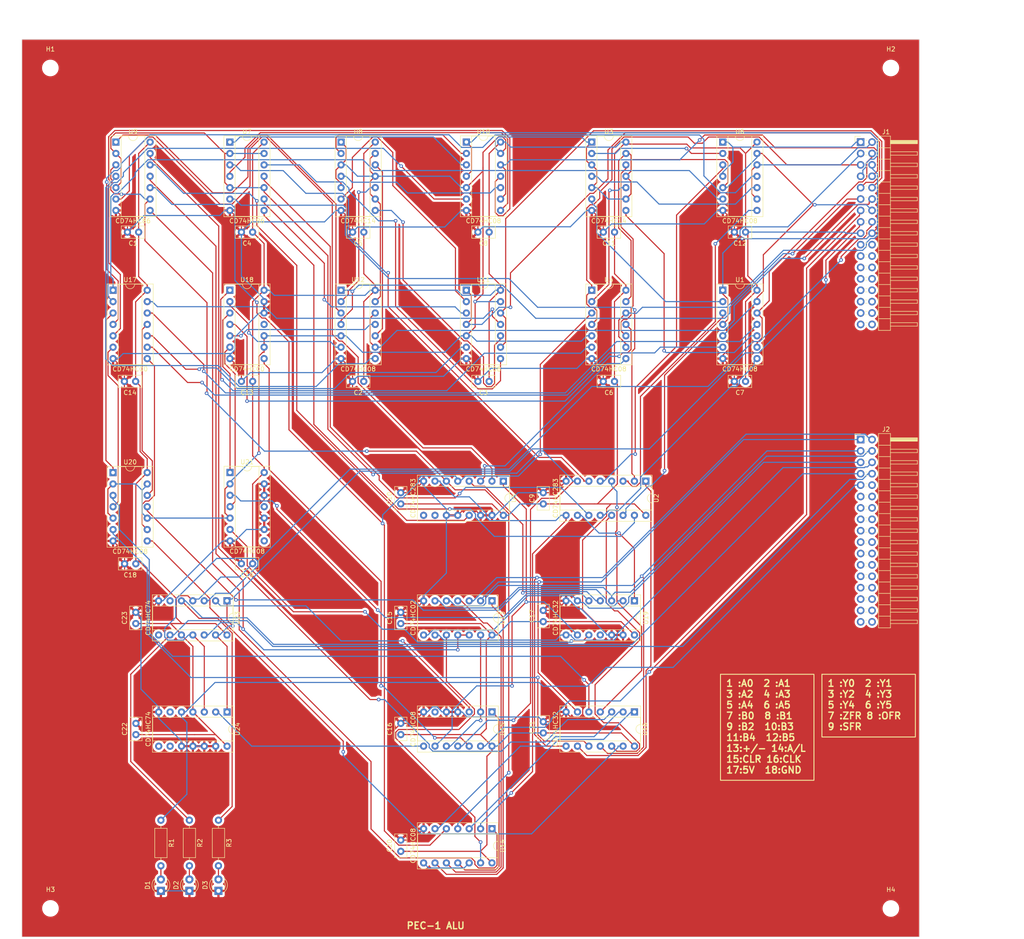
<source format=kicad_pcb>
(kicad_pcb (version 20221018) (generator pcbnew)
  (layers (0 "F.Cu" signal) (31 "B.Cu" signal) (34 "B.Paste" user) (35 "F.Paste" user) (36 "B.SilkS" user "B.Silkscreen") (37 "F.SilkS" user "F.Silkscreen") (38 "B.Mask" user) (39 "F.Mask" user) (44 "Edge.Cuts" user))
  (net 0 "")
  (net 1 "+5V")
  (net 2 "GND")
  (net 3 "Net-(D1-A)")
  (net 4 "Net-(D2-A)")
  (net 5 "Net-(D3-A)")
  (net 6 "A0")
  (net 7 "A1")
  (net 8 "A2")
  (net 9 "A3")
  (net 10 "A4")
  (net 11 "A5")
  (net 12 "B0")
  (net 13 "B1")
  (net 14 "B2")
  (net 15 "B3")
  (net 16 "B4")
  (net 17 "B5")
  (net 18 "+{slash}-")
  (net 19 "A{slash}L")
  (net 20 "CLR")
  (net 21 "CLK")
  (net 38 "Y0")
  (net 39 "Y1")
  (net 40 "Y2")
  (net 41 "Y3")
  (net 42 "Y4")
  (net 43 "Y5")
  (net 44 "ZFR")
  (net 45 "OFR")
  (net 46 "SFR")
  (net 72 "Net-(U1-Pad2)")
  (net 73 "AA2")
  (net 74 "LA2")
  (net 75 "AA3")
  (net 76 "Net-(U1-Pad10)")
  (net 77 "LA3")
  (net 78 "AY1")
  (net 79 "Net-(U2A-B1)")
  (net 80 "AA1")
  (net 81 "AY0")
  (net 82 "AA0")
  (net 83 "Net-(U2A-B0)")
  (net 84 "Net-(U2A-CIN)")
  (net 85 "Net-(U2A-COUT)")
  (net 86 "AY3")
  (net 87 "Net-(U2A-B3)")
  (net 88 "AY2")
  (net 89 "Net-(U2A-B2)")
  (net 90 "Net-(U3-Pad2)")
  (net 91 "Net-(U3-Pad4)")
  (net 92 "Net-(U3-Pad10)")
  (net 93 "Net-(U3-Pad12)")
  (net 94 "AA4")
  (net 95 "LA4")
  (net 96 "AA5")
  (net 97 "LA5")
  (net 98 "AY5")
  (net 99 "Net-(U5A-B1)")
  (net 100 "AY4")
  (net 101 "Net-(U5A-B0)")
  (net 104 "Net-(U5A-S2)")
  (net 105 "LA0")
  (net 106 "LA1")
  (net 107 "AB0")
  (net 108 "AB1")
  (net 109 "AB2")
  (net 110 "AB3")
  (net 111 "Net-(U10-Pad2)")
  (net 112 "Net-(U10-Pad10)")
  (net 113 "Net-(U11-Pad2)")
  (net 114 "Net-(U11-Pad10)")
  (net 115 "Net-(U12-Pad2)")
  (net 116 "Net-(U12-Pad10)")
  (net 117 "AB4")
  (net 118 "AB5")
  (net 119 "Net-(U14-Pad1)")
  (net 120 "OF")
  (net 121 "Net-(U16-Pad3)")
  (net 122 "LB0")
  (net 123 "LB1")
  (net 124 "LB2")
  (net 125 "LB3")
  (net 126 "LB4")
  (net 127 "LB5")
  (net 128 "Net-(U13-Pad1)")
  (net 129 "Net-(U13-Pad4)")
  (net 130 "Net-(U13-Pad10)")
  (net 131 "Net-(U13-Pad13)")
  (net 132 "Net-(U14-Pad3)")
  (net 133 "Net-(U14-Pad6)")
  (net 134 "Net-(U14-Pad12)")
  (net 135 "Net-(U14-Pad11)")
  (net 136 "ZF")
  (net 138 "SF")
  (net 139 "Net-(U15-Pad12)")
  (net 140 "LY0")
  (net 141 "LY1")
  (net 142 "LY2")
  (net 143 "Net-(U17-Pad3)")
  (net 144 "Net-(U17-Pad6)")
  (net 145 "Net-(U17-Pad8)")
  (net 146 "Net-(U17-Pad11)")
  (net 147 "Net-(U18-Pad3)")
  (net 148 "Net-(U18-Pad6)")
  (net 150 "LY3")
  (net 151 "LY4")
  (net 152 "LY5")
  (footprint "Package_DIP:DIP-14_W7.62mm_Socket" (layer "F.Cu") (at 139.71 68.58)
    (fp_text reference "U4")
    (fp_text value "CD74HC08")
  )
  (footprint "Package_DIP:DIP-14_W7.62mm_Socket" (layer "F.Cu") (at 33.66 35.56)
    (fp_text reference "U9")
    (fp_text value "CD74HC86")
  )
  (footprint "Package_DIP:DIP-14_W7.62mm_Socket" (layer "F.Cu") (at 83.83 68.58)
    (fp_text reference "U12")
    (fp_text value "CD74HC08")
  )
  (footprint "Package_DIP:DIP-14_W7.62mm_Socket" (layer "F.Cu") (at 111.77 35.555)
    (fp_text reference "U10")
    (fp_text value "CD74HC08")
  )
  (footprint "Capacitor_THT:C_Disc_D5.0mm_W2.5mm_P2.50mm" (layer "F.Cu") (at 88.91 55.626 180)
    (fp_text reference "C5")
    (fp_text value "0.1μ")
  )
  (footprint "Package_DIP:DIP-14_W7.62mm_Socket" (layer "F.Cu") (at 58.44 162.58 -90)
    (fp_text reference "U24")
    (fp_text value "CD74HC74")
  )
  (footprint "Capacitor_THT:C_Disc_D5.0mm_W2.5mm_P2.50mm" (layer "F.Cu") (at 38.1 129.545 180)
    (fp_text reference "C18")
    (fp_text value "0.1μ")
  )
  (footprint "Package_DIP:DIP-16_W7.62mm_Socket" (layer "F.Cu") (at 120.015 111.125 -90)
    (fp_text reference "U5")
    (fp_text value "CD74HC283")
  )
  (footprint "Capacitor_THT:C_Disc_D5.0mm_W2.5mm_P2.50mm" (layer "F.Cu") (at 128.9 142.435 90)
    (fp_text reference "C17")
    (fp_text value "0.1μ")
  )
  (footprint "Package_DIP:DIP-14_W7.62mm_Socket" (layer "F.Cu") (at 59.06 35.56)
    (fp_text reference "U7")
    (fp_text value "CD74HC86")
  )
  (footprint "Package_DIP:DIP-14_W7.62mm_Socket" (layer "F.Cu") (at 117.48 162.57 -90)
    (fp_text reference "U15")
    (fp_text value "CD74HC08")
  )
  (footprint "Capacitor_THT:C_Disc_D5.0mm_W2.5mm_P2.50mm" (layer "F.Cu") (at 144.79 55.626 180)
    (fp_text reference "C11")
    (fp_text value "0.1μ")
  )
  (footprint "Resistor_THT:R_Axial_DIN0207_L6.3mm_D2.5mm_P10.16mm_Horizontal" (layer "F.Cu") (at 56.515 186.69 -90)
    (fp_text reference "R3")
    (fp_text value "1K")
  )
  (footprint "Package_DIP:DIP-14_W7.62mm_Socket" (layer "F.Cu") (at 168.92 68.575)
    (fp_text reference "U1")
    (fp_text value "CD74HC08")
  )
  (footprint "Package_DIP:DIP-14_W7.62mm_Socket" (layer "F.Cu") (at 111.76 68.58)
    (fp_text reference "U11")
    (fp_text value "CD74HC08")
  )
  (footprint "Resistor_THT:R_Axial_DIN0207_L6.3mm_D2.5mm_P10.16mm_Horizontal" (layer "F.Cu") (at 50.038 186.69 -90)
    (fp_text reference "R2")
    (fp_text value "1K")
  )
  (footprint "MountingHole:MountingHole_3.2mm_M3" (layer "F.Cu") (at 19.05 19.05)
    (fp_text reference "H1")
    (fp_text value "MountingHole")
  )
  (footprint "Capacitor_THT:C_Disc_D5.0mm_W2.5mm_P2.50mm" (layer "F.Cu") (at 128.91 167.25 90)
    (fp_text reference "C21")
    (fp_text value "0.1μ")
  )
  (footprint "Package_DIP:DIP-14_W7.62mm_Socket" (layer "F.Cu") (at 149.23 162.57 -90)
    (fp_text reference "U16")
    (fp_text value "CD74HC32")
  )
  (footprint "Capacitor_THT:C_Disc_D5.0mm_W2.5mm_P2.50mm" (layer "F.Cu") (at 38.055 88.9 180)
    (fp_text reference "C14")
    (fp_text value "0.1μ")
  )
  (footprint "LED_THT:LED_D3.0mm" (layer "F.Cu") (at 56.515 202.438 90)
    (fp_text reference "D3")
    (fp_text value "LED")
  )
  (footprint "Capacitor_THT:C_Disc_D5.0mm_W2.5mm_P2.50mm" (layer "F.Cu") (at 174 55.621 180)
    (fp_text reference "C12")
    (fp_text value "0.1μ")
  )
  (footprint "Package_DIP:DIP-14_W7.62mm_Socket" (layer "F.Cu") (at 59.095 109.2)
    (fp_text reference "U21")
    (fp_text value "CD74HC08")
  )
  (footprint "Capacitor_THT:C_Disc_D5.0mm_W2.5mm_P2.50mm" (layer "F.Cu") (at 97.155 116.205 90)
    (fp_text reference "C10")
    (fp_text value "0.1μ")
  )
  (footprint "Capacitor_THT:C_Disc_D5.0mm_W2.5mm_P2.50mm" (layer "F.Cu") (at 128.905 116.205 90)
    (fp_text reference "C9")
    (fp_text value "0.1μ")
  )
  (footprint "Capacitor_THT:C_Disc_D5.0mm_W2.5mm_P2.50mm" (layer "F.Cu") (at 88.9 88.905 180)
    (fp_text reference "C2")
    (fp_text value "0.1μ")
  )
  (footprint "Package_DIP:DIP-14_W7.62mm_Socket" (layer "F.Cu") (at 117.475 188.595 -90)
    (fp_text reference "U14")
    (fp_text value "CD74HC08")
  )
  (footprint "MountingHole:MountingHole_3.2mm_M3" (layer "F.Cu") (at 206.375 206.375)
    (fp_text reference "H4")
    (fp_text value "MountingHole")
  )
  (footprint "Capacitor_THT:C_Disc_D5.0mm_W2.5mm_P2.50mm" (layer "F.Cu") (at 97.155 193.635 90)
    (fp_text reference "C20")
    (fp_text value "0.1μ")
  )
  (footprint "Capacitor_THT:C_Disc_D5.0mm_W2.5mm_P2.50mm" (layer "F.Cu") (at 116.84 88.9 180)
    (fp_text reference "C3")
    (fp_text value "0.1μ")
  )
  (footprint "Package_DIP:DIP-14_W7.62mm_Socket" (layer "F.Cu") (at 58.42 137.795 -90)
    (fp_text reference "U23")
    (fp_text value "CD74HC74")
  )
  (footprint "Capacitor_THT:C_Disc_D5.0mm_W2.5mm_P2.50mm" (layer "F.Cu") (at 38.095 142.865 90)
    (fp_text reference "C23")
    (fp_text value "0.1μ")
  )
  (footprint "Package_DIP:DIP-14_W7.62mm_Socket" (layer "F.Cu") (at 139.71 35.56)
    (fp_text reference "U3")
    (fp_text value "CD74HC14")
  )
  (footprint "Capacitor_THT:C_Disc_D5.0mm_W2.5mm_P2.50mm" (layer "F.Cu") (at 144.78 88.905 180)
    (fp_text reference "C6")
    (fp_text value "0.1μ")
  )
  (footprint "Capacitor_THT:C_Disc_D5.0mm_W2.5mm_P2.50mm" (layer "F.Cu") (at 116.84 55.626 180)
    (fp_text reference "C8")
    (fp_text value "0.1μ")
  )
  (footprint "Capacitor_THT:C_Disc_D5.0mm_W2.5mm_P2.50mm" (layer "F.Cu") (at 97.155 142.875 90)
    (fp_text reference "C15")
    (fp_text value "0.1μ")
  )
  (footprint "Resistor_THT:R_Axial_DIN0207_L6.3mm_D2.5mm_P10.16mm_Horizontal" (layer "F.Cu") (at 43.688 186.695 -90)
    (fp_text reference "R1")
    (fp_text value "1K")
  )
  (footprint "Package_DIP:DIP-14_W7.62mm_Socket" (layer "F.Cu") (at 149.225 137.795 -90)
    (fp_text reference "U19")
    (fp_text value "CD74HC32")
  )
  (footprint "Capacitor_THT:C_Disc_D5.0mm_W2.5mm_P2.50mm" (layer "F.Cu") (at 64.13 55.631 180)
    (fp_text reference "C4")
    (fp_text value "0.1μ")
  )
  (footprint "Package_DIP:DIP-14_W7.62mm_Socket" (layer "F.Cu") (at 117.48 137.805 -90)
    (fp_text reference "U13")
    (fp_text value "CD74HC02")
  )
  (footprint "Package_DIP:DIP-14_W7.62mm_Socket" (layer "F.Cu") (at 33.02 109.22)
    (fp_text reference "U20")
    (fp_text value "CD74HC08")
  )
  (footprint "Package_DIP:DIP-14_W7.62mm_Socket" (layer "F.Cu") (at 59.065 68.575)
    (fp_text reference "U18")
    (fp_text value "CD74HC00")
  )
  (footprint "MountingHole:MountingHole_3.2mm_M3" (layer "F.Cu") (at 19.0754 206.3496)
    (fp_text reference "H3")
    (fp_text value "MountingHole")
  )
  (footprint "Package_DIP:DIP-14_W7.62mm_Socket" (layer "F.Cu") (at 83.84 35.555)
    (fp_text reference "U8")
    (fp_text value "CD74HC14")
  )
  (footprint "Connector_PinHeader_2.54mm:PinHeader_2x17_P2.54mm_Horizontal" (layer "F.Cu") (at 199.644 35.56)
    (fp_text reference "J1")
    (fp_text value "Conn_01x34_Pin")
  )
  (footprint "MountingHole:MountingHole_3.2mm_M3" (layer "F.Cu") (at 206.375 19.05)
    (fp_text reference "H2")
    (fp_text value "MountingHole")
  )
  (footprint "Capacitor_THT:C_Disc_D5.0mm_W2.5mm_P2.50mm" (layer "F.Cu") (at 38.73 55.631 180)
    (fp_text reference "C1")
    (fp_text value "0.1μ")
  )
  (footprint "Capacitor_THT:C_Disc_D5.0mm_W2.5mm_P2.50mm" (layer "F.Cu") (at 97.16 167.61 90)
    (fp_text reference "C16")
    (fp_text value "0.1μ")
  )
  (footprint "LED_THT:LED_D3.0mm" (layer "F.Cu") (at 43.688 202.443 90)
    (fp_text reference "D1")
    (fp_text value "LED")
  )
  (footprint "Capacitor_THT:C_Disc_D5.0mm_W2.5mm_P2.50mm" (layer "F.Cu") (at 64.135 129.52 180)
    (fp_text reference "C19")
    (fp_text value "0.1μ")
  )
  (footprint "Package_DIP:DIP-14_W7.62mm_Socket" (layer "F.Cu") (at 33.025 68.58)
    (fp_text reference "U17")
    (fp_text value "CD74HC00")
  )
  (footprint "Package_DIP:DIP-14_W7.62mm_Socket" (layer "F.Cu") (at 168.92 35.555)
    (fp_text reference "U6")
    (fp_text value "CD74HC08")
  )
  (footprint "Capacitor_THT:C_Disc_D5.0mm_W2.5mm_P2.50mm" (layer "F.Cu") (at 173.99 88.9 180)
    (fp_text reference "C7")
    (fp_text value "0.1μ")
  )
  (footprint "Capacitor_THT:C_Disc_D5.0mm_W2.5mm_P2.50mm" (layer "F.Cu") (at 64.135 88.895 180)
    (fp_text reference "C13")
    (fp_text value "0.1μ")
  )
  (footprint "Capacitor_THT:C_Disc_D5.0mm_W2.5mm_P2.50mm" (layer "F.Cu") (at 38.12 167.62 90)
    (fp_text reference "C22")
    (fp_text value "0.1μ")
  )
  (footprint "Package_DIP:DIP-16_W7.62mm_Socket" (layer "F.Cu") (at 151.765 111.125 -90)
    (fp_text reference "U2")
    (fp_text value "CD74HC283")
  )
  (footprint "LED_THT:LED_D3.0mm" (layer "F.Cu") (at 50.038 202.438 90)
    (fp_text reference "D2")
    (fp_text value "LED")
  )
  (footprint "Connector_PinHeader_2.54mm:PinHeader_2x17_P2.54mm_Horizontal" (layer "F.Cu") (at 199.644 101.854)
    (fp_text reference "J2")
    (fp_text value "Conn_01x34_Pin")
  )
  (gr_rect (start 12.7254 12.7) (end 212.725 212.6996) (stroke (width 0.1)) (fill none) (layer "Edge.Cuts"))
  (gr_text "PEC-1 ALU" (at 98.298 211.074) (layer "F.SilkS") (effects (font (size 1.5 1.5) (thickness 0.3) bold) (justify left bottom)))
  (gr_text_box "1 :A0  2 :A1\n3 :A2  4 :A3\n5 :A4  6 :A5\n7 :B0  8 :B1\n9 :B2  10:B3\n11:B4  12:B5\n13:+/- 14:A/L\n15:CLR 16:CLK\n17:5V  18:GND\n" (start 168.402 154.178) (end 189.23 177.8) (layer "F.SilkS") (effects (font (size 1.5 1.5) (thickness 0.3) bold) (justify left top)) (stroke (width 0.2)))
  (gr_text_box "1 :Y0  2 :Y1\n3 :Y2  4 :Y3\n5 :Y4  6 :Y5\n7 :ZFR 8 :OFR\n9 :SFR  " (start 191.008 154.178) (end 211.836 168.148) (layer "F.SilkS") (effects (font (size 1.5 1.5) (thickness 0.3) bold) (justify left top)) (stroke (width 0.2)))
  (segment (start 48.4107 142.865) (end 45.837 142.865) (width 0.25) (layer "F.Cu") (net 1))
  (segment (start 38.1 129.545) (end 38.1 128.9315) (width 0.25) (layer "F.Cu") (net 1))
  (segment (start 116.84 38.105) (end 119.39 35.555) (width 0.25) (layer "F.Cu") (net 1))
  (segment (start 176.54 67.4481) (end 176.54 68.575) (width 0.25) (layer "F.Cu") (net 1))
  (segment (start 143.02 117.203) (end 144.018 116.205) (width 0.25) (layer "F.Cu") (net 1))
  (segment (start 38.9225 110.9375) (end 40.64 109.22) (width 0.25) (layer "F.Cu") (net 1))
  (segment (start 174 38.095) (end 176.54 35.555) (width 0.25) (layer "F.Cu") (net 1))
  (segment (start 91.45 68.58) (end 91.45 67.4531) (width 0.25) (layer "F.Cu") (net 1))
  (segment (start 116.21 146.68) (end 117.465 145.425) (width 0.25) (layer "F.Cu") (net 1))
  (segment (start 140.335 142.435) (end 137.668 139.768) (width 0.25) (layer "F.Cu") (net 1))
  (segment (start 51.1799 167.62) (end 55.86 167.62) (width 0.25) (layer "F.Cu") (net 1))
  (segment (start 174.498 56.119) (end 174.498 65.4061) (width 0.25) (layer "F.Cu") (net 1))
  (segment (start 97.155 142.875) (end 114.93 142.875) (width 0.25) (layer "F.Cu") (net 1))
  (segment (start 64.135 71.125) (end 65.8651 69.3949) (width 0.25) (layer "F.Cu") (net 1))
  (segment (start 47.1286 137.2765) (end 47.1286 141.6166) (width 0.25) (layer "F.Cu") (net 1))
  (segment (start 116.84 71.12) (end 119.38 68.58) (width 0.25) (layer "F.Cu") (net 1))
  (segment (start 48.26 145.415) (end 50.82 147.975) (width 0.25) (layer "F.Cu") (net 1))
  (segment (start 49.657 136.652) (end 47.7531 136.652) (width 0.25) (layer "F.Cu") (net 1))
  (segment (start 38.095 142.865) (end 48.4107 142.865) (width 0.25) (layer "F.Cu") (net 1))
  (segment (start 38.1 128.9315) (end 38.1 111.76) (width 0.25) (layer "F.Cu") (net 1))
  (segment (start 144.018 116.205) (end 145.415 116.205) (width 0.25) (layer "F.Cu") (net 1))
  (segment (start 119.38 68.58) (end 119.38 67.4531) (width 0.25) (layer "F.Cu") (net 1))
  (segment (start 174 55.621) (end 174 38.095) (width 0.25) (layer "F.Cu") (net 1))
  (segment (start 146.245 142.435) (end 149.225 145.415) (width 0.25) (layer "F.Cu") (net 1))
  (segment (start 137.668 139.768) (end 137.668 124.272991) (width 0.25) (layer "F.Cu") (net 1))
  (segment (start 116.21 166.3) (end 116.21 146.68) (width 0.25) (layer "F.Cu") (net 1))
  (segment (start 64.135 105.4931) (end 66.715 108.0731) (width 0.25) (layer "F.Cu") (net 1))
  (segment (start 40.645 68.58) (end 40.645 67.4531) (width 0.25) (layer "F.Cu") (net 1))
  (segment (start 114.93 142.875) (end 117.48 145.425) (width 0.25) (layer "F.Cu") (net 1))
  (segment (start 115.1571 193.8971) (end 117.475 196.215) (width 0.25) (layer "F.Cu") (net 1))
  (segment (start 65.8651 69.3949) (end 66.685 68.575) (width 0.25) (layer "F.Cu") (net 1))
  (segment (start 114.9 167.61) (end 116.21 168.92) (width 0.25) (layer "F.Cu") (net 1))
  (segment (start 88.9 71.13) (end 91.45 68.58) (width 0.25) (layer "F.Cu") (net 1))
  (segment (start 147.33 68.58) (end 147.33 67.4531) (width 0.25) (layer "F.Cu") (net 1))
  (segment (start 117.465 145.425) (end 117.48 145.425) (width 0.25) (layer "F.Cu") (net 1))
  (segment (start 140.335 116.205) (end 144.018 116.205) (width 0.25) (layer "F.Cu") (net 1))
  (segment (start 47.1286 141.6166) (end 48.377 142.865) (width 0.25) (layer "F.Cu") (net 1))
  (segment (start 137.668 124.272991) (end 143.02 118.920991) (width 0.25) (layer "F.Cu") (net 1))
  (segment (start 116.3481 172.4488) (end 117.48 171.3169) (width 0.25) (layer "F.Cu") (net 1))
  (segment (start 173.99 88.9) (end 173.99 71.125) (width 0.25) (layer "F.Cu") (net 1))
  (segment (start 114.9 167.61) (end 116.21 166.3) (width 0.25) (layer "F.Cu") (net 1))
  (segment (start 128.9 142.435) (end 140.335 142.435) (width 0.25) (layer "F.Cu") (net 1))
  (segment (start 66.715 109.2) (end 66.715 108.0731) (width 0.25) (layer "F.Cu") (net 1))
  (segment (start 97.155 116.205) (end 117.475 116.205) (width 0.25) (layer "F.Cu") (net 1))
  (segment (start 174.498 65.4061) (end 176.54 67.4481) (width 0.25) (layer "F.Cu") (net 1))
  (segment (start 116.84 55.626) (end 116.84 38.105) (width 0.25) (layer "F.Cu") (net 1))
  (segment (start 161.731 36.8637) (end 172.7687 36.8637) (width 0.25) (layer "F.Cu") (net 1))
  (segment (start 38.1 111.76) (end 38.9225 110.9375) (width 0.25) (layer "F.Cu") (net 1))
  (segment (start 117.48 171.3169) (end 117.48 170.19) (width 0.25) (layer "F.Cu") (net 1))
  (segment (start 38.055 71.17) (end 40.645 68.58) (width 0.25) (layer "F.Cu") (net 1))
  (segment (start 143.02 118.920991) (end 143.02 117.203) (width 0.25) (layer "F.Cu") (net 1))
  (segment (start 64.135 129.52) (end 64.135 111.78) (width 0.25) (layer "F.Cu") (net 1))
  (segment (start 40.64 106.111296) (end 39.0629 104.534196) (width 0.25) (layer "F.Cu") (net 1))
  (segment (start 45.837 142.865) (end 48.26 145.288) (width 0.25) (layer "F.Cu") (net 1))
  (segment (start 88.91 64.9131) (end 91.45 67.4531) (width 0.25) (layer "F.Cu") (net 1))
  (segment (start 38.73 65.5381) (end 40.645 67.4531) (width 0.25) (layer "F.Cu") (net 1))
  (segment (start 97.155 193.635) (end 114.895 193.635) (width 0.25) (layer "F.Cu") (net 1))
  (segment (start 145.415 116.205) (end 149.225 116.205) (width 0.25) (layer "F.Cu") (net 1))
  (segment (start 116.84 88.9) (end 116.84 71.12) (width 0.25) (layer "F.Cu") (net 1))
  (segment (start 140.335 142.435) (end 146.245 142.435) (width 0.25) (layer "F.Cu") (net 1))
  (segment (start 144.79 38.1) (end 144.79 55.626) (width 0.25) (layer "F.Cu") (net 1))
  (segment (start 128.905 116.205) (end 140.335 116.205) (width 0.25) (layer "F.Cu") (net 1))
  (segment (start 48.4107 142.865) (end 55.87 142.865) (width 0.25) (layer "F.Cu") (net 1))
  (segment (start 88.91 55.626) (end 88.91 38.105) (width 0.25) (layer "F.Cu") (net 1))
  (segment (start 38.7836 128.9315) (end 47.1286 137.2765) (width 0.25) (layer "F.Cu") (net 1))
  (segment (start 40.64 109.22) (end 40.64 106.111296) (width 0.25) (layer "F.Cu") (net 1))
  (segment (start 55.87 142.865) (end 58.42 145.415) (width 0.25) (layer "F.Cu") (net 1))
  (segment (start 50.82 147.975) (end 50.82 162.58) (width 0.25) (layer "F.Cu") (net 1))
  (segment (start 38.1 128.9315) (end 38.7836 128.9315) (width 0.25) (layer "F.Cu") (net 1))
  (segment (start 116.84 64.9131) (end 119.38 67.4531) (width 0.25) (layer "F.Cu") (net 1))
  (segment (start 149.225 116.205) (end 151.765 118.745) (width 0.25) (layer "F.Cu") (net 1))
  (segment (start 97.16 167.61) (end 114.9 167.61) (width 0.25) (layer "F.Cu") (net 1))
  (segment (start 38.73 38.11) (end 41.28 35.56) (width 0.25) (layer "F.Cu") (net 1))
  (segment (start 48.377 142.865) (end 48.4107 142.865) (width 0.25) (layer "F.Cu") (net 1))
  (segment (start 173.99 71.125) (end 176.54 68.575) (width 0.25) (layer "F.Cu") (net 1))
  (segment (start 55.86 167.62) (end 58.44 170.2) (width 0.25) (layer "F.Cu") (net 1))
  (segment (start 64.135 88.895) (end 64.135 71.125) (width 0.25) (layer "F.Cu") (net 1))
  (segment (start 47.7531 136.652) (end 47.1286 137.2765) (width 0.25) (layer "F.Cu") (net 1))
  (segment (start 146.8775 36.0125) (end 160.8798 36.0125) (width 0.25) (layer "F.Cu") (net 1))
  (segment (start 144.79 64.9131) (end 147.33 67.4531) (width 0.25) (layer "F.Cu") (net 1))
  (segment (start 144.78 88.905) (end 145.415 89.54) (width 0.25) (layer "F.Cu") (net 1))
  (segment (start 66.685 68.575) (end 66.685 58.186) (width 0.25) (layer "F.Cu") (net 1))
  (segment (start 116.3481 192.1819) (end 116.3481 172.4488) (width 0.25) (layer "F.Cu") (net 1))
  (segment (start 174 55.621) (end 174.498 56.119) (width 0.25) (layer "F.Cu") (net 1))
  (segment (start 48.26 145.288) (end 48.26 145.415) (width 0.25) (layer "F.Cu") (net 1))
  (segment (start 144.78 88.905) (end 144.78 71.13) (width 0.25) (layer "F.Cu") (net 1))
  (segment (start 64.13 38.11) (end 66.68 35.56) (width 0.25) (layer "F.Cu") (net 1))
  (segment (start 114.895 193.635) (end 115.1571 193.8971) (width 0.25) (layer "F.Cu") (net 1))
  (segment (start 39.0629 89.9079) (end 38.055 88.9) (width 0.25) (layer "F.Cu") (net 1))
  (segment (start 147.33 35.56) (end 146.8775 36.0125) (width 0.25) (layer "F.Cu") (net 1))
  (segment (start 117.475 116.205) (end 120.015 118.745) (width 0.25) (layer "F.Cu") (net 1))
  (segment (start 64.135 111.78) (end 66.715 109.2) (width 0.25) (layer "F.Cu") (net 1))
  (segment (start 88.9 88.905) (end 88.9 71.13) (width 0.25) (layer "F.Cu") (net 1))
  (segment (start 144.79 55.626) (end 144.79 64.9131) (width 0.25) (layer "F.Cu") (net 1))
  (segment (start 64.13 55.631) (end 64.13 38.11) (width 0.25) (layer "F.Cu") (net 1))
  (segment (start 116.84 55.626) (end 116.84 64.9131) (width 0.25) (layer "F.Cu") (net 1))
  (segment (start 55.86 167.62) (end 50.82 162.58) (width 0.25) (layer "F.Cu") (net 1))
  (segment (start 38.12 167.62) (end 51.1799 167.62) (width 0.25) (layer "F.Cu") (net 1))
  (segment (start 88.91 55.626) (end 88.91 64.9131) (width 0.25) (layer "F.Cu") (net 1))
  (segment (start 38.73 55.631) (end 38.73 38.11) (width 0.25) (layer "F.Cu") (net 1))
  (segment (start 38.73 55.631) (end 38.73 65.5381) (width 0.25) (layer "F.Cu") (net 1))
  (segment (start 146.8775 36.0125) (end 144.79 38.1) (width 0.25) (layer "F.Cu") (net 1))
  (segment (start 128.91 167.25) (end 146.29 167.25) (width 0.25) (layer "F.Cu") (net 1))
  (segment (start 145.415 89.54) (end 145.415 111.76) (width 0.25) (layer "F.Cu") (net 1))
  (segment (start 38.055 88.9) (end 38.055 71.17) (width 0.25) (layer "F.Cu") (net 1))
  (segment (start 64.135 88.895) (end 64.135 105.4931) (width 0.25) (layer "F.Cu") (net 1))
  (segment (start 50.8 137.795) (end 49.657 136.652) (width 0.25) (layer "F.Cu") (net 1))
  (segment (start 88.91 38.105) (end 91.46 35.555) (width 0.25) (layer "F.Cu") (net 1))
  (segment (start 172.7687 36.8637) (end 174 38.095) (width 0.25) (layer "F.Cu") (net 1))
  (segment (start 146.29 167.25) (end 149.23 170.19) (width 0.25) (layer "F.Cu") (net 1))
  (segment (start 144.78 71.13) (end 147.33 68.58) (width 0.25) (layer "F.Cu") (net 1))
  (segment (start 160.8798 36.0125) (end 161.731 36.8637) (width 0.25) (layer "F.Cu") (net 1))
  (segment (start 116.21 168.92) (end 117.48 170.19) (width 0.25) (layer "F.Cu") (net 1))
  (segment (start 66.685 58.186) (end 64.13 55.631) (width 0.25) (layer "F.Cu") (net 1))
  (segment (start 145.415 111.76) (end 140.97 116.205) (width 0.25) (layer "F.Cu") (net 1))
  (segment (start 39.0629 104.534196) (end 39.0629 89.9079) (width 0.25) (layer "F.Cu") (net 1))
  (segment (start 114.895 193.635) (end 116.3481 192.1819) (width 0.25) (layer "F.Cu") (net 1))
  (segment (start 117.48 170.19) (end 118.6069 170.19) (width 0.25) (layer "B.Cu") (net 1))
  (segment (start 68.96 69.7231) (end 89.18 69.7231) (width 0.25) (layer "B.Cu") (net 1))
  (segment (start 196.347 55.88) (end 199.644 55.88) (width 0.25) (layer "B.Cu") (net 1))
  (segment (start 57.039609 132.5044) (end 61.1506 132.5044) (width 0.25) (layer "B.Cu") (net 1))
  (segment (start 174 55.621) (end 196.088 55.621) (width 0.25) (layer "B.Cu") (net 1))
  (segment (start 120.5169 35.555) (end 121.6488 36.6869) (width 0.25) (layer "B.Cu") (net 1))
  (segment (start 52.130009 137.414) (end 57.039609 132.5044) (width 0.25) (layer "B.Cu") (net 1))
  (segment (start 119.39 35.555) (end 120.5169 35.555) (width 0.25) (layer "B.Cu") (net 1))
  (segment (start 121.6488 36.6869) (end 145.0762 36.6869) (width 0.25) (layer "B.Cu") (net 1))
  (segment (start 61.1506 132.5044) (end 64.135 129.52) (width 0.25) (layer "B.Cu") (net 1))
  (segment (start 145.0762 36.6869) (end 146.2031 35.56) (width 0.25) (layer "B.Cu") (net 1))
  (segment (start 119.38 68.58) (end 118.2531 68.58) (width 0.25) (layer "B.Cu") (net 1))
  (segment (start 51.181 137.414) (end 52.130009 137.414) (width 0.25) (layer "B.Cu") (net 1))
  (segment (start 196.088 55.621) (end 196.347 55.88) (width 0.25) (layer "B.Cu") (net 1))
  (segment (start 118.6069 170.19) (end 121.5469 167.25) (width 0.25) (layer "B.Cu") (net 1))
  (segment (start 120.015 118.745) (end 121.1419 118.745) (width 0.25) (layer "B.Cu") (net 1))
  (segment (start 66.685 68.575) (end 67.8119 68.575) (width 0.25) (layer "B.Cu") (net 1))
  (segment (start 91.45 68.58) (end 90.3231 68.58) (width 0.25) (layer "B.Cu") (net 1))
  (segment (start 67.8119 68.575) (end 68.96 69.7231) (width 0.25) (layer "B.Cu") (net 1))
  (segment (start 50.8 137.795) (end 51.181 137.414) (width 0.25) (layer "B.Cu") (net 1))
  (segment (start 109.6978 68.5801) (end 110.8246 69.7069) (width 0.25) (layer "B.Cu") (net 1))
  (segment (start 109.6978 68.58) (end 109.6978 68.5801) (width 0.25) (layer "B.Cu") (net 1))
  (segment (start 92.5769 68.58) (end 109.6978 68.58) (width 0.25) (layer "B.Cu") (net 1))
  (segment (start 128.9 142.435) (end 121.5969 142.435) (width 0.25) (layer "B.Cu") (net 1))
  (segment (start 123.6819 116.205) (end 121.1419 118.745) (width 0.25) (layer "B.Cu") (net 1))
  (segment (start 117.48 145.425) (end 118.6069 145.425) (width 0.25) (layer "B.Cu") (net 1))
  (segment (start 110.8246 69.7069) (end 117.1262 69.7069) (width 0.25) (layer "B.Cu") (net 1))
  (segment (start 89.18 69.7231) (end 90.3231 68.58) (width 0.25) (layer "B.Cu") (net 1))
  (segment (start 147.33 35.56) (end 146.2031 35.56) (width 0.25) (layer "B.Cu") (net 1))
  (segment (start 91.45 68.58) (end 92.5769 68.58) (width 0.25) (layer "B.Cu") (net 1))
  (segment (start 128.905 116.205) (end 123.6819 116.205) (width 0.25) (layer "B.Cu") (net 1))
  (segment (start 121.5969 142.435) (end 118.6069 145.425) (width 0.25) (layer "B.Cu") (net 1))
  (segment (start 121.5469 167.25) (end 128.91 167.25) (width 0.25) (layer "B.Cu") (net 1))
  (segment (start 117.1262 69.7069) (end 118.2531 68.58) (width 0.25) (layer "B.Cu") (net 1))
  (segment (start 131.845 139.935) (end 133.985 137.795) (width 0.25) (layer "F.Cu") (net 2))
  (segment (start 114.34 55.626) (end 114.34 53.365) (width 0.25) (layer "F.Cu") (net 2))
  (segment (start 86.4 102.95) (end 86.4 88.905) (width 0.25) (layer "F.Cu") (net 2))
  (segment (start 133.99 162.692) (end 133.99 162.57) (width 0.25) (layer "F.Cu") (net 2))
  (segment (start 137.3008 153.3861) (end 137.3008 155.7303) (width 0.25) (layer "F.Cu") (net 2))
  (segment (start 144.145 145.415) (end 144.145 146.5419) (width 0.25) (layer "F.Cu") (net 2))
  (segment (start 35.555 88.9) (end 35.555 86.35) (width 0.25) (layer "F.Cu") (net 2))
  (segment (start 131.405 113.705) (end 133.985 111.125) (width 0.25) (layer "F.Cu") (net 2))
  (segment (start 66.715 111.74) (end 66.715 114.28) (width 0.25) (layer "F.Cu") (net 2))
  (segment (start 171.3474 74.4045) (end 171.3474 80.6206) (width 0.25) (layer "F.Cu") (net 2))
  (segment (start 99.7 165.11) (end 102.24 162.57) (width 0.25) (layer "F.Cu") (net 2))
  (segment (start 86.4 86.39) (end 83.83 83.82) (width 0.25) (layer "F.Cu") (net 2))
  (segment (start 53.36 200.9908) (end 53.36 170.2) (width 0.25) (layer "F.Cu") (net 2))
  (segment (start 128.9 139.935) (end 131.845 139.935) (width 0.25) (layer "F.Cu") (net 2))
  (segment (start 109.86 162.57) (end 107.32 162.57) (width 0.25) (layer "F.Cu") (net 2))
  (segment (start 170.942 58.166) (end 171.66 58.884) (width 0.25) (layer "F.Cu") (net 2))
  (segment (start 102.24 162.57) (end 102.24 161.4431) (width 0.25) (layer "F.Cu") (net 2))
  (segment (start 96.012 155.2151) (end 102.24 161.4431) (width 0.25) (layer "F.Cu") (net 2))
  (segment (start 66.715 115.229009) (end 66.715 114.28) (width 0.25) (layer "F.Cu") (net 2))
  (segment (start 135.0135 163.7155) (end 133.99 162.692) (width 0.25) (layer "F.Cu") (net 2))
  (segment (start 168.92 83.048) (end 168.92 83.815) (width 0.25) (layer "F.Cu") (net 2))
  (segment (start 97.16 165.11) (end 99.7 165.11) (width 0.25) (layer "F.Cu") (net 2))
  (segment (start 171.3474 80.6206) (end 168.92 83.048) (width 0.25) (layer "F.Cu") (net 2))
  (segment (start 53.36 200.9908) (end 51.9128 202.438) (width 0.25) (layer "F.Cu") (net 2))
  (segment (start 144.145 145.415) (end 146.685 145.415) (width 0.25) (layer "F.Cu") (net 2))
  (segment (start 61.635 126.98) (end 59.095 124.44) (width 0.25) (layer "F.Cu") (net 2))
  (segment (start 33.02 124.46) (end 35.555 121.925) (width 0.25) (layer "F.Cu") (net 2))
  (segment (start 86.41 53.365) (end 83.84 50.795) (width 0.25) (layer "F.Cu") (net 2))
  (segment (start 131.81 164.75) (end 133.99 162.57) (width 0.25) (layer "F.Cu") (net 2))
  (segment (start 128.905 113.705) (end 131.405 113.705) (width 0.25) (layer "F.Cu") (net 2))
  (segment (start 137.3008 155.7303) (end 137.6889 156.1184) (width 0.25) (layer "F.Cu") (net 2))
  (segment (start 102.235 188.595) (end 102.235 187.4681) (width 0.25) (layer "F.Cu") (net 2))
  (segment (start 66.685 73.655) (end 66.685 71.115) (width 0.25) (layer "F.Cu") (net 2))
  (segment (start 61.635 86.385) (end 59.065 83.815) (width 0.25) (layer "F.Cu") (net 2))
  (segment (start 38.12 165.12) (end 40.66 162.58) (width 0.25) (layer "F.Cu") (net 2))
  (segment (start 61.63 55.631) (end 61.63 53.37) (width 0.25) (layer "F.Cu") (net 2))
  (segment (start 114.34 88.9) (end 114.34 86.4) (width 0.25) (layer "F.Cu") (net 2))
  (segment (start 97.155 140.375) (end 96.012 141.518) (width 0.25) (layer "F.Cu") (net 2))
  (segment (start 35.6 137.87) (end 38.095 140.365) (width 0.25) (layer "F.Cu") (net 2))
  (segment (start 96.012 141.518) (end 96.012 155.2151) (width 0.25) (layer "F.Cu") (net 2))
  (segment (start 114.34 53.365) (end 111.77 50.795) (width 0.25) (layer "F.Cu") (net 2))
  (segment (start 38.095 140.365) (end 40.61 140.365) (width 0.25) (layer "F.Cu") (net 2))
  (segment (start 113.807 117.617) (end 114.935 118.745) (width 0.25) (layer "F.Cu") (net 2))
  (segment (start 54.8072 202.438) (end 53.36 200.9908) (width 0.25) (layer "F.Cu") (net 2))
  (segment (start 95.5784 180.8115) (end 102.235 187.4681) (width 0.25) (layer "F.Cu") (net 2))
  (segment (start 97.155 140.375) (end 99.67 140.375) (width 0.25) (layer "F.Cu") (net 2))
  (segment (start 86.41 55.626) (end 86.41 53.365) (width 0.25) (layer "F.Cu") (net 2))
  (segment (start 35.6 129.545) (end 35.6 137.87) (width 0.25) (layer "F.Cu") (net 2))
  (segment (start 171.5 55.621) (end 170.942 56.179) (width 0.25) (layer "F.Cu") (net 2))
  (segment (start 48.28 170.2) (end 50.82 170.2) (width 0.25) (layer "F.Cu") (net 2))
  (segment (start 171.5 55.621) (end 171.5 53.375) (width 0.25) (layer "F.Cu") (net 2))
  (segment (start 99.695 191.135) (end 102.235 188.595) (width 0.25) (layer "F.Cu") (net 2))
  (segment (start 35.555 86.35) (end 33.025 83.82) (width 0.25) (layer "F.Cu") (net 2))
  (segment (start 144.145 146.5419) (end 137.3008 153.3861) (width 0.25) (layer "F.Cu") (net 2))
  (segment (start 36.23 53.37) (end 33.66 50.8) (width 0.25) (layer "F.Cu") (net 2))
  (segment (start 172.9689 57.0898) (end 173.223 57.0898) (width 0.25) (layer "F.Cu") (net 2))
  (segment (start 142.28 86.4) (end 139.71 83.83) (width 0.25) (layer "F.Cu") (net 2))
  (segment (start 170.942 56.179) (end 170.942 58.166) (width 0.25) (layer "F.Cu") (net 2))
  (segment (start 114.34 86.4) (end 111.76 83.82) (width 0.25) (layer "F.Cu") (net 2))
  (segment (start 35.6 129.545) (end 35.6 127.04) (width 0.25) (layer "F.Cu") (net 2))
  (segment (start 86.4 88.905) (end 86.4 86.39) (width 0.25) (layer "F.Cu") (net 2))
  (segment (start 109.855 118.745) (end 110.983 117.617) (width 0.25) (layer "F.Cu") (net 2))
  (segment (start 128.91 164.75) (end 131.81 164.75) (width 0.25) (layer "F.Cu") (net 2))
  (segment (start 35.6 127.04) (end 33.02 124.46) (width 0.25) (layer "F.Cu") (net 2))
  (segment (start 203.2 54.864) (end 203.2 54.61) (width 0.25) (layer "F.Cu") (net 2))
  (segment (start 95.5784 166.6916) (end 95.5784 180.8115) (width 0.25) (layer "F.Cu") (net 2))
  (segment (start 97.155 191.135) (end 99.695 191.135) (width 0.25) (layer "F.Cu") (net 2))
  (segment (start 171.5 55.621) (end 172.6845 56.8054) (width 0.25) (layer "F.Cu") (net 2))
  (segment (start 203.2 54.864) (end 202.184 55.88) (width 0.25) (layer "F.Cu") (net 2))
  (segment (start 114.935 118.745) (end 117.475 118.745) (width 0.25) (layer "F.Cu") (net 2))
  (segment (start 171.49 86.385) (end 168.92 83.815) (width 0.25) (layer "F.Cu") (net 2))
  (segment (start 142.28 88.905) (end 142.28 86.4) (width 0.25) (layer "F.Cu") (net 2))
  (segment (start 137.6889 163.0427) (end 137.0161 163.7155) (width 0.25) (layer "F.Cu") (net 2))
  (segment (start 97.155 113.705) (end 99.655 113.705) (width 0.25) (layer "F.Cu") (net 2))
  (segment (start 61.635 129.52) (end 61.635 126.98) (width 0.25) (layer "F.Cu") (net 2))
  (segment (start 137.0161 163.7155) (end 135.0135 163.7155) (width 0.25) (layer "F.Cu") (net 2))
  (segment (start 61.635 88.895) (end 61.635 86.385) (width 0.25) (layer "F.Cu") (net 2))
  (segment (start 137.6889 156.1184) (end 137.6889 163.0427) (width 0.25) (layer "F.Cu") (net 2))
  (segment (start 66.715 119.36) (end 65.5833 118.2283) (width 0.25) (layer "F.Cu") (net 2))
  (segment (start 65.5833 116.360709) (end 66.715 115.229009) (width 0.25) (layer "F.Cu") (net 2))
  (segment (start 99.655 113.705) (end 102.235 111.125) (width 0.25) (layer "F.Cu") (net 2))
  (segment (start 61.63 53.37) (end 59.06 50.8) (width 0.25) (layer "F.Cu") (net 2))
  (segment (start 139.71 83.83) (end 139.71 83.82) (width 0.25) (layer "F.Cu") (net 2))
  (segment (start 56.515 202.438) (end 54.8072 202.438) (width 0.25) (layer "F.Cu") (net 2))
  (segment (start 66.715 121.9) (end 66.715 119.36) (width 0.25) (layer "F.Cu") (net 2))
  (segment (start 97.16 165.11) (end 95.5784 166.6916) (width 0.25) (layer "F.Cu") (net 2))
  (segment (start 65.5833 118.2283) (end 65.5833 116.360709) (width 0.25) (layer "F.Cu") (net 2))
  (segment (start 35.555 121.925) (end 35.555 88.9) (width 0.25) (layer "F.Cu") (net 2))
  (segment (start 171.5 53.375) (end 168.92 50.795) (width 0.25) (layer "F.Cu") (net 2))
  (segment (start 171.66 58.884) (end 171.66 74.0919) (width 0.25) (layer "F.Cu") (net 2))
  (segment (start 53.36 170.2) (end 55.9 170.2) (width 0.25) (layer "F.Cu") (net 2))
  (segment (start 171.49 88.9) (end 171.49 86.385) (width 0.25) (layer "F.Cu") (net 2))
  (segment (start 97.155 113.705) (end 86.4 102.95) (width 0.25) (layer "F.Cu") (net 2))
  (segment (start 40.66 162.58) (end 43.2 162.58) (width 0.25) (layer "F.Cu") (net 2))
  (segment (start 99.67 140.375) (end 102.24 137.805) (width 0.25) (layer "F.Cu") (net 2))
  (segment (start 171.66 74.0919) (end 171.3474 74.4045) (width 0.25) (layer "F.Cu") (net 2))
  (segment (start 142.29 55.626) (end 142.29 53.38) (width 0.25) (layer "F.Cu") (net 2))
  (segment (start 40.61 140.365) (end 43.18 137.795) (width 0.25) (layer "F.Cu") (net 2))
  (segment (start 142.29 53.38) (end 139.71 50.8) (width 0.25) (layer "F.Cu") (net 2))
  (segment (start 172.6845 56.8054) (end 172.9689 57.0898) (width 0.25) (layer "F.Cu") (net 2))
  (segment (start 51.9128 202.438) (end 50.038 202.438) (width 0.25) (layer "F.Cu") (net 2))
  (segment (start 110.983 117.617) (end 113.807 117.617) (width 0.25) (layer "F.Cu") (net 2))
  (segment (start 36.23 55.631) (end 36.23 53.37) (width 0.25) (layer "F.Cu") (net 2))
  (via (at 173.223 57.0898) (size 0.8) (drill 0.4) (layers "F.Cu" "B.Cu") (net 2))
  (segment (start 139.71 50.8) (end 138.5831 50.8) (width 0.25) (layer "B.Cu") (net 2))
  (segment (start 107.315 119.3011) (end 107.315 131.6031) (width 0.25) (layer "B.Cu") (net 2))
  (segment (start 105.239491 161.4385) (end 106.370991 162.57) (width 0.25) (layer "B.Cu") (net 2))
  (segment (start 143.0181 145.2344) (end 143.0181 145.415) (width 0.25) (layer "B.Cu") (net 2))
  (segment (start 83.84 50.795) (end 82.7131 50.795) (width 0.25) (layer "B.Cu") (net 2))
  (segment (start 109.86 162.57) (end 110.8063 162.57) (width 0.25) (layer "B.Cu") (net 2))
  (segment (start 57.484009 124.44) (end 59.095 124.44) (width 0.25) (layer "B.Cu") (net 2))
  (segment (start 134.8884 137.795) (end 136.6754 139.582) (width 0.25) (layer "B.Cu") (net 2))
  (segment (start 202.184 55.88) (end 200.9742 57.0898) (width 0.25) (layer "B.Cu") (net 2))
  (segment (start 117.475 118.745) (end 118.237 118.745) (width 0.25) (layer "B.Cu") (net 2))
  (segment (start 136.4081 85.995) (end 117.245 85.995) (width 0.25) (layer "B.Cu") (net 2))
  (segment (start 107.315 131.6031) (end 102.24 136.6781) (width 0.25) (layer "B.Cu") (net 2))
  (segment (start 106.370991 162.57) (end 107.32 162.57) (width 0.25) (layer "B.Cu") (net 2))
  (segment (start 106.9513 54.4868) (end 110.6431 50.795) (width 0.25) (layer "B.Cu") (net 2))
  (segment (start 138.5831 83.82) (end 136.4081 85.995) (width 0.25) (layer "B.Cu") (net 2))
  (segment (start 60.2219 124.44) (end 62.7618 121.9001) (width 0.25) (layer "B.Cu") (net 2))
  (segment (start 59.06 50.8) (end 57.9331 50.8) (width 0.25) (layer "B.Cu") (net 2))
  (segment (start 65.5581 73.655) (end 60.1919 79.0212) (width 0.25) (layer "B.Cu") (net 2))
  (segment (start 43.18 137.795) (end 44.129009 137.795) (width 0.25) (layer "B.Cu") (net 2))
  (segment (start 139.71 83.82) (end 138.5831 83.82) (width 0.25) (layer "B.Cu") (net 2))
  (segment (start 66.685 71.115) (end 66.685 70.495) (width 0.25) (layer "B.Cu") (net 2))
  (segment (start 43.2 162.58) (end 43.2 161.4531) (width 0.25) (layer "B.Cu") (net 2))
  (segment (start 107.315 118.745) (end 107.315 119.3011) (width 0.25) (layer "B.Cu") (net 2))
  (segment (start 61.63 65.44) (end 61.63 55.631) (width 0.25) (layer "B.Cu") (net 2))
  (segment (start 80.161 53.3471) (end 63.9139 53.3471) (width 0.25) (layer "B.Cu") (net 2))
  (segment (start 118.237 118.745) (end 123.277 113.705) (width 0.25) (layer "B.Cu") (net 2))
  (segment (start 127.8569 163.6969) (end 128.91 164.75) (width 0.25) (layer "B.Cu") (net 2))
  (segment (start 44.9199 202.438) (end 50.038 202.438) (width 0.25) (layer "B.Cu") (net 2))
  (segment (start 39.9341 51.9269) (end 36.23 55.631) (width 0.25) (layer "B.Cu") (net 2))
  (segment (start 63.5915 86.9385) (end 61.635 88.895) (width 0.25) (layer "B.Cu") (net 2))
  (segment (start 62.7618 121.9001) (end 65.5881 121.9001) (width 0.25) (layer "B.Cu") (net 2))
  (segment (start 33.025 83.82) (end 34.1519 83.82) (width 0.25) (layer "B.Cu") (net 2))
  (segment (start 142.29 55.626) (end 144.1098 53.8062) (width 0.25) (layer "B.Cu") (net 2))
  (segment (start 82.7031 83.82) (end 79.5847 86.9384) (width 0.25) (layer "B.Cu") (net 2))
  (segment (start 107.315 117.3319) (end 107.315 118.745) (width 0.25) (layer "B.Cu") (net 2))
  (segment (start 48.28 170.2) (end 48.28 169.0731) (width 0.25) (layer "B.Cu") (net 2))
  (segment (start 168.92 50.795) (end 167.7931 50.795) (width 0.25) (layer "B.Cu") (net 2))
  (segment (start 48.28 169.0731) (end 43.2 163.9931) (width 0.25) (layer "B.Cu") (net 2))
  (segment (start 59.065 82.9699) (end 59.3468 82.6881) (width 0.25) (layer "B.Cu") (net 2))
  (segment (start 82.7131 50.795) (end 80.161 53.3471) (width 0.25) (layer "B.Cu") (net 2))
  (segment (start 117.245 85.995) (end 114.34 88.9) (width 0.25) (layer "B.Cu") (net 2))
  (segment (start 59.095 124.44) (end 60.2219 124.44) (width 0.25) (layer "B.Cu") (net 2))
  (segment (start 57.9331 50.8) (end 56.8062 51.9269) (width 0.25) (layer "B.Cu") (net 2))
  (segment (start 60.1919 81.843) (end 59.3468 82.6881) (width 0.25) (layer "B.Cu") (net 2))
  (segment (start 114.34 55.626) (end 115.5298 54.4362) (width 0.25) (layer "B.Cu") (net 2))
  (segment (start 136.6754 139.582) (end 137.3657 139.582) (width 0.25) (layer "B.Cu") (net 2))
  (segment (start 63.5915 86.9384) (end 63.5915 86.9385) (width 0.25) (layer "B.Cu") (net 2))
  (segment (start 60.1919 79.0212) (end 60.1919 81.843) (width 0.25) (layer "B.Cu") (net 2))
  (segment (start 107.315 118.745) (end 109.855 118.745) (width 0.25) (layer "B.Cu") (net 2))
  (segment (start 86.41 55.626) (end 87.5492 54.4868) (width 0.25) (layer "B.Cu") (net 2))
  (segment (start 34.1519 83.82) (end 35.2838 82.6881) (width 0.25) (layer "B.Cu") (net 2))
  (segment (start 102.24 137.805) (end 102.24 136.6781) (width 0.25) (layer "B.Cu") (net 2))
  (segment (start 137.3657 139.582) (end 143.0181 145.2344) (width 0.25) (layer "B.Cu") (net 2))
  (segment (start 43.688 202.443) (end 44.9149 202.443) (width 0.25) (layer "B.Cu") (net 2))
  (segment (start 110.6331 83.82) (end 106.6835 87.7696) (width 0.25) (layer "B.Cu") (net 2))
  (segment (start 111.77 50.795) (end 110.6431 50.795) (width 0.25) (layer "B.Cu") (net 2))
  (segment (start 103.0852 162.57) (end 104.2167 161.4385) (width 0.25) (layer "B.Cu") (net 2))
  (segment (start 111.76 83.82) (end 110.6331 83.82) (width 0.25) (layer "B.Cu") (net 2))
  (segment (start 66.685 73.655) (end 65.5581 73.655) (width 0.25) (layer "B.Cu") (net 2))
  (segment (start 110.8063 162.57) (end 111.9332 163.6969) (width 0.25) (layer "B.Cu") (net 2))
  (segment (start 144.1098 53.8062) (end 164.7819 53.8062) (width 0.25) (layer "B.Cu") (net 2))
  (segment (start 87.5354 87.7696) (end 86.4 88.905) (width 0.25) (layer "B.Cu") (net 2))
  (segment (start 134.9469 54.4362) (end 138.5831 50.8) (width 0.25) (layer "B.Cu") (net 2))
  (segment (start 87.5492 54.4868) (end 106.9513 54.4868) (width 0.25) (layer "B.Cu") (net 2))
  (segment (start 123.277 113.705) (end 128.905 113.705) (width 0.25) (layer "B.Cu") (net 2))
  (segment (start 56.8062 51.9269) (end 39.9341 51.9269) (width 0.25) (layer "B.Cu") (net 2))
  (segment (start 59.065 83.815) (end 59.065 82.9699) (width 0.25) (layer "B.Cu") (net 2))
  (segment (start 50.82 170.2) (end 53.36 170.2) (width 0.25) (layer "B.Cu") (net 2))
  (segment (start 200.9742 57.0898) (end 173.223 57.0898) (width 0.25) (layer "B.Cu") (net 2))
  (segment (start 39.2466 157.4997) (end 43.2 161.4531) (width 0.25) (layer "B.Cu") (net 2))
  (segment (start 143.0181 145.415) (end 144.145 145.415) (width 0.25) (layer "B.Cu") (net 2))
  (segment (start 83.83 83.82) (end 82.7031 83.82) (width 0.25) (layer "B.Cu") (net 2))
  (segment (start 44.129009 137.795) (end 57.484009 124.44) (width 0.25) (layer "B.Cu") (net 2))
  (segment (start 35.2838 82.6881) (end 59.3468 82.6881) (width 0.25) (layer "B.Cu") (net 2))
  (segment (start 66.685 70.495) (end 61.63 65.44) (width 0.25) (layer "B.Cu") (net 2))
  (segment (start 43.2 163.9931) (end 43.2 162.58) (width 0.25) (layer "B.Cu") (net 2))
  (segment (start 111.9332 163.6969) (end 127.8569 163.6969) (width 0.25) (layer "B.Cu") (net 2))
  (segment (start 102.24 162.57) (end 103.0852 162.57) (width 0.25) (layer "B.Cu") (net 2))
  (segment (start 44.9149 202.443) (end 44.9199 202.438) (width 0.25) (layer "B.Cu") (net 2))
  (segment (start 164.7819 53.8062) (end 167.7931 50.795) (width 0.25) (layer "B.Cu") (net 2))
  (segment (start 63.9139 53.3471) (end 61.63 55.631) (width 0.25) (layer "B.Cu") (net 2))
  (segment (start 38.095 140.365) (end 39.2466 141.5166) (width 0.25) (layer "B.Cu") (net 2))
  (segment (start 102.235 111.125) (end 102.235 112.2519) (width 0.25) (layer "B.Cu") (net 2))
  (segment (start 133.985 137.795) (end 134.8884 137.795) (width 0.25) (layer "B.Cu") (net 2))
  (segment (start 39.2466 141.5166) (end 39.2466 157.4997) (width 0.25) (layer "B.Cu") (net 2))
  (segment (start 65.5881 121.9001) (end 65.5881 121.9) (width 0.25) (layer "B.Cu") (net 2))
  (segment (start 106.6835 87.7696) (end 87.5354 87.7696) (width 0.25) (layer "B.Cu") (net 2))
  (segment (start 115.5298 54.4362) (end 134.9469 54.4362) (width 0.25) (layer "B.Cu") (net 2))
  (segment (start 104.2167 161.4385) (end 105.239491 161.4385) (width 0.25) (layer "B.Cu") (net 2))
  (segment (start 102.235 112.2519) (end 107.315 117.3319) (width 0.25) (layer "B.Cu") (net 2))
  (segment (start 66.715 121.9) (end 65.5881 121.9) (width 0.25) (layer "B.Cu") (net 2))
  (segment (start 79.5847 86.9384) (end 63.5915 86.9384) (width 0.25) (layer "B.Cu") (net 2))
  (segment (start 43.688 199.903) (end 43.688 196.855) (width 0.25) (layer "F.Cu") (net 3))
  (segment (start 50.038 199.898) (end 50.038 196.85) (width 0.25) (layer "F.Cu") (net 4))
  (segment (start 56.515 199.898) (end 56.515 196.85) (width 0.25) (layer "F.Cu") (net 5))
  (segment (start 168.92 43.175) (end 168.92 42.2816) (width 0.25) (layer "B.Cu") (net 6))
  (segment (start 168.92 35.555) (end 170.0469 35.555) (width 0.25) (layer "B.Cu") (net 6))
  (segment (start 171.1738 36.6819) (end 170.0469 35.555) (width 0.25) (layer "B.Cu") (net 6))
  (segment (start 168.92 42.2816) (end 171.1738 40.0278) (width 0.25) (layer "B.Cu") (net 6))
  (segment (start 198.6543 35.56) (end 197.5324 36.6819) (width 0.25) (layer "B.Cu") (net 6))
  (segment (start 199.644 35.56) (end 198.6543 35.56) (width 0.25) (layer "B.Cu") (net 6))
  (segment (start 171.1738 40.0278) (end 171.1738 36.6819) (width 0.25) (layer "B.Cu") (net 6))
  (segment (start 197.5324 36.6819) (end 171.1738 36.6819) (width 0.25) (layer "B.Cu") (net 6))
  (segment (start 176.525 48.255) (end 175.3723 47.1023) (width 0.25) (layer "F.Cu") (net 7))
  (segment (start 176.54 48.255) (end 176.525 48.255) (width 0.25) (layer "F.Cu") (net 7))
  (segment (start 175.3723 41.8027) (end 176.54 40.635) (width 0.25) (layer "F.Cu") (net 7))
  (segment (start 175.3723 47.1023) (end 175.3723 41.8027) (width 0.25) (layer "F.Cu") (net 7))
  (segment (start 199.0866 36.7369) (end 195.1885 40.635) (width 0.25) (layer "B.Cu") (net 7))
  (segment (start 202.184 35.56) (end 201.0071 36.7369) (width 0.25) (layer "B.Cu") (net 7))
  (segment (start 195.1885 40.635) (end 176.54 40.635) (width 0.25) (layer "B.Cu") (net 7))
  (segment (start 201.0071 36.7369) (end 199.0866 36.7369) (width 0.25) (layer "B.Cu") (net 7))
  (segment (start 170.0638 70.564) (end 170.0638 75.0512) (width 0.25) (layer "F.Cu") (net 8))
  (segment (start 168.92 69.4202) (end 170.0638 70.564) (width 0.25) (layer "F.Cu") (net 8))
  (segment (start 168.92 68.575) (end 168.92 69.4202) (width 0.25) (layer "F.Cu") (net 8))
  (segment (start 170.0638 75.0512) (end 168.92 76.195) (width 0.25) (layer "F.Cu") (net 8))
  (segment (start 168.92 60.305) (end 168.92 68.575) (width 0.25) (layer "B.Cu") (net 8))
  (segment (start 172.75 56.475) (end 168.92 60.305) (width 0.25) (layer "B.Cu") (net 8))
  (segment (start 172.75 55.2217) (end 172.75 56.475) (width 0.25) (layer "B.Cu") (net 8))
  (segment (start 173.5161 54.4556) (end 172.75 55.2217) (width 0.25) (layer "B.Cu") (net 8))
  (segment (start 199.644 38.2353) (end 183.4237 54.4556) (width 0.25) (layer "B.Cu") (net 8))
  (segment (start 199.644 38.1) (end 199.644 38.2353) (width 0.25) (layer "B.Cu") (net 8))
  (segment (start 183.4237 54.4556) (end 173.5161 54.4556) (width 0.25) (layer "B.Cu") (net 8))
  (segment (start 200.0584 44.45) (end 199.2402 44.45) (width 0.25) (layer "F.Cu") (net 9))
  (segment (start 176.54 80.325991) (end 176.54 81.275) (width 0.25) (layer "F.Cu") (net 9))
  (segment (start 202.184 38.1) (end 202.184 38.909) (width 0.25) (layer "F.Cu") (net 9))
  (segment (start 179.2614 64.4288) (end 179.2614 70.9286) (width 0.25) (layer "F.Cu") (net 9))
  (segment (start 177.6894 79.176591) (end 176.54 80.325991) (width 0.25) (layer "F.Cu") (net 9))
  (segment (start 176.54 73.65) (end 176.54 73.655) (width 0.25) (layer "F.Cu") (net 9))
  (segment (start 176.54 73.655) (end 176.54 73.67) (width 0.25) (layer "F.Cu") (net 9))
  (segment (start 201.0071 43.5013) (end 200.0584 44.45) (width 0.25) (layer "F.Cu") (net 9))
  (segment (start 177.6894 74.8194) (end 177.6894 79.176591) (width 0.25) (layer "F.Cu") (net 9))
  (segment (start 202.184 38.909) (end 201.0071 40.0859) (width 0.25) (layer "F.Cu") (net 9))
  (segment (start 176.54 73.67) (end 177.6894 74.8194) (width 0.25) (layer "F.Cu") (net 9))
  (segment (start 179.2614 70.9286) (end 176.54 73.65) (width 0.25) (layer "F.Cu") (net 9))
  (segment (start 199.2402 44.45) (end 179.2614 64.4288) (width 0.25) (layer "F.Cu") (net 9))
  (segment (start 201.0071 40.0859) (end 201.0071 43.5013) (width 0.25) (layer "F.Cu") (net 9))
  (segment (start 138.5792 69.7108) (end 138.5792 71.6187) (width 0.25) (layer "F.Cu") (net 10))
  (segment (start 161.1858 34.4272) (end 146.8667 34.4272) (width 0.25) (layer "F.Cu") (net 10))
  (segment (start 138.5831 66.3262) (end 139.71 67.4531) (width 0.25) (layer "F.Cu") (net 10))
  (segment (start 141.4919 48.1123) (end 140.0742 49.53) (width 0.25) (layer "F.Cu") (net 10))
  (segment (start 139.3504 72.3899) (end 140.1212 72.3899) (width 0.25) (layer "F.Cu") (net 10))
  (segment (start 140.8438 73.1125) (end 140.8438 75.0662) (width 0.25) (layer "F.Cu") (net 10))
  (segment (start 139.71 68.58) (end 139.71 67.4531) (width 0.25) (layer "F.Cu") (net 10))
  (segment (start 139.3661 49.53) (end 138.5831 50.313) (width 0.25) (layer "F.Cu") (net 10))
  (segment (start 183.2187 40.64) (end 177.0068 34.4281) (width 0.25) (layer "F.Cu") (net 10))
  (segment (start 144.2157 37.0782) (end 144.2157 43.9337) (width 0.25) (layer "F.Cu") (net 10))
  (segment (start 165.7622 34.4281) (end 164.3639 35.8264) (width 0.25) (layer "F.Cu") (net 10))
  (segment (start 199.644 40.64) (end 183.2187 40.64) (width 0.25) (layer "F.Cu") (net 10))
  (segment (start 146.8667 34.4272) (end 144.2157 37.0782) (width 0.25) (layer "F.Cu") (net 10))
  (segment (start 162.585 35.8264) (end 161.1858 34.4272) (width 0.25) (layer "F.Cu") (net 10))
  (segment (start 140.1212 72.3899) (end 140.8438 73.1125) (width 0.25) (layer "F.Cu") (net 10))
  (segment (start 138.5831 50.313) (end 138.5831 66.3262) (width 0.25) (layer "F.Cu") (net 10))
  (segment (start 140.8438 75.0662) (end 139.71 76.2) (width 0.25) (layer "F.Cu") (net 10))
  (segment (start 140.0742 49.53) (end 139.3661 49.53) (width 0.25) (layer "F.Cu") (net 10))
  (segment (start 144.2157 43.9337) (end 141.4919 46.6575) (width 0.25) (layer "F.Cu") (net 10))
  (segment (start 139.71 68.58) (end 138.5792 69.7108) (width 0.25) (layer "F.Cu") (net 10))
  (segment (start 164.3639 35.8264) (end 162.585 35.8264) (width 0.25) (layer "F.Cu") (net 10))
  (segment (start 138.5792 71.6187) (end 139.3504 72.3899) (width 0.25) (layer "F.Cu") (net 10))
  (segment (start 141.4919 46.6575) (end 141.4919 48.1123) (width 0.25) (layer "F.Cu") (net 10))
  (segment (start 177.0068 34.4281) (end 165.7622 34.4281) (width 0.25) (layer "F.Cu") (net 10))
  (segment (start 145.7367 75.2533) (end 147.33 73.66) (width 0.25) (layer "F.Cu") (net 11))
  (segment (start 145.7367 78.9347) (end 145.7367 75.2533) (width 0.25) (layer "F.Cu") (net 11))
  (segment (start 147.33 81.28) (end 147.33 80.528) (width 0.25) (layer "F.Cu") (net 11))
  (segment (start 147.33 80.528) (end 145.7367 78.9347) (width 0.25) (layer "F.Cu") (net 11))
  (segment (start 169.7449 72.385) (end 182.4399 59.69) (width 0.25) (layer "B.Cu") (net 11))
  (segment (start 202.6898 57.0569) (end 203.3872 56.3595) (width 0.25) (layer "B.Cu") (net 11))
  (segment (start 200.9071 58.8543) (end 200.9071 58.0179) (width 0.25) (layer "B.Cu") (net 11))
  (segment (start 147.33 73.66) (end 148.4569 73.66) (width 0.25) (layer "B.Cu") (net 11))
  (segment (start 182.4399 59.69) (end 200.0714 59.69) (width 0.25) (layer "B.Cu") (net 11))
  (segment (start 200.9071 58.0179) (end 201.8681 57.0569) (width 0.25) (layer "B.Cu") (net 11))
  (segment (start 202.184 41.4491) (end 202.184 40.64) (width 0.25) (layer "B.Cu") (net 11))
  (segment (start 201.8681 57.0569) (end 202.6898 57.0569) (width 0.25) (layer "B.Cu") (net 11))
  (segment (start 148.4569 73.66) (end 148.5164 73.7195) (width 0.25) (layer "B.Cu") (net 11))
  (segment (start 200.0714 59.69) (end 200.9071 58.8543) (width 0.25) (layer "B.Cu") (net 11))
  (segment (start 203.3872 42.6523) (end 202.184 41.4491) (width 0.25) (layer "B.Cu") (net 11))
  (segment (start 148.5164 73.7195) (end 149.6646 73.7195) (width 0.25) (layer "B.Cu") (net 11))
  (segment (start 150.9991 72.385) (end 169.7449 72.385) (width 0.25) (layer "B.Cu") (net 11))
  (segment (start 149.6646 73.7195) (end 150.9991 72.385) (width 0.25) (layer "B.Cu") (net 11))
  (segment (start 203.3872 56.3595) (end 203.3872 42.6523) (width 0.25) (layer "B.Cu") (net 11))
  (segment (start 111.77 43.17) (end 112.9194 42.0206) (width 0.25) (layer "F.Cu") (net 12))
  (segment (start 112.9194 42.0206) (end 112.9194 36.7194) (width 0.25) (layer "F.Cu") (net 12))
  (segment (start 111.77 35.57) (end 111.77 35.555) (width 0.25) (layer "F.Cu") (net 12))
  (segment (start 111.77 43.175) (end 111.77 43.17) (width 0.25) (layer "F.Cu") (net 12))
  (segment (start 112.9194 36.7194) (end 111.77 35.57) (width 0.25) (layer "F.Cu") (net 12))
  (segment (start 199.644 43.18) (end 200.152 42.672) (width 0.25) (layer "B.Cu") (net 12))
  (segment (start 200.819 40.326) (end 201.775 39.37) (width 0.25) (layer "B.Cu") (net 12))
  (segment (start 200.130701 42.650701) (end 200.130701 41.815) (width 0.25) (layer "B.Cu") (net 12))
  (segment (start 200.130701 41.815) (end 200.819 41.126701) (width 0.25) (layer "B.Cu") (net 12))
  (segment (start 203.363 38.6072) (end 203.363 34.9993) (width 0.25) (layer "B.Cu") (net 12))
  (segment (start 201.775 39.37) (end 202.6002 39.37) (width 0.25) (layer "B.Cu") (net 12))
  (segment (start 202.6002 39.37) (end 203.363 38.6072) (width 0.25) (layer "B.Cu") (net 12))
  (segment (start 203.363 34.9993) (end 201.8422 33.4785) (width 0.25) (layer "B.Cu") (net 12))
  (segment (start 201.8422 33.4785) (end 114.9734 33.4785) (width 0.25) (layer "B.Cu") (net 12))
  (segment (start 200.819 41.126701) (end 200.819 40.326) (width 0.25) (layer "B.Cu") (net 12))
  (segment (start 112.8969 35.555) (end 111.77 35.555) (width 0.25) (layer "B.Cu") (net 12))
  (segment (start 114.9734 33.4785) (end 112.8969 35.555) (width 0.25) (layer "B.Cu") (net 12))
  (segment (start 200.152 42.672) (end 200.130701 42.650701) (width 0.25) (layer "B.Cu") (net 12))
  (segment (start 120.5255 41.7855) (end 120.5255 47.1195) (width 0.25) (layer "F.Cu") (net 13))
  (segment (start 203.3981 41.9659) (end 203.3981 41.093601) (width 0.25) (layer "F.Cu") (net 13))
  (segment (start 120.5255 47.1195) (end 119.39 48.255) (width 0.25) (layer "F.Cu") (net 13))
  (segment (start 164.8752 33.9762) (end 163.7588 35.0926) (width 0.25) (layer "F.Cu") (net 13))
  (segment (start 203.3981 41.093601) (end 203.3951 41.090601) (width 0.25) (layer "F.Cu") (net 13))
  (segment (start 203.3951 41.090601) (end 203.3951 37.6064) (width 0.25) (layer "F.Cu") (net 13))
  (segment (start 202.6187 36.83) (end 180.5802 36.83) (width 0.25) (layer "F.Cu") (net 13))
  (segment (start 119.39 40.635) (end 119.39 40.65) (width 0.25) (layer "F.Cu") (net 13))
  (segment (start 119.39 40.65) (end 120.5255 41.7855) (width 0.25) (layer "F.Cu") (net 13))
  (segment (start 202.184 43.18) (end 203.3981 41.9659) (width 0.25) (layer "F.Cu") (net 13))
  (segment (start 177.7264 33.9762) (end 164.8752 33.9762) (width 0.25) (layer "F.Cu") (net 13))
  (segment (start 203.3951 37.6064) (end 202.6187 36.83) (width 0.25) (layer "F.Cu") (net 13))
  (segment (start 180.5802 36.83) (end 177.7264 33.9762) (width 0.25) (layer "F.Cu") (net 13))
  (via (at 163.7588 35.0926) (size 0.8) (drill 0.4) (layers "F.Cu" "B.Cu") (net 13))
  (segment (start 121.6438 39.5081) (end 159.3433 39.5081) (width 0.25) (layer "B.Cu") (net 13))
  (segment (start 120.5169 40.635) (end 121.6438 39.5081) (width 0.25) (layer "B.Cu") (net 13))
  (segment (start 119.39 40.635) (end 120.5169 40.635) (width 0.25) (layer "B.Cu") (net 13))
  (segment (start 159.3433 39.5081) (end 163.7588 35.0926) (width 0.25) (layer "B.Cu") (net 13))
  (segment (start 143.3292 37.3214) (end 143.3292 43.7589) (width 0.25) (layer "F.Cu") (net 14))
  (segment (start 143.3292 43.7589) (end 140.0981 46.99) (width 0.25) (layer "F.Cu") (net 14))
  (segment (start 199.644 45.72) (end 200.8209 44.5431) (width 0.25) (layer "F.Cu") (net 14))
  (segment (start 203.8481 43.1872) (end 203.8481 35.558) (width 0.25) (layer "F.Cu") (net 14))
  (segment (start 200.8209 44.5431) (end 202.4922 44.5431) (width 0.25) (layer "F.Cu") (net 14))
  (segment (start 112.8869 69.7069) (end 111.76 68.58) (width 0.25) (layer "F.Cu") (net 14))
  (segment (start 121.5954 64.7217) (end 121.5954 72.39) (width 0.25) (layer "F.Cu") (net 14))
  (segment (start 203.8481 35.558) (end 201.782 33.4919) (width 0.25) (layer "F.Cu") (net 14))
  (segment (start 147.1587 33.4919) (end 143.3292 37.3214) (width 0.25) (layer "F.Cu") (net 14))
  (segment (start 201.782 33.4919) (end 147.1587 33.4919) (width 0.25) (layer "F.Cu") (net 14))
  (segment (start 202.4922 44.5431) (end 203.8481 43.1872) (width 0.25) (layer "F.Cu") (net 14))
  (segment (start 111.76 76.2) (end 112.8869 75.0731) (width 0.25) (layer "F.Cu") (net 14))
  (segment (start 140.0981 46.99) (end 139.3271 46.99) (width 0.25) (layer "F.Cu") (net 14))
  (segment (start 112.8869 75.0731) (end 112.8869 69.7069) (width 0.25) (layer "F.Cu") (net 14))
  (segment (start 139.3271 46.99) (end 121.5954 64.7217) (width 0.25) (layer "F.Cu") (net 14))
  (via (at 121.5954 72.39) (size 0.8) (drill 0.4) (layers "F.Cu" "B.Cu") (net 14))
  (segment (start 112.8869 76.2) (end 115.2214 76.2) (width 0.25) (layer "B.Cu") (net 14))
  (segment (start 119.0313 72.39) (end 121.5954 72.39) (width 0.25) (layer "B.Cu") (net 14))
  (segment (start 119.0313 72.3901) (end 119.0313 72.39) (width 0.25) (layer "B.Cu") (net 14))
  (segment (start 115.2214 76.2) (end 119.0313 72.3901) (width 0.25) (layer "B.Cu") (net 14))
  (segment (start 111.76 76.2) (end 112.8869 76.2) (width 0.25) (layer "B.Cu") (net 14))
  (segment (start 140.1178 33.04) (end 120.5264 52.6314) (width 0.25) (layer "F.Cu") (net 15))
  (segment (start 204.3455 35.4125) (end 201.973 33.04) (width 0.25) (layer "F.Cu") (net 15))
  (segment (start 120.5264 72.5136) (end 119.38 73.66) (width 0.25) (layer "F.Cu") (net 15))
  (segment (start 204.3455 43.5585) (end 204.3455 35.4125) (width 0.25) (layer "F.Cu") (net 15))
  (segment (start 119.38 73.66) (end 120.5294 74.8094) (width 0.25) (layer "F.Cu") (net 15))
  (segment (start 120.5294 74.8094) (end 120.5294 80.1306) (width 0.25) (layer "F.Cu") (net 15))
  (segment (start 201.973 33.04) (end 140.1178 33.04) (width 0.25) (layer "F.Cu") (net 15))
  (segment (start 120.5294 80.1306) (end 119.38 81.28) (width 0.25) (layer "F.Cu") (net 15))
  (segment (start 202.184 45.72) (end 204.3455 43.5585) (width 0.25) (layer "F.Cu") (net 15))
  (segment (start 120.5264 52.6314) (end 120.5264 72.5136) (width 0.25) (layer "F.Cu") (net 15))
  (segment (start 199.644 48.26) (end 196.6261 48.26) (width 0.25) (layer "F.Cu") (net 16))
  (segment (start 196.6261 48.26) (end 184.4631 60.423) (width 0.25) (layer "F.Cu") (net 16))
  (segment (start 83.83 76.2) (end 83.83 75.3066) (width 0.25) (layer "F.Cu") (net 16))
  (segment (start 86.3693 72.7673) (end 86.3693 68.8666) (width 0.25) (layer "F.Cu") (net 16))
  (segment (start 83.83 75.3066) (end 86.3693 72.7673) (width 0.25) (layer "F.Cu") (net 16))
  (via (at 184.4631 60.423) (size 0.8) (drill 0.4) (layers "F.Cu" "B.Cu") (net 16))
  (via (at 86.3693 68.8666) (size 0.8) (drill 0.4) (layers "F.Cu" "B.Cu") (net 16))
  (segment (start 119.8468 67.4531) (end 87.7828 67.4531) (width 0.25) (layer "B.Cu") (net 16))
  (segment (start 170.4847 72.3239) (end 170.4847 73.6918) (width 0.25) (layer "B.Cu") (net 16))
  (segment (start 127.2351 74.8414) (end 119.8468 67.4531) (width 0.25) (layer "B.Cu") (net 16))
  (segment (start 169.3351 74.8414) (end 127.2351 74.8414) (width 0.25) (layer "B.Cu") (net 16))
  (segment (start 87.7828 67.4531) (end 86.3693 68.8666) (width 0.25) (layer "B.Cu") (net 16))
  (segment (start 170.4847 73.6918) (end 169.3351 74.8414) (width 0.25) (layer "B.Cu") (net 16))
  (segment (start 86.3693 68.8666) (end 86.0827 68.58) (width 0.25) (layer "B.Cu") (net 16))
  (segment (start 182.3856 60.423) (end 170.4847 72.3239) (width 0.25) (layer "B.Cu") (net 16))
  (segment (start 184.4631 60.423) (end 182.3856 60.423) (width 0.25) (layer "B.Cu") (net 16))
  (segment (start 86.0827 68.58) (end 84.9569 68.58) (width 0.25) (layer "B.Cu") (net 16))
  (segment (start 83.83 68.58) (end 84.9569 68.58) (width 0.25) (layer "B.Cu") (net 16))
  (segment (start 91.45 73.66) (end 91.44 73.66) (width 0.25) (layer "F.Cu") (net 17))
  (segment (start 201.3881 49.4369) (end 199.1393 49.4369) (width 0.25) (layer "F.Cu") (net 17))
  (segment (start 90.3006 80.1406) (end 91.44 81.28) (width 0.25) (layer "F.Cu") (net 17))
  (segment (start 201.549 48.895) (end 201.549 49.276) (width 0.25) (layer "F.Cu") (net 17))
  (segment (start 91.44 81.28) (end 91.45 81.28) (width 0.25) (layer "F.Cu") (net 17))
  (segment (start 91.44 73.66) (end 90.3006 74.7994) (width 0.25) (layer "F.Cu") (net 17))
  (segment (start 90.3006 74.7994) (end 90.3006 80.1406) (width 0.25) (layer "F.Cu") (net 17))
  (segment (start 202.184 48.26) (end 201.549 48.895) (width 0.25) (layer "F.Cu") (net 17))
  (segment (start 199.1393 49.4369) (end 187.0817 61.4945) (width 0.25) (layer "F.Cu") (net 17))
  (segment (start 201.549 49.276) (end 201.3881 49.4369) (width 0.25) (layer "F.Cu") (net 17))
  (via (at 187.0817 61.4945) (size 0.8) (drill 0.4) (layers "F.Cu" "B.Cu") (net 17))
  (segment (start 187.0817 61.4945) (end 181.991 61.4945) (width 0.25) (layer "B.Cu") (net 17))
  (segment (start 171.4471 72.0384) (end 171.4471 75.3098) (width 0.25) (layer "B.Cu") (net 17))
  (segment (start 91.45 81.28) (end 92.5769 81.28) (width 0.25) (layer "B.Cu") (net 17))
  (segment (start 171.4471 75.3098) (end 169.213 77.5439) (width 0.25) (layer "B.Cu") (net 17))
  (segment (start 96.313 77.5439) (end 92.5769 81.28) (width 0.25) (layer "B.Cu") (net 17))
  (segment (start 181.991 61.4945) (end 171.4471 72.0384) (width 0.25) (layer "B.Cu") (net 17))
  (segment (start 169.213 77.5439) (end 96.313 77.5439) (width 0.25) (layer "B.Cu") (net 17))
  (segment (start 199.39 51.054) (end 199.39 51.9769) (width 0.25) (layer "F.Cu") (net 18))
  (segment (start 187.5917 118.597) (end 152.5435 153.6452) (width 0.25) (layer "F.Cu") (net 18))
  (segment (start 187.5917 63.6614) (end 187.5917 118.597) (width 0.25) (layer "F.Cu") (net 18))
  (segment (start 199.39 51.9769) (end 199.2762 51.9769) (width 0.25) (layer "F.Cu") (net 18))
  (segment (start 199.2762 51.9769) (end 187.5917 63.6614) (width 0.25) (layer "F.Cu") (net 18))
  (segment (start 199.644 50.8) (end 199.39 51.054) (width 0.25) (layer "F.Cu") (net 18))
  (via (at 152.5435 153.6452) (size 0.8) (drill 0.4) (layers "F.Cu" "B.Cu") (net 18))
  (segment (start 152.5435 153.6452) (end 146.0705 160.1182) (width 0.25) (layer "B.Cu") (net 18))
  (segment (start 115.889009 170.19) (end 114.94 170.19) (width 0.25) (layer "B.Cu") (net 18))
  (segment (start 130.6869 164.5751) (end 129.262 166) (width 0.25) (layer "B.Cu") (net 18))
  (segment (start 134.6683 160.1182) (end 130.6869 164.0996) (width 0.25) (layer "B.Cu") (net 18))
  (segment (start 129.262 166) (end 120.079009 166) (width 0.25) (layer "B.Cu") (net 18))
  (segment (start 120.079009 166) (end 115.889009 170.19) (width 0.25) (layer "B.Cu") (net 18))
  (segment (start 146.0705 160.1182) (end 134.6683 160.1182) (width 0.25) (layer "B.Cu") (net 18))
  (segment (start 130.6869 164.0996) (end 130.6869 164.5751) (width 0.25) (layer "B.Cu") (net 18))
  (segment (start 138.539 36.721) (end 138.539 39.733) (width 0.25) (layer "F.Cu") (net 19))
  (segment (start 91.46 43.175) (end 90.3106 42.0256) (width 0.25) (layer "F.Cu") (net 19))
  (segment (start 115.4733 42.0117) (end 115.4733 41.148) (width 0.25) (layer "F.Cu") (net 19))
  (segment (start 140.8369 44.5831) (end 140.8369 41.7669) (width 0.25) (layer "F.Cu") (net 19))
  (segment (start 177.9546 60.6773) (end 189.1019 49.53) (width 0.25) (layer "F.Cu") (net 19))
  (segment (start 91.46 43.175) (end 90.3331 44.3019) (width 0.25) (layer "F.Cu") (net 19))
  (segment (start 83.84 45.715) (end 83.84 44.765991) (width 0.25) (layer "F.Cu") (net 19))
  (segment (start 148.4569 47.1231) (end 147.33 48.25) (width 0.25) (layer "F.Cu") (net 19))
  (segment (start 83.84 35.555) (end 84.965 36.68) (width 0.25) (layer "F.Cu") (net 19))
  (segment (start 59.095 119.36) (end 57.9681 118.2331) (width 0.25) (layer "F.Cu") (net 19))
  (segment (start 57.9625 118.2331) (end 57.9625 112.8725) (width 0.25) (layer "F.Cu") (net 19))
  (segment (start 115.4733 69.3703) (end 113.7236 71.12) (width 0.25) (layer "F.Cu") (net 19))
  (segment (start 90.3106 42.0256) (end 90.3106 39.2444) (width 0.25) (layer "F.Cu") (net 19))
  (segment (start 115.4733 45.715) (end 115.4733 41.148) (width 0.25) (layer "F.Cu") (net 19))
  (segment (start 147.33 48.25) (end 147.33 48.26) (width 0.25) (layer "F.Cu") (net 19))
  (segment (start 148.082 38.1) (end 148.4812 38.4992) (width 0.25) (layer "F.Cu") (net 19))
  (segment (start 140.8369 41.7669) (end 139.71 40.64) (width 0.25) (layer "F.Cu") (net 19))
  (segment (start 139.71 35.56) (end 139.7 35.56) (width 0.25) (layer "F.Cu") (net 19))
  (segment (start 57.9625 112.8725) (end 59.095 111.74) (width 0.25) (layer "F.Cu") (net 19))
  (segment (start 33.02 111.76) (end 31.8706 112.9094) (width 0.25) (layer "F.Cu") (net 19))
  (segment (start 91.46 48.255) (end 92.5869 49.3819) (width 0.25) (layer "F.Cu") (net 19))
  (segment (start 148.4714 69.9686) (end 147.33 71.11) (width 0.25) (layer "F.Cu") (net 19))
  (segment (start 147.33 71.11) (end 147.33 71.12) (width 0.25) (layer "F.Cu") (net 19))
  (segment (start 65.527 83.2782) (end 65.527 104.8876) (width 0.25) (layer "F.Cu") (net 19))
  (segment (start 148.4569 44.3169) (end 148.4569 47.1231) (width 0.25) (layer "F.Cu") (net 19))
  (segment (start 139.71 45.71) (end 140.8369 44.5831) (width 0.25) (layer "F.Cu") (net 19))
  (segment (start 111.77 45.715) (end 115.4733 42.0117) (width 0.25) (layer "F.Cu") (net 19))
  (segment (start 120.5255 36.9595) (end 119.39 38.095) (width 0.25) (layer "F.Cu") (net 19))
  (segment (start 147.33 43.18) (end 147.33 43.19) (width 0.25) (layer "F.Cu") (net 19))
  (segment (start 90.3331 47.1281) (end 91.46 48.255) (width 0.25) (layer "F.Cu") (net 19))
  (segment (start 147.33 38.1) (end 145.7054 39.7246) (width 0.25) (layer "F.Cu") (net 19))
  (segment (start 189.1019 49.53) (end 177.6669 38.095) (width 0.25) (layer "F.Cu") (net 19))
  (segment (start 91.45 71.11) (end 91.45 71.12) (width 0.25) (layer "F.Cu") (net 19))
  (segment (start 168.92 45.715) (end 168.92 45.71) (width 0.25) (layer "F.Cu") (net 19))
  (segment (start 92.5869 49.3819) (end 92.6011 49.3819) (width 0.25) (layer "F.Cu") (net 19))
  (segment (start 147.33 43.19) (end 148.4569 44.3169) (width 0.25) (layer "F.Cu") (net 19))
  (segment (start 83.84 44.765991) (end 82.6906 43.616591) (width 0.25) (layer "F.Cu") (net 19))
  (segment (start 169.3531 39.4551) (end 148.7515 39.4551) (width 0.25) (layer "F.Cu") (net 19))
  (segment (start 119.8046 34.3706) (end 120.5255 35.0915) (width 0.25) (layer "F.Cu") (net 19))
  (segment (start 66.4033 82.4019) (end 65.527 83.2782) (width 0.25) (layer "F.Cu") (net 19))
  (segment (start 145.7054 54.7277) (end 148.4714 57.4937) (width 0.25) (layer "F.Cu") (net 19))
  (segment (start 66.685 82.4019) (end 66.4033 82.4019) (width 0.25) (layer "F.Cu") (net 19))
  (segment (start 145.7054 39.7246) (end 145.7054 54.7277) (width 0.25) (layer "F.Cu") (net 19))
  (segment (start 84.965 39.51) (end 83.84 40.635) (width 0.25) (layer "F.Cu") (net 19))
  (segment (start 111.76 78.74) (end 113.7236 76.7764) (width 0.25) (layer "F.Cu") (net 19))
  (segment (start 115.4733 37.8498) (end 118.9525 34.3706) (width 0.25) (layer "F.Cu") (net 19))
  (segment (start 120.5255 35.0915) (end 120.5255 36.9595) (width 0.25) (layer "F.Cu") (net 19))
  (segment (start 138.539 39.733) (end 139.446 40.64) (width 0.25) (layer "F.Cu") (net 19))
  (segment (start 170.0643 40.1663) (end 169.3531 39.4551) (width 0.25) (layer "F.Cu") (net 19))
  (segment (start 176.54 70.2216) (end 177.9546 68.807) (width 0.25) (layer "F.Cu") (net 19))
  (segment (start 139.7 35.56) (end 138.539 36.721) (width 0.25) (layer "F.Cu") (net 19))
  (segment (start 66.685 78.735) (end 66.685 81.275) (width 0.25) (layer "F.Cu") (net 19))
  (segment (start 90.3106 39.2444) (end 91.46 38.095) (width 0.25) (layer "F.Cu") (net 19))
  (segment (start 31.8706 118.2531) (end 31.8931 118.2531) (width 0.25) (layer "F.Cu") (net 19))
  (segment (start 176.54 71.115) (end 176.54 70.2216) (width 0.25) (layer "F.Cu") (net 19))
  (segment (start 148.4714 57.4937) (end 148.4714 69.9686) (width 0.25) (layer "F.Cu") (net 19))
  (segment (start 90.3331 44.3019) (end 90.3331 47.1281) (width 0.25) (layer "F.Cu") (net 19))
  (segment (start 82.6906 43.616591) (end 82.6906 41.7844) (width 0.25) (layer "F.Cu") (net 19))
  (segment (start 177.9546 68.807) (end 177.9546 60.6773) (width 0.25) (layer "F.Cu") (net 19))
  (segment (start 148.4812 38.4992) (end 148.4812 39.7254) (width 0.25) (layer "F.Cu") (net 19))
  (segment (start 92.6011 69.9589) (end 91.45 71.11) (width 0.25) (layer "F.Cu") (net 19))
  (segment (start 148.4812 42.0288) (end 147.33 43.18) (width 0.25) (layer "F.Cu") (net 19))
  (segment (start 66.685 81.275) (end 66.685 82.4019) (width 0.25) (layer "F.Cu") (net 19))
  (segment (start 170.0643 44.5657) (end 170.0643 40.1663) (width 0.25) (layer "F.Cu") (net 19))
  (segment (start 168.92 45.71) (end 170.0643 44.5657) (width 0.25) (layer "F.Cu") (net 19))
  (segment (start 111.77 45.715) (end 111.77 45.456) (width 0.25) (layer "F.Cu") (net 19))
  (segment (start 147.33 38.1) (end 148.082 38.1) (width 0.25) (layer "F.Cu") (net 19))
  (segment (start 57.9681 118.2331) (end 57.9625 118.2331) (width 0.25) (layer "F.Cu") (net 19))
  (segment (start 31.8931 118.2531) (end 33.02 119.38) (width 0.25) (layer "F.Cu") (net 19))
  (segment (start 115.4733 41.148) (end 115.4733 37.8498) (width 0.25) (layer "F.Cu") (net 19))
  (segment (start 176.54 38.095) (end 177.6669 38.095) (width 0.25) (layer "F.Cu") (net 19))
  (segment (start 84.965 36.68) (end 84.965 39.51) (width 0.25) (layer "F.Cu") (net 19))
  (segment (start 113.7236 76.7764) (end 113.7236 71.12) (width 0.25) (layer "F.Cu") (net 19))
  (segment (start 92.6011 49.3819) (end 92.6011 69.9589) (width 0.25) (layer "F.Cu") (net 19))
  (segment (start 31.8706 112.9094) (end 31.8706 118.2531) (width 0.25) (layer "F.Cu") (net 19))
  (segment (start 139.71 45.72) (end 139.71 45.71) (width 0.25) (layer "F.Cu") (net 19))
  (segment (start 82.6906 41.7844) (end 83.84 40.635) (width 0.25) (layer "F.Cu") (net 19))
  (segment (start 139.446 40.64) (end 139.71 40.64) (width 0.25) (layer "F.Cu") (net 19))
  (segment (start 115.4733 45.715) (end 115.4733 69.3703) (width 0.25) (layer "F.Cu") (net 19))
  (segment (start 148.7515 39.4551) (end 148.4812 39.7254) (width 0.25) (layer "F.Cu") (net 19))
  (segment (start 118.9525 34.3706) (end 119.8046 34.3706) (width 0.25) (layer "F.Cu") (net 19))
  (segment (start 148.4812 39.7254) (end 148.4812 42.0288) (width 0.25) (layer "F.Cu") (net 19))
  (segment (start 189.4095 49.53) (end 189.1019 49.53) (width 0.25) (layer "F.Cu") (net 19))
  (via (at 189.4095 49.53) (size 0.8) (drill 0.4) (layers "F.Cu" "B.Cu") (net 19))
  (via (at 113.7236 71.12) (size 0.8) (drill 0.4) (layers "F.Cu" "B.Cu") (net 19))
  (via (at 65.527 104.8876) (size 0.8) (drill 0.4) (layers "F.Cu" "B.Cu") (net 19))
  (segment (start 138.5831 35.56) (end 139.71 35.56) (width 0.25) (layer "B.Cu") (net 19))
  (segment (start 140.8369 45.72) (end 143.3769 48.26) (width 0.25) (layer "B.Cu") (net 19))
  (segment (start 59.095 111.74) (end 59.095 111.3196) (width 0.25) (layer "B.Cu") (net 19))
  (segment (start 112.8869 78.74) (end 114.0775 79.9306) (width 0.25) (layer "B.Cu") (net 19))
  (segment (start 59.095 111.3196) (end 65.527 104.8876) (width 0.25) (layer "B.Cu") (net 19))
  (segment (start 38.1072 111.76) (end 33.02 111.76) (width 0.25) (layer "B.Cu") (net 19))
  (segment (start 82.6981 78.735) (end 82.7031 78.74) (width 0.25) (layer "B.Cu") (net 19))
  (segment (start 118.2531 71.12) (end 113.7236 71.12) (width 0.25) (layer "B.Cu") (net 19))
  (segment (start 110.6331 78.74) (end 106.9626 82.4105) (width 0.25) (layer "B.Cu") (net 19))
  (segment (start 40.64 111.76) (end 40.64 111.994) (width 0.25) (layer "B.Cu") (net 19))
  (segment (start 41.1835 119.36) (end 59.095 119.36) (width 0.25) (layer "B.Cu") (net 19))
  (segment (start 176.54 38.9884) (end 176.54 38.095) (width 0.25) (layer "B.Cu") (net 19))
  (segment (start 40.64 119.38) (end 39.4906 118.2306) (width 0.25) (layer "B.Cu") (net 19))
  (segment (start 66.685 78.735) (end 82.6981 78.735) (width 0.25) (layer "B.Cu") (net 19))
  (segment (start 143.3769 48.26) (end 146.2031 48.26) (width 0.25) (layer "B.Cu") (net 19))
  (segment (start 39.4906 118.2306) (end 39.4906 113.1434) (width 0.25) (layer "B.Cu") (net 19))
  (segment (start 119.39 38.095) (end 118.2436 36.9486) (width 0.25) (layer "B.Cu") (net 19))
  (segment (start 40.64 118.8165) (end 41.1835 119.36) (width 0.25) (layer "B.Cu") (net 19))
  (segment (start 118.2436 35.1077) (end 118.9235 34.4278) (width 0.25) (layer "B.Cu") (net 19))
  (segment (start 112.3074 78.74) (end 111.76 78.74) (width 0.25) (layer "B.Cu") (net 19))
  (segment (start 108.1031 43.175) (end 91.46 43.175) (width 0.25) (layer "B.Cu") (net 19))
  (segment (start 118.9235 34.4278) (end 137.4509 34.4278) (width 0.25) (layer "B.Cu") (net 19))
  (segment (start 119.38 71.12) (end 118.2531 71.12) (width 0.25) (layer "B.Cu") (net 19))
  (segment (start 202.184 50.8) (end 200.914 49.53) (width 0.25) (layer "B.Cu") (net 19))
  (segment (start 111.76 78.74) (end 110.6331 78.74) (width 0.25) (layer "B.Cu") (net 19))
  (segment (start 110.6431 45.715) (end 108.1031 43.175) (width 0.25) (layer "B.Cu") (net 19))
  (segment (start 147.33 48.26) (end 146.2031 48.26) (width 0.25) (layer "B.Cu") (net 19))
  (segment (start 106.9626 82.4105) (end 88.6274 82.4105) (width 0.25) (layer "B.Cu") (net 19))
  (segment (start 83.83 78.74) (end 82.7031 78.74) (width 0.25) (layer "B.Cu") (net 19))
  (segment (start 83.83 78.74) (end 84.9569 78.74) (width 0.25) (layer "B.Cu") (net 19))
  (segment (start 83.84 40.635) (end 84.9669 40.635) (width 0.25) (layer "B.Cu") (net 19))
  (segment (start 169.8134 45.715) (end 176.54 38.9884) (width 0.25) (layer "B.Cu") (net 19))
  (segment (start 200.914 49.53) (end 189.4095 49.53) (width 0.25) (layer "B.Cu") (net 19))
  (segment (start 137.4509 34.4278) (end 138.5831 35.56) (width 0.25) (layer "B.Cu") (net 19))
  (segment (start 40.64 119.38) (end 40.64 118.8165) (width 0.25) (layer "B.Cu") (net 19))
  (segment (start 114.0775 79.9306) (end 137.3925 79.9306) (width 0.25) (layer "B.Cu") (net 19))
  (segment (start 39.4906 113.1434) (end 38.1072 111.76) (width 0.25) (layer "B.Cu") (net 19))
  (segment (start 88.6274 82.4105) (end 84.9569 78.74) (width 0.25) (layer "B.Cu") (net 19))
  (segment (start 139.71 45.72) (end 140.8369 45.72) (width 0.25) (layer "B.Cu") (net 19))
  (segment (start 91.46 43.175) (end 87.5069 43.175) (width 0.25) (layer "B.Cu") (net 19))
  (segment (start 137.3925 79.9306) (end 138.5831 78.74) (width 0.25) (layer "B.Cu") (net 19))
  (segment (start 139.71 78.74) (end 138.5831 78.74) (width 0.25) (layer "B.Cu") (net 19))
  (segment (start 87.5069 43.175) (end 84.9669 40.635) (width 0.25) (layer "B.Cu") (net 19))
  (segment (start 168.92 45.715) (end 169.8134 45.715) (width 0.25) (layer "B.Cu") (net 19))
  (segment (start 112.3074 78.74) (end 112.8869 78.74) (width 0.25) (layer "B.Cu") (net 19))
  (segment (start 40.64 111.994) (end 39.4906 113.1434) (width 0.25) (layer "B.Cu") (net 19))
  (segment (start 118.2436 36.9486) (end 118.2436 35.1077) (width 0.25) (layer "B.Cu") (net 19))
  (segment (start 176.54 71.115) (end 168.92 78.735) (width 0.25) (layer "B.Cu") (net 19))
  (segment (start 111.77 45.715) (end 110.6431 45.715) (width 0.25) (layer "B.Cu") (net 19))
  (segment (start 191.9029 61.8902) (end 191.9029 66.2609) (width 0.25) (layer "F.Cu") (net 20))
  (segment (start 58.42 142.1129) (end 59.7064 143.3993) (width 0.25) (layer "F.Cu") (net 20))
  (segment (start 199.644 53.34) (end 199.39 53.594) (width 0.25) (layer "F.Cu") (net 20))
  (segment (start 58.44 147.975) (end 58.44 162.58) (width 0.25) (layer "F.Cu") (net 20))
  (segment (start 58.42 137.795) (end 58.42 142.1129) (width 0.25) (layer "F.Cu") (net 20))
  (segment (start 55.88 145.415) (end 58.44 147.975) (width 0.25) (layer "F.Cu") (net 20))
  (segment (start 199.39 53.594) (end 199.39 54.4031) (width 0.25) (layer "F.Cu") (net 20))
  (segment (start 199.39 54.4031) (end 191.9029 61.8902) (width 0.25) (layer "F.Cu") (net 20))
  (via (at 191.9029 66.2609) (size 0.8) (drill 0.4) (layers "F.Cu" "B.Cu") (net 20))
  (via (at 59.7064 143.3993) (size 0.8) (drill 0.4) (layers "F.Cu" "B.Cu") (net 20))
  (segment (start 55.88 145.415) (end 56.769 145.415) (width 0.25) (layer "B.Cu") (net 20))
  (segment (start 59.5053 137.414) (end 88.0082 108.9111) (width 0.25) (layer "B.Cu") (net 20))
  (segment (start 56.9004 145.288) (end 58.7891 143.3993) (width 0.25) (layer "B.Cu") (net 20))
  (segment (start 126.4619 103.9399) (end 152.5256 103.9399) (width 0.25) (layer "B.Cu") (net 20))
  (segment (start 173.9205 82.545) (end 176.9022 82.545) (width 0.25) (layer "B.Cu") (net 20))
  (segment (start 58.801 137.414) (end 59.5053 137.414) (width 0.25) (layer "B.Cu") (net 20))
  (segment (start 58.42 137.795) (end 58.801 137.414) (width 0.25) (layer "B.Cu") (net 20))
  (segment (start 56.769 145.415) (end 56.896 145.288) (width 0.25) (layer "B.Cu") (net 20))
  (segment (start 191.9029 67.5443) (end 191.9029 66.2609) (width 0.25) (layer "B.Cu") (net 20))
  (segment (start 58.7891 143.3993) (end 59.7064 143.3993) (width 0.25) (layer "B.Cu") (net 20))
  (segment (start 88.0082 108.9111) (end 121.4907 108.9111) (width 0.25) (layer "B.Cu") (net 20))
  (segment (start 176.9022 82.545) (end 191.9029 67.5443) (width 0.25) (layer "B.Cu") (net 20))
  (segment (start 152.5256 103.9399) (end 173.9205 82.545) (width 0.25) (layer "B.Cu") (net 20))
  (segment (start 121.4907 108.9111) (end 126.4619 103.9399) (width 0.25) (layer "B.Cu") (net 20))
  (segment (start 56.896 145.288) (end 56.9004 145.288) (width 0.25) (layer "B.Cu") (net 20))
  (segment (start 53.36 147.975) (end 53.36 162.58) (width 0.25) (layer "F.Cu") (net 21))
  (segment (start 195.2807 61.0903) (end 195.2807 61.8426) (width 0.25) (layer "F.Cu") (net 21))
  (segment (start 201.0071 56.2178) (end 200.0749 57.15) (width 0.25) (layer "F.Cu") (net 21))
  (segment (start 50.8 145.415) (end 53.36 147.975) (width 0.25) (layer "F.Cu") (net 21))
  (segment (start 199.221 57.15) (end 195.2807 61.0903) (width 0.25) (layer "F.Cu") (net 21))
  (segment (start 200.0749 57.15) (end 199.221 57.15) (width 0.25) (layer "F.Cu") (net 21))
  (segment (start 202.184 53.34) (end 202.184 54.149) (width 0.25) (layer "F.Cu") (net 21))
  (segment (start 202.184 54.149) (end 201.0071 55.3259) (width 0.25) (layer "F.Cu") (net 21))
  (segment (start 201.0071 55.3259) (end 201.0071 56.2178) (width 0.25) (layer "F.Cu") (net 21))
  (via (at 195.2807 61.8426) (size 0.8) (drill 0.4) (layers "F.Cu" "B.Cu") (net 21))
  (segment (start 85.8148 108.4592) (end 65.2732 129.0008) (width 0.25) (layer "B.Cu") (net 21))
  (segment (start 56.1046 128.356) (end 64.6284 128.356) (width 0.25) (layer "B.Cu") (net 21))
  (segment (start 175.633 80.005) (end 165.6061 90.0319) (width 0.25) (layer "B.Cu") (net 21))
  (segment (start 44.5481 143.8977) (end 46.99 141.4558) (width 0.25) (layer "B.Cu") (net 21))
  (segment (start 59.129 136.1244) (end 65.2732 129.9802) (width 0.25) (layer "B.Cu") (net 21))
  (segment (start 48.691891 146.5741) (end 45.2357 146.5741) (width 0.25) (layer "B.Cu") (net 21))
  (segment (start 44.5481 145.8865) (end 44.5481 143.8977) (width 0.25) (layer "B.Cu") (net 21))
  (segment (start 65.2732 129.9802) (end 65.2732 129.0008) (width 0.25) (layer "B.Cu") (net 21))
  (segment (start 49.850991 145.415) (end 48.691891 146.5741) (width 0.25) (layer "B.Cu") (net 21))
  (segment (start 46.99 141.4558) (end 46.99 137.4706) (width 0.25) (layer "B.Cu") (net 21))
  (segment (start 55.8996 136.1244) (end 59.129 136.1244) (width 0.25) (layer "B.Cu") (net 21))
  (segment (start 64.6284 128.356) (end 65.2732 129.0008) (width 0.25) (layer "B.Cu") (net 21))
  (segment (start 53.34 137.795) (end 54.229 137.795) (width 0.25) (layer "B.Cu") (net 21))
  (segment (start 50.8 145.415) (end 49.850991 145.415) (width 0.25) (layer "B.Cu") (net 21))
  (segment (start 195.2807 61.8426) (end 177.1183 80.005) (width 0.25) (layer "B.Cu") (net 21))
  (segment (start 121.3035 108.4592) (end 85.8148 108.4592) (width 0.25) (layer "B.Cu") (net 21))
  (segment (start 54.229 137.795) (end 55.8996 136.1244) (width 0.25) (layer "B.Cu") (net 21))
  (segment (start 139.7308 90.0319) (end 121.3035 108.4592) (width 0.25) (layer "B.Cu") (net 21))
  (segment (start 177.1183 80.005) (end 175.633 80.005) (width 0.25) (layer "B.Cu") (net 21))
  (segment (start 45.2357 146.5741) (end 44.5481 145.8865) (width 0.25) (layer "B.Cu") (net 21))
  (segment (start 165.6061 90.0319) (end 139.7308 90.0319) (width 0.25) (layer "B.Cu") (net 21))
  (segment (start 46.99 137.4706) (end 56.1046 128.356) (width 0.25) (layer "B.Cu") (net 21))
  (segment (start 127.7536 153.7936) (end 127.7536 133.839) (width 0.25) (layer "F.Cu") (net 38))
  (segment (start 136.53 162.57) (end 127.7536 153.7936) (width 0.25) (layer "F.Cu") (net 38))
  (segment (start 127.7536 133.839) (end 127.992 133.6006) (width 0.25) (layer "F.Cu") (net 38))
  (via (at 127.992 133.6006) (size 0.8) (drill 0.4) (layers "F.Cu" "B.Cu") (net 38))
  (segment (start 114.94 137.5698) (end 114.94 137.805) (width 0.25) (layer "B.Cu") (net 38))
  (segment (start 141.8072 133.6006) (end 127.992 133.6006) (width 0.25) (layer "B.Cu") (net 38))
  (segment (start 118.9092 133.6006) (end 114.94 137.5698) (width 0.25) (layer "B.Cu") (net 38))
  (segment (start 173.5538 101.854) (end 141.8072 133.6006) (width 0.25) (layer "B.Cu") (net 38))
  (segment (start 127.992 133.6006) (end 118.9092 133.6006) (width 0.25) (layer "B.Cu") (net 38))
  (segment (start 198.4671 101.854) (end 173.5538 101.854) (width 0.25) (layer "B.Cu") (net 38))
  (segment (start 199.644 101.854) (end 198.4671 101.854) (width 0.25) (layer "B.Cu") (net 38))
  (segment (start 126.9662 133.1628) (end 126.9662 167.5937) (width 0.25) (layer "F.Cu") (net 39))
  (segment (start 126.9662 167.5937) (end 129.5625 170.19) (width 0.25) (layer "F.Cu") (net 39))
  (segment (start 129.5625 170.19) (end 133.99 170.19) (width 0.25) (layer "F.Cu") (net 39))
  (segment (start 127.5079 132.6211) (end 126.9662 133.1628) (width 0.25) (layer "F.Cu") (net 39))
  (via (at 127.5079 132.6211) (size 0.8) (drill 0.4) (layers "F.Cu" "B.Cu") (net 39))
  (segment (start 113.3331 137.805) (end 118.517 132.6211) (width 0.25) (layer "B.Cu") (net 39))
  (segment (start 174.1037 100.6649) (end 142.1475 132.6211) (width 0.25) (layer "B.Cu") (net 39))
  (segment (start 142.1475 132.6211) (end 127.5079 132.6211) (width 0.25) (layer "B.Cu") (net 39))
  (segment (start 200.6271 100.6649) (end 174.1037 100.6649) (width 0.25) (layer "B.Cu") (net 39))
  (segment (start 112.4 137.805) (end 113.3331 137.805) (width 0.25) (layer "B.Cu") (net 39))
  (segment (start 201.8162 101.854) (end 200.6271 100.6649) (width 0.25) (layer "B.Cu") (net 39))
  (segment (start 202.184 101.854) (end 201.8162 101.854) (width 0.25) (layer "B.Cu") (net 39))
  (segment (start 118.517 132.6211) (end 127.5079 132.6211) (width 0.25) (layer "B.Cu") (net 39))
  (segment (start 151.2745 170.3952) (end 151.2745 132.759) (width 0.25) (layer "F.Cu") (net 40))
  (segment (start 141.61 170.19) (end 143.253 171.833) (width 0.25) (layer "F.Cu") (net 40))
  (segment (start 149.8542 171.8155) (end 151.2745 170.3952) (width 0.25) (layer "F.Cu") (net 40))
  (segment (start 143.9065 171.8155) (end 149.8542 171.8155) (width 0.25) (layer "F.Cu") (net 40))
  (segment (start 143.253 171.833) (end 143.889 171.833) (width 0.25) (layer "F.Cu") (net 40))
  (segment (start 151.2745 132.759) (end 150.8354 132.3199) (width 0.25) (layer "F.Cu") (net 40))
  (segment (start 143.889 171.833) (end 143.9065 171.8155) (width 0.25) (layer "F.Cu") (net 40))
  (via (at 150.8354 132.3199) (size 0.8) (drill 0.4) (layers "F.Cu" "B.Cu") (net 40))
  (segment (start 118.8288 134.3844) (end 148.7709 134.3844) (width 0.25) (layer "B.Cu") (net 40))
  (segment (start 116.0743 137.1389) (end 118.8288 134.3844) (width 0.25) (layer "B.Cu") (net 40))
  (segment (start 115.4704 138.9363) (end 116.0743 138.3324) (width 0.25) (layer "B.Cu") (net 40))
  (segment (start 199.644 104.394) (end 178.7613 104.394) (width 0.25) (layer "B.Cu") (net 40))
  (segment (start 178.7613 104.394) (end 150.8354 132.3199) (width 0.25) (layer "B.Cu") (net 40))
  (segment (start 148.7709 134.3844) (end 150.8354 132.3199) (width 0.25) (layer "B.Cu") (net 40))
  (segment (start 108.1652 137.805) (end 109.2965 138.9363) (width 0.25) (layer "B.Cu") (net 40))
  (segment (start 116.0743 138.3324) (end 116.0743 137.1389) (width 0.25) (layer "B.Cu") (net 40))
  (segment (start 107.32 137.805) (end 108.1652 137.805) (width 0.25) (layer "B.Cu") (net 40))
  (segment (start 109.2965 138.9363) (end 115.4704 138.9363) (width 0.25) (layer "B.Cu") (net 40))
  (segment (start 107.2596 139.3911) (end 118.8809 139.3911) (width 0.25) (layer "B.Cu") (net 41))
  (segment (start 104.78 137.805) (end 105.6735 137.805) (width 0.25) (layer "B.Cu") (net 41))
  (segment (start 178.664 105.5709) (end 148.3449 135.89) (width 0.25) (layer "B.Cu") (net 41))
  (segment (start 201.375 104.394) (end 200.1981 105.5709) (width 0.25) (layer "B.Cu") (net 41))
  (segment (start 105.6735 137.805) (end 107.2596 139.3911) (width 0.25) (layer "B.Cu") (net 41))
  (segment (start 144.9231 135.89) (end 144.145 136.6681) (width 0.25) (layer "B.Cu") (net 41))
  (segment (start 200.1981 105.5709) (end 178.664 105.5709) (width 0.25) (layer "B.Cu") (net 41))
  (segment (start 142.3132 134.8363) (end 144.145 136.6681) (width 0.25) (layer "B.Cu") (net 41))
  (segment (start 123.4357 134.8363) (end 142.3132 134.8363) (width 0.25) (layer "B.Cu") (net 41))
  (segment (start 144.145 137.795) (end 144.145 136.6681) (width 0.25) (layer "B.Cu") (net 41))
  (segment (start 148.3449 135.89) (end 144.9231 135.89) (width 0.25) (layer "B.Cu") (net 41))
  (segment (start 202.184 104.394) (end 201.375 104.394) (width 0.25) (layer "B.Cu") (net 41))
  (segment (start 118.8809 139.3911) (end 123.4357 134.8363) (width 0.25) (layer "B.Cu") (net 41))
  (segment (start 102.24 145.425) (end 103.189009 145.425) (width 0.25) (layer "B.Cu") (net 42))
  (segment (start 147.955 138.1357) (end 147.955 137.0013) (width 0.25) (layer "B.Cu") (net 42))
  (segment (start 135.3844 136.6544) (end 136.525 137.795) (width 0.25) (layer "B.Cu") (net 42))
  (segment (start 178.0223 106.934) (end 199.644 106.934) (width 0.25) (layer "B.Cu") (net 42))
  (segment (start 147.955 137.0013) (end 178.0223 106.934) (width 0.25) (layer "B.Cu") (net 42))
  (segment (start 146.6451 139.4456) (end 147.955 138.1357) (width 0.25) (layer "B.Cu") (net 42))
  (segment (start 125.4628 136.6544) (end 135.3844 136.6544) (width 0.25) (layer "B.Cu") (net 42))
  (segment (start 139.124609 139.4456) (end 146.6451 139.4456) (width 0.25) (layer "B.Cu") (net 42))
  (segment (start 136.906 138.176) (end 137.855009 138.176) (width 0.25) (layer "B.Cu") (net 42))
  (segment (start 136.525 137.795) (end 136.906 138.176) (width 0.25) (layer "B.Cu") (net 42))
  (segment (start 117.8191 144.2981) (end 125.4628 136.6544) (width 0.25) (layer "B.Cu") (net 42))
  (segment (start 137.855009 138.176) (end 139.124609 139.4456) (width 0.25) (layer "B.Cu") (net 42))
  (segment (start 104.315909 144.2981) (end 117.8191 144.2981) (width 0.25) (layer "B.Cu") (net 42))
  (segment (start 103.189009 145.425) (end 104.315909 144.2981) (width 0.25) (layer "B.Cu") (net 42))
  (segment (start 136.0507 146.5765) (end 135.1119 145.6377) (width 0.25) (layer "B.Cu") (net 43))
  (segment (start 131.7212 146.5519) (end 132.8581 145.415) (width 0.25) (layer "B.Cu") (net 43))
  (segment (start 135.1119 145.6377) (end 135.1119 145.415) (width 0.25) (layer "B.Cu") (net 43))
  (segment (start 145.3427 145.1125) (end 145.3427 145.8646) (width 0.25) (layer "B.Cu") (net 43))
  (segment (start 105.6251 145.425) (end 106.752 146.5519) (width 0.25) (layer "B.Cu") (net 43))
  (segment (start 106.752 146.5519) (end 131.7212 146.5519) (width 0.25) (layer "B.Cu") (net 43))
  (segment (start 200.501 108.109) (end 182.3462 108.109) (width 0.25) (layer "B.Cu") (net 43))
  (segment (start 182.3462 108.109) (end 145.3427 145.1125) (width 0.25) (layer "B.Cu") (net 43))
  (segment (start 202.184 106.934) (end 201.168 107.95) (width 0.25) (layer "B.Cu") (net 43))
  (segment (start 201.168 107.95) (end 200.66 107.95) (width 0.25) (layer "B.Cu") (net 43))
  (segment (start 104.78 145.425) (end 105.6251 145.425) (width 0.25) (layer "B.Cu") (net 43))
  (segment (start 144.6308 146.5765) (end 136.0507 146.5765) (width 0.25) (layer "B.Cu") (net 43))
  (segment (start 200.66 107.95) (end 200.501 108.109) (width 0.25) (layer "B.Cu") (net 43))
  (segment (start 145.3427 145.8646) (end 144.6308 146.5765) (width 0.25) (layer "B.Cu") (net 43))
  (segment (start 135.1119 145.415) (end 133.985 145.415) (width 0.25) (layer "B.Cu") (net 43))
  (segment (start 132.8581 145.415) (end 133.985 145.415) (width 0.25) (layer "B.Cu") (net 43))
  (segment (start 59.5669 144.9676) (end 59.5669 183.6381) (width 0.25) (layer "F.Cu") (net 44))
  (segment (start 52.1835 141.7185) (end 56.3178 141.7185) (width 0.25) (layer "F.Cu") (net 44))
  (segment (start 48.26 137.795) (end 52.1835 141.7185) (width 0.25) (layer "F.Cu") (net 44))
  (segment (start 59.5669 183.6381) (end 56.515 186.69) (width 0.25) (layer "F.Cu") (net 44))
  (segment (start 56.3178 141.7185) (end 59.5669 144.9676) (width 0.25) (layer "F.Cu") (net 44))
  (segment (start 62.8747 141.5828) (end 68.8004 147.5085) (width 0.25) (layer "B.Cu") (net 44))
  (segment (start 52.939 141.5828) (end 62.8747 141.5828) (width 0.25) (layer "B.Cu") (net 44))
  (segment (start 186.7597 109.474) (end 199.644 109.474) (width 0.25) (layer "B.Cu") (net 44))
  (segment (start 49.1512 137.795) (end 52.939 141.5828) (width 0.25) (layer "B.Cu") (net 44))
  (segment (start 48.26 137.795) (end 49.1512 137.795) (width 0.25) (layer "B.Cu") (net 44))
  (segment (start 68.8004 147.5085) (end 148.7252 147.5085) (width 0.25) (layer "B.Cu") (net 44))
  (segment (start 148.7252 147.5085) (end 186.7597 109.474) (width 0.25) (layer "B.Cu") (net 44))
  (segment (start 36.9648 154.1702) (end 45.72 145.415) (width 0.25) (layer "F.Cu") (net 45))
  (segment (start 36.9648 173.6168) (end 36.9648 154.1702) (width 0.25) (layer "F.Cu") (net 45))
  (segment (start 50.038 186.69) (end 36.9648 173.6168) (width 0.25) (layer "F.Cu") (net 45))
  (segment (start 46.5652 145.415) (end 45.72 145.415) (width 0.25) (layer "B.Cu") (net 45))
  (segment (start 197.218 110.744) (end 159.9886 147.9734) (width 0.25) (layer "B.Cu") (net 45))
  (segment (start 200.0528 110.744) (end 197.218 110.744) (width 0.25) (layer "B.Cu") (net 45))
  (segment (start 201.3228 109.474) (end 200.0528 110.744) (width 0.25) (layer "B.Cu") (net 45))
  (segment (start 202.184 109.474) (end 201.3228 109.474) (width 0.25) (layer "B.Cu") (net 45))
  (segment (start 68.6261 147.9734) (end 62.8732 142.2205) (width 0.25) (layer "B.Cu") (net 45))
  (segment (start 62.8732 142.2205) (end 49.7597 142.2205) (width 0.25) (layer "B.Cu") (net 45))
  (segment (start 49.7597 142.2205) (end 46.5652 145.415) (width 0.25) (layer "B.Cu") (net 45))
  (segment (start 159.9886 147.9734) (end 68.6261 147.9734) (width 0.25) (layer "B.Cu") (net 45))
  (segment (start 49.4706 164.8975) (end 48.28 163.7069) (width 0.25) (layer "B.Cu") (net 46))
  (segment (start 48.28 162.58) (end 48.28 163.7069) (width 0.25) (layer "B.Cu") (net 46))
  (segment (start 142.9257 152.6345) (end 138.7152 156.845) (width 0.25) (layer "B.Cu") (net 46))
  (segment (start 49.4706 180.9124) (end 49.4706 164.8975) (width 0.25) (layer "B.Cu") (net 46))
  (segment (start 55.7558 155.9976) (end 49.1934 162.56) (width 0.25) (layer "B.Cu") (net 46))
  (segment (start 199.644 112.014) (end 198.4671 112.014) (width 0.25) (layer "B.Cu") (net 46))
  (segment (start 43.688 186.695) (end 49.4706 180.9124) (width 0.25) (layer "B.Cu") (net 46))
  (segment (start 128.001 155.9976) (end 55.7558 155.9976) (width 0.25) (layer "B.Cu") (net 46))
  (segment (start 128.8484 156.845) (end 128.001 155.9976) (width 0.25) (layer "B.Cu") (net 46))
  (segment (start 138.7152 156.845) (end 128.8484 156.845) (width 0.25) (layer "B.Cu") (net 46))
  (segment (start 48.3 162.56) (end 48.28 162.58) (width 0.25) (layer "B.Cu") (net 46))
  (segment (start 49.1934 162.56) (end 48.3 162.56) (width 0.25) (layer "B.Cu") (net 46))
  (segment (start 198.4671 112.014) (end 157.8466 152.6345) (width 0.25) (layer "B.Cu") (net 46))
  (segment (start 157.8466 152.6345) (end 142.9257 152.6345) (width 0.25) (layer "B.Cu") (net 46))
  (segment (start 140.8369 55.7803) (end 156.1716 71.115) (width 0.25) (layer "B.Cu") (net 72))
  (segment (start 139.71 48.26) (end 139.71 49.1051) (width 0.25) (layer "B.Cu") (net 72))
  (segment (start 139.71 49.1051) (end 140.8369 50.232) (width 0.25) (layer "B.Cu") (net 72))
  (segment (start 156.1716 71.115) (end 168.92 71.115) (width 0.25) (layer "B.Cu") (net 72))
  (segment (start 140.8369 50.232) (end 140.8369 55.7803) (width 0.25) (layer "B.Cu") (net 72))
  (segment (start 168.92 73.655) (end 168.92 74.5484) (width 0.25) (layer "F.Cu") (net 73))
  (segment (start 155.9342 87.5342) (end 155.9342 108.8023) (width 0.25) (layer "F.Cu") (net 73))
  (segment (start 168.92 74.5484) (end 155.9342 87.5342) (width 0.25) (layer "F.Cu") (net 73))
  (via (at 155.9342 108.8023) (size 0.8) (drill 0.4) (layers "F.Cu" "B.Cu") (net 73))
  (segment (start 152.89 112.25) (end 155.9342 109.2058) (width 0.25) (layer "B.Cu") (net 73))
  (segment (start 147.32 118.11) (end 147.32 117.2583) (width 0.25) (layer "B.Cu") (net 73))
  (segment (start 155.9342 109.2058) (end 155.9342 108.8023) (width 0.25) (layer "B.Cu") (net 73))
  (segment (start 152.3283 112.25) (end 152.89 112.25) (width 0.25) (layer "B.Cu") (net 73))
  (segment (start 146.685 118.745) (end 147.32 118.11) (width 0.25) (layer "B.Cu") (net 73))
  (segment (start 147.32 117.2583) (end 152.3283 112.25) (width 0.25) (layer "B.Cu") (net 73))
  (segment (start 41.7719 81.28) (end 49.6386 89.1467) (width 0.25) (layer "F.Cu") (net 74))
  (segment (start 40.645 81.28) (end 41.7719 81.28) (width 0.25) (layer "F.Cu") (net 74))
  (segment (start 49.6386 89.1467) (end 52.8582 89.1467) (width 0.25) (layer "F.Cu") (net 74))
  (via (at 52.8582 89.1467) (size 0.8) (drill 0.4) (layers "F.Cu" "B.Cu") (net 74))
  (segment (start 143.644 82.55) (end 153.7273 82.55) (width 0.25) (layer "B.Cu") (net 74))
  (segment (start 134.2463 91.9477) (end 143.644 82.55) (width 0.25) (layer "B.Cu") (net 74))
  (segment (start 52.8582 89.1467) (end 55.6592 91.9477) (width 0.25) (layer "B.Cu") (net 74))
  (segment (start 153.7273 82.55) (end 155.0023 81.275) (width 0.25) (layer "B.Cu") (net 74))
  (segment (start 55.6592 91.9477) (end 134.2463 91.9477) (width 0.25) (layer "B.Cu") (net 74))
  (segment (start 155.0023 81.275) (end 168.92 81.275) (width 0.25) (layer "B.Cu") (net 74))
  (segment (start 176.54 83.815) (end 176.535 83.815) (width 0.25) (layer "B.Cu") (net 75))
  (segment (start 175.895 85.3534) (end 172.6169 88.6315) (width 0.25) (layer "B.Cu") (net 75))
  (segment (start 171.9568 90.0269) (end 170.7756 90.0269) (width 0.25) (layer "B.Cu") (net 75))
  (segment (start 175.895 84.455) (end 175.895 85.3534) (width 0.25) (layer "B.Cu") (net 75))
  (segment (start 172.6169 88.6315) (end 172.6169 89.3668) (width 0.25) (layer "B.Cu") (net 75))
  (segment (start 150.6257 110.1768) (end 150.6257 112.7227) (width 0.25) (layer "B.Cu") (net 75))
  (segment (start 144.9091 117.5873) (end 143.6079 117.5873) (width 0.25) (layer "B.Cu") (net 75))
  (segment (start 143.6079 117.5873) (end 142.4502 118.745) (width 0.25) (layer "B.Cu") (net 75))
  (segment (start 142.4502 118.745) (end 141.605 118.745) (width 0.25) (layer "B.Cu") (net 75))
  (segment (start 145.0108 117.689) (end 144.9091 117.5873) (width 0.25) (layer "B.Cu") (net 75))
  (segment (start 150.6257 112.7227) (end 145.6594 117.689) (width 0.25) (layer "B.Cu") (net 75))
  (segment (start 176.535 83.815) (end 175.895 84.455) (width 0.25) (layer "B.Cu") (net 75))
  (segment (start 170.7756 90.0269) (end 150.6257 110.1768) (width 0.25) (layer "B.Cu") (net 75))
  (segment (start 145.6594 117.689) (end 145.0108 117.689) (width 0.25) (layer "B.Cu") (net 75))
  (segment (start 172.6169 89.3668) (end 171.9568 90.0269) (width 0.25) (layer "B.Cu") (net 75))
  (segment (start 155.84 60.4369) (end 147.33 51.9269) (width 0.25) (layer "F.Cu") (net 76))
  (segment (start 147.33 51.9269) (end 147.33 50.8) (width 0.25) (layer "F.Cu") (net 76))
  (segment (start 155.84 82.042) (end 155.84 60.4369) (width 0.25) (layer "F.Cu") (net 76))
  (via (at 155.84 82.042) (size 0.8) (drill 0.4) (layers "F.Cu" "B.Cu") (net 76))
  (segment (start 155.84 82.042) (end 156.2658 82.4678) (width 0.25) (layer "B.Cu") (net 76))
  (segment (start 156.2658 82.4678) (end 171.47925 82.4678) (width 0.25) (layer "B.Cu") (net 76))
  (segment (start 171.47925 82.4678) (end 175.21205 78.735) (width 0.25) (layer "B.Cu") (net 76))
  (segment (start 175.21205 78.735) (end 176.54 78.735) (width 0.25) (layer "B.Cu") (net 76))
  (segment (start 41.7719 73.66) (end 53.2331 85.1212) (width 0.25) (layer "F.Cu") (net 77))
  (segment (start 53.2331 85.1212) (end 53.2331 86.6181) (width 0.25) (layer "F.Cu") (net 77))
  (segment (start 40.645 73.66) (end 41.7719 73.66) (width 0.25) (layer "F.Cu") (net 77))
  (via (at 53.2331 86.6181) (size 0.8) (drill 0.4) (layers "F.Cu" "B.Cu") (net 77))
  (segment (start 172.725 80.005) (end 176.535 76.195) (width 0.25) (layer "B.Cu") (net 77))
  (segment (start 53.2331 86.6181) (end 58.0735 91.4585) (width 0.25) (layer "B.Cu") (net 77))
  (segment (start 176.535 76.195) (end 176.54 76.195) (width 0.25) (layer "B.Cu") (net 77))
  (segment (start 145.2755 80.005) (end 172.725 80.005) (width 0.25) (layer "B.Cu") (net 77))
  (segment (start 58.0735 91.4585) (end 133.822 91.4585) (width 0.25) (layer "B.Cu") (net 77))
  (segment (start 133.822 91.4585) (end 145.2755 80.005) (width 0.25) (layer "B.Cu") (net 77))
  (segment (start 151.8166 170.5007) (end 150.0343 172.283) (width 0.25) (layer "F.Cu") (net 78))
  (segment (start 152.894 113.3809) (end 152.894 152.2668) (width 0.25) (layer "F.Cu") (net 78))
  (segment (start 151.765 111.125) (end 151.765 112.2519) (width 0.25) (layer "F.Cu") (net 78))
  (segment (start 152.894 152.2668) (end 151.8166 153.3442) (width 0.25) (layer "F.Cu") (net 78))
  (segment (start 151.8166 153.3442) (end 151.8166 170.5007) (width 0.25) (layer "F.Cu") (net 78))
  (segment (start 151.765 112.2519) (end 152.894 113.3809) (width 0.25) (layer "F.Cu") (net 78))
  (segment (start 138.623 172.283) (end 136.53 170.19) (width 0.25) (layer "F.Cu") (net 78))
  (segment (start 150.0343 172.283) (end 138.623 172.283) (width 0.25) (layer "F.Cu") (net 78))
  (segment (start 148.6612 82.2209) (end 149.2829 81.5992) (width 0.25) (layer "F.Cu") (net 79))
  (segment (start 149.225 109.9981) (end 148.6612 109.4343) (width 0.25) (layer "F.Cu") (net 79))
  (segment (start 148.6612 109.4343) (end 148.6612 82.2209) (width 0.25) (layer "F.Cu") (net 79))
  (segment (start 149.225 111.125) (end 149.225 109.9981) (width 0.25) (layer "F.Cu") (net 79))
  (segment (start 149.2829 81.5992) (end 149.2829 72.9926) (width 0.25) (layer "F.Cu") (net 79))
  (via (at 149.2829 72.9926) (size 0.8) (drill 0.4) (layers "F.Cu" "B.Cu") (net 79))
  (segment (start 148.6803 72.39) (end 149.2829 72.9926) (width 0.25) (layer "B.Cu") (net 79))
  (segment (start 84.3275 49.6327) (end 85.0025 50.3077) (width 0.25) (layer "B.Cu") (net 79))
  (segment (start 85.0025 52.3329) (end 84.7964 52.539) (width 0.25) (layer "B.Cu") (net 79))
  (segment (start 61.5596 49.6327) (end 84.3275 49.6327) (width 0.25) (layer "B.Cu") (net 79))
  (segment (start 85.0025 50.3077) (end 85.0025 52.3329) (width 0.25) (layer "B.Cu") (net 79))
  (segment (start 94.4967 65.973) (end 121.2406 65.973) (width 0.25) (layer "B.Cu") (net 79))
  (segment (start 84.7964 56.2727) (end 94.4967 65.973) (width 0.25) (layer "B.Cu") (net 79))
  (segment (start 84.7964 52.539) (end 84.7964 56.2727) (width 0.25) (layer "B.Cu") (net 79))
  (segment (start 127.6576 72.39) (end 148.6803 72.39) (width 0.25) (layer "B.Cu") (net 79))
  (segment (start 121.2406 65.973) (end 127.6576 72.39) (width 0.25) (layer "B.Cu") (net 79))
  (segment (start 59.06 48.26) (end 60.1869 48.26) (width 0.25) (layer "B.Cu") (net 79))
  (segment (start 60.1869 48.26) (end 61.5596 49.6327) (width 0.25) (layer "B.Cu") (net 79))
  (segment (start 148.7601 112.3067) (end 147.8119 111.3585) (width 0.25) (layer "F.Cu") (net 80))
  (segment (start 150.5674 92.2452) (end 150.5674 111.3778) (width 0.25) (layer "F.Cu") (net 80))
  (segment (start 147.8119 111.3585) (end 147.8119 111.125) (width 0.25) (layer "F.Cu") (net 80))
  (segment (start 167.2575 75.5551) (end 150.5674 92.2452) (width 0.25) (layer "F.Cu") (net 80))
  (segment (start 146.685 111.125) (end 147.8119 111.125) (width 0.25) (layer "F.Cu") (net 80))
  (segment (start 149.6385 112.3067) (end 148.7601 112.3067) (width 0.25) (layer "F.Cu") (net 80))
  (segment (start 150.5674 111.3778) (end 149.6385 112.3067) (width 0.25) (layer "F.Cu") (net 80))
  (segment (start 167.2575 58.225) (end 167.2575 75.5551) (width 0.25) (layer "F.Cu") (net 80))
  (via (at 167.2575 58.225) (size 0.8) (drill 0.4) (layers "F.Cu" "B.Cu") (net 80))
  (segment (start 174.6875 50.795) (end 167.2575 58.225) (width 0.25) (layer "B.Cu") (net 80))
  (segment (start 176.54 50.795) (end 174.6875 50.795) (width 0.25) (layer "B.Cu") (net 80))
  (segment (start 145.3266 122.132) (end 145.0451 122.4135) (width 0.25) (layer "F.Cu") (net 81))
  (segment (start 145.3266 116.9577) (end 145.3266 122.132) (width 0.25) (layer "F.Cu") (net 81))
  (segment (start 145.3266 123.297) (end 145.3266 138.0303) (width 0.25) (layer "F.Cu") (net 81))
  (segment (start 145.0451 123.0155) (end 145.3266 123.297) (width 0.25) (layer "F.Cu") (net 81))
  (segment (start 145.3266 138.0303) (end 150.8211 143.5248) (width 0.25) (layer "F.Cu") (net 81))
  (segment (start 150.8211 153.3589) (end 141.61 162.57) (width 0.25) (layer "F.Cu") (net 81))
  (segment (start 145.0451 122.4135) (end 145.0451 123.0155) (width 0.25) (layer "F.Cu") (net 81))
  (segment (start 150.8211 143.5248) (end 150.8211 153.3589) (width 0.25) (layer "F.Cu") (net 81))
  (via (at 145.3266 116.9577) (size 0.8) (drill 0.4) (layers "F.Cu" "B.Cu") (net 81))
  (segment (start 145.3266 113.4335) (end 145.3266 116.9577) (width 0.25) (layer "B.Cu") (net 81))
  (segment (start 144.145 112.2519) (end 145.3266 113.4335) (width 0.25) (layer "B.Cu") (net 81))
  (segment (start 144.145 111.125) (end 144.145 112.2519) (width 0.25) (layer "B.Cu") (net 81))
  (segment (start 168.92 41.5284) (end 158.6075 51.8409) (width 0.25) (layer "F.Cu") (net 82))
  (segment (start 149.407 90.3116) (end 149.407 105.0992) (width 0.25) (layer "F.Cu") (net 82))
  (segment (start 158.6075 81.1111) (end 149.407 90.3116) (width 0.25) (layer "F.Cu") (net 82))
  (segment (start 158.6075 51.8409) (end 158.6075 81.1111) (width 0.25) (layer "F.Cu") (net 82))
  (segment (start 168.92 40.635) (end 168.92 41.5284) (width 0.25) (layer "F.Cu") (net 82))
  (via (at 149.407 105.0992) (size 0.8) (drill 0.4) (layers "F.Cu" "B.Cu") (net 82))
  (segment (start 148.476 105.0992) (end 149.407 105.0992) (width 0.25) (layer "B.Cu") (net 82))
  (segment (start 142.4502 111.125) (end 148.476 105.0992) (width 0.25) (layer "B.Cu") (net 82))
  (segment (start 141.605 111.125) (end 142.4502 111.125) (width 0.25) (layer "B.Cu") (net 82))
  (segment (start 94.3347 72.2328) (end 127.9475 105.8456) (width 0.25) (layer "F.Cu") (net 83))
  (segment (start 137.9381 110.8432) (end 137.9381 111.125) (width 0.25) (layer "F.Cu") (net 83))
  (segment (start 127.9475 105.8456) (end 132.9405 105.8456) (width 0.25) (layer "F.Cu") (net 83))
  (segment (start 94.3347 64.6804) (end 94.3347 72.2328) (width 0.25) (layer "F.Cu") (net 83))
  (segment (start 132.9405 105.8456) (end 137.9381 110.8432) (width 0.25) (layer "F.Cu") (net 83))
  (segment (start 139.065 111.125) (end 137.9381 111.125) (width 0.25) (layer "F.Cu") (net 83))
  (via (at 94.3347 64.6804) (size 0.8) (drill 0.4) (layers "F.Cu" "B.Cu") (net 83))
  (segment (start 85.4913 48.3071) (end 84.1692 46.985) (width 0.25) (layer "B.Cu") (net 83))
  (segment (start 94.3347 64.6804) (end 93.8623 64.6804) (width 0.25) (layer "B.Cu") (net 83))
  (segment (start 93.8623 64.6804) (end 85.2798 56.0979) (width 0.25) (layer "B.Cu") (net 83))
  (segment (start 84.1692 46.985) (end 75.998 46.985) (width 0.25) (layer "B.Cu") (net 83))
  (segment (start 75.998 46.985) (end 70.923 41.91) (width 0.25) (layer "B.Cu") (net 83))
  (segment (start 59.06 40.64) (end 60.1869 40.64) (width 0.25) (layer "B.Cu") (net 83))
  (segment (start 70.923 41.91) (end 61.4569 41.91) (width 0.25) (layer "B.Cu") (net 83))
  (segment (start 61.4569 41.91) (end 60.1869 40.64) (width 0.25) (layer "B.Cu") (net 83))
  (segment (start 85.2798 55.045) (end 85.4913 54.8335) (width 0.25) (layer "B.Cu") (net 83))
  (segment (start 85.2798 56.0979) (end 85.2798 55.045) (width 0.25) (layer "B.Cu") (net 83))
  (segment (start 85.4913 54.8335) (end 85.4913 48.3071) (width 0.25) (layer "B.Cu") (net 83))
  (segment (start 57.9331 38.1) (end 53.3624 33.5293) (width 0.25) (layer "F.Cu") (net 84))
  (segment (start 33.5847 33.5293) (end 32.5331 34.5809) (width 0.25) (layer "F.Cu") (net 84))
  (segment (start 33.66 38.105) (end 33.66 38.1) (width 0.25) (layer "F.Cu") (net 84))
  (segment (start 66.68 45.72) (end 66.68 46.669009) (width 0.25) (layer "F.Cu") (net 84))
  (segment (start 59.06 45.72) (end 57.912 44.572) (width 0.25) (layer "F.Cu") (net 84))
  (segment (start 80.9043 60.893309) (end 80.9043 99.5521) (width 0.25) (layer "F.Cu") (net 84))
  (segment (start 34.8094 43.6772) (end 34.8094 39.2544) (width 0.25) (layer "F.Cu") (net 84))
  (segment (start 34.798 44.582) (end 34.798 43.6886) (width 0.25) (layer "F.Cu") (net 84))
  (segment (start 53.3624 33.5293) (end 33.5847 33.5293) (width 0.25) (layer "F.Cu") (net 84))
  (segment (start 33.66 45.72) (end 34.798 44.582) (width 0.25) (layer "F.Cu") (net 84))
  (segment (start 32.5331 36.9731) (end 33.66 38.1) (width 0.25) (layer "F.Cu") (net 84))
  (segment (start 57.912 44.572) (end 57.912 38.1211) (width 0.25) (layer "F.Cu") (net 84))
  (segment (start 66.68 46.669009) (end 80.9043 60.893309) (width 0.25) (layer "F.Cu") (net 84))
  (segment (start 131.8498 114.955) (end 128.5476 114.955) (width 0.25) (layer "F.Cu") (net 84))
  (segment (start 34.8094 39.2544) (end 33.66 38.105) (width 0.25) (layer "F.Cu") (net 84))
  (segment (start 136.525 111.125) (end 135.6798 111.125) (width 0.25) (layer "F.Cu") (net 84))
  (segment (start 59.06 38.1) (end 57.9331 38.1) (width 0.25) (layer "F.Cu") (net 84))
  (segment (start 34.798 43.6886) (end 34.8094 43.6772) (width 0.25) (layer "F.Cu") (net 84))
  (segment (start 32.5331 34.5809) (end 32.5331 36.9731) (width 0.25) (layer "F.Cu") (net 84))
  (segment (start 57.912 38.1211) (end 57.9331 38.1) (width 0.25) (layer "F.Cu") (net 84))
  (segment (start 126.0624 160.6335) (end 122.2637 164.4322) (width 0.25) (layer "F.Cu") (net 84))
  (segment (start 80.9043 99.5521) (end 90.9934 109.6412) (width 0.25) (layer "F.Cu") (net 84))
  (segment (start 135.6798 111.125) (end 131.8498 114.955) (width 0.25) (layer "F.Cu") (net 84))
  (segment (start 128.5476 114.955) (end 126.0624 117.4402) (width 0.25) (layer "F.Cu") (net 84))
  (segment (start 126.0624 117.4402) (end 126.0624 160.6335) (width 0.25) (layer "F.Cu") (net 84))
  (via (at 122.2637 164.4322) (size 0.8) (drill 0.4) (layers "F.Cu" "B.Cu") (net 84))
  (via (at 90.9934 109.6412) (size 0.8) (drill 0.4) (layers "F.Cu" "B.Cu") (net 84))
  (segment (start 135.3981 110.8939) (end 128.896 104.3918) (width 0.25) (layer "B.Cu") (net 84))
  (segment (start 59.06 45.72) (end 66.68 45.72) (width 0.25) (layer "B.Cu") (net 84))
  (segment (start 136.525 111.125) (end 135.3981 111.125) (width 0.25) (layer "B.Cu") (net 84))
  (segment (start 135.3981 111.125) (end 135.3981 110.8939) (width 0.25) (layer "B.Cu") (net 84))
  (segment (start 122.9764 109.3629) (end 122.9764 109.363) (width 0.25) (layer "B.Cu") (net 84))
  (segment (start 59.06 38.1) (end 66.68 38.1) (width 0.25) (layer "B.Cu") (net 84))
  (segment (start 109.86 170.19) (end 110.7641 170.19) (width 0.25) (layer "B.Cu") (net 84))
  (segment (start 127.9475 104.3918) (end 122.9764 109.3629) (width 0.25) (layer "B.Cu") (net 84))
  (segment (start 128.896 104.3918) (end 127.9475 104.3918) (width 0.25) (layer "B.Cu") (net 84))
  (segment (start 122.9764 109.363) (end 91.2716 109.363) (width 0.25) (layer "B.Cu") (net 84))
  (segment (start 110.7641 170.19) (end 116.5219 164.4322) (width 0.25) (layer "B.Cu") (net 84))
  (segment (start 91.2716 109.363) (end 90.9934 109.6412) (width 0.25) (layer "B.Cu") (net 84))
  (segment (start 116.5219 164.4322) (end 122.2637 164.4322) (width 0.25) (layer "B.Cu") (net 84))
  (segment (start 126.5143 127.3426) (end 126.5143 175.8729) (width 0.25) (layer "F.Cu") (net 85))
  (segment (start 133.985 119.8719) (end 126.5143 127.3426) (width 0.25) (layer "F.Cu") (net 85))
  (segment (start 133.985 118.745) (end 133.985 119.8719) (width 0.25) (layer "F.Cu") (net 85))
  (segment (start 126.5143 175.8729) (end 121.7653 180.6219) (width 0.25) (layer "F.Cu") (net 85))
  (via (at 121.7653 180.6219) (size 0.8) (drill 0.4) (layers "F.Cu" "B.Cu") (net 85))
  (segment (start 105.9019 111.125) (end 105.9019 111.3585) (width 0.25) (layer "B.Cu") (net 85))
  (segment (start 109.1692 114.6258) (end 112.4298 114.6258) (width 0.25) (layer "B.Cu") (net 85))
  (segment (start 114.935 188.595) (end 114.935 187.4681) (width 0.25) (layer "B.Cu") (net 85))
  (segment (start 121.7653 180.6378) (end 114.935 187.4681) (width 0.25) (layer "B.Cu") (net 85))
  (segment (start 116.205 119.1408) (end 116.9797 119.9155) (width 0.25) (layer "B.Cu") (net 85))
  (segment (start 116.9797 119.9155) (end 131.6876 119.9155) (width 0.25) (layer "B.Cu") (net 85))
  (segment (start 131.6876 119.9155) (end 132.8581 118.745) (width 0.25) (layer "B.Cu") (net 85))
  (segment (start 133.985 118.745) (end 132.8581 118.745) (width 0.25) (layer "B.Cu") (net 85))
  (segment (start 116.205 118.401) (end 116.205 119.1408) (width 0.25) (layer "B.Cu") (net 85))
  (segment (start 112.4298 114.6258) (end 116.205 118.401) (width 0.25) (layer "B.Cu") (net 85))
  (segment (start 121.7653 180.6219) (end 121.7653 180.6378) (width 0.25) (layer "B.Cu") (net 85))
  (segment (start 105.9019 111.3585) (end 109.1692 114.6258) (width 0.25) (layer "B.Cu") (net 85))
  (segment (start 104.775 111.125) (end 105.9019 111.125) (width 0.25) (layer "B.Cu") (net 85))
  (segment (start 149.225 126.1675) (end 149.225 137.795) (width 0.25) (layer "F.Cu") (net 86))
  (segment (start 145.772 122.7145) (end 149.225 126.1675) (width 0.25) (layer "F.Cu") (net 86))
  (via (at 145.772 122.7145) (size 0.8) (drill 0.4) (layers "F.Cu" "B.Cu") (net 86))
  (segment (start 141.3397 122.7145) (end 145.772 122.7145) (width 0.25) (layer "B.Cu") (net 86))
  (segment (start 136.525 118.745) (end 137.3702 118.745) (width 0.25) (layer "B.Cu") (net 86))
  (segment (start 137.3702 118.745) (end 141.3397 122.7145) (width 0.25) (layer "B.Cu") (net 86))
  (segment (start 96.3188 114.8608) (end 109.2995 114.8608) (width 0.25) (layer "F.Cu") (net 87))
  (segment (start 92.3392 109.959) (end 92.3392 110.8812) (width 0.25) (layer "F.Cu") (net 87))
  (segment (start 66.802 44.196) (end 66.802 44.209) (width 0.25) (layer "F.Cu") (net 87))
  (segment (start 66.68 44.074) (end 66.802 44.196) (width 0.25) (layer "F.Cu") (net 87))
  (segment (start 109.2995 114.8608) (end 110.2614 113.8989) (width 0.25) (layer "F.Cu") (net 87))
  (segment (start 66.68 43.18) (end 66.68 44.074) (width 0.25) (layer "F.Cu") (net 87))
  (segment (start 81.4359 58.8429) (end 81.4359 99.0557) (width 0.25) (layer "F.Cu") (net 87))
  (segment (start 92.3392 110.8812) (end 96.3188 114.8608) (width 0.25) (layer "F.Cu") (net 87))
  (segment (start 66.802 44.209) (end 81.4359 58.8429) (width 0.25) (layer "F.Cu") (net 87))
  (segment (start 81.4359 99.0557) (end 92.3392 109.959) (width 0.25) (layer "F.Cu") (net 87))
  (via (at 110.2614 113.8989) (size 0.8) (drill 0.4) (layers "F.Cu" "B.Cu") (net 87))
  (segment (start 111.6243 112.536) (end 110.2614 113.8989) (width 0.25) (layer "B.Cu") (net 87))
  (segment (start 132.856 112.536) (end 111.6243 112.536) (width 0.25) (layer "B.Cu") (net 87))
  (segment (start 139.065 118.745) (end 132.856 112.536) (width 0.25) (layer "B.Cu") (net 87))
  (segment (start 142.9544 119.9356) (end 142.9544 138.2265) (width 0.25) (layer "F.Cu") (net 88))
  (segment (start 142.4019 164.9839) (end 145.6723 164.9839) (width 0.25) (layer "F.Cu") (net 88))
  (segment (start 144.145 118.745) (end 142.9544 119.9356) (width 0.25) (layer "F.Cu") (net 88))
  (segment (start 145.4942 140.0443) (end 150.3677 144.9178) (width 0.25) (layer "F.Cu") (net 88))
  (segment (start 142.9544 138.2265) (end 144.7722 140.0443) (width 0.25) (layer "F.Cu") (net 88))
  (segment (start 145.2995 171.3395) (end 144.15 170.19) (width 0.25) (layer "F.Cu") (net 88))
  (segment (start 150.3569 169.6685) (end 150.3569 170.6568) (width 0.25) (layer "F.Cu") (net 88))
  (segment (start 150.3569 170.6568) (end 149.6742 171.3395) (width 0.25) (layer "F.Cu") (net 88))
  (segment (start 150.3677 144.9178) (end 150.3677 146.5861) (width 0.25) (layer "F.Cu") (net 88))
  (segment (start 149.6742 171.3395) (end 145.2995 171.3395) (width 0.25) (layer "F.Cu") (net 88))
  (segment (start 140.4553 163.0373) (end 142.4019 164.9839) (width 0.25) (layer "F.Cu") (net 88))
  (segment (start 140.4553 156.4985) (end 140.4553 163.0373) (width 0.25) (layer "F.Cu") (net 88))
  (segment (start 150.3677 146.5861) (end 140.4553 156.4985) (width 0.25) (layer "F.Cu") (net 88))
  (segment (start 145.6723 164.9839) (end 150.3569 169.6685) (width 0.25) (layer "F.Cu") (net 88))
  (segment (start 144.7722 140.0443) (end 145.4942 140.0443) (width 0.25) (layer "F.Cu") (net 88))
  (segment (start 66.68 50.8) (end 66.68 51.9269) (width 0.25) (layer "F.Cu") (net 89))
  (segment (start 96.624 117.3389) (end 77.7766 98.4915) (width 0.25) (layer "F.Cu") (net 89))
  (segment (start 77.7766 63.0235) (end 66.68 51.9269) (width 0.25) (layer "F.Cu") (net 89))
  (segment (start 77.7766 98.4915) (end 77.7766 63.0235) (width 0.25) (layer "F.Cu") (net 89))
  (segment (start 108.0715 117.3389) (end 96.624 117.3389) (width 0.25) (layer "F.Cu") (net 89))
  (via (at 108.0715 117.3389) (size 0.8) (drill 0.4) (layers "F.Cu" "B.Cu") (net 89))
  (segment (start 117.9915 123.4414) (end 113.8081 119.258) (width 0.25) (layer "B.Cu") (net 89))
  (segment (start 146.1757 123.4414) (end 117.9915 123.4414) (width 0.25) (layer "B.Cu") (net 89))
  (segment (start 112.6766 117.3389) (end 108.0715 117.3389) (width 0.25) (layer "B.Cu") (net 89))
  (segment (start 113.8081 118.4704) (end 112.6766 117.3389) (width 0.25) (layer "B.Cu") (net 89))
  (segment (start 113.8081 119.258) (end 113.8081 118.4704) (width 0.25) (layer "B.Cu") (net 89))
  (segment (start 149.225 119.8719) (end 149.225 120.3921) (width 0.25) (layer "B.Cu") (net 89))
  (segment (start 149.225 118.745) (end 149.225 119.8719) (width 0.25) (layer "B.Cu") (net 89))
  (segment (start 149.225 120.3921) (end 146.1757 123.4414) (width 0.25) (layer "B.Cu") (net 89))
  (segment (start 161.9238 38.095) (end 160.8222 36.9934) (width 0.25) (layer "F.Cu") (net 90))
  (segment (start 168.92 38.095) (end 161.9238 38.095) (width 0.25) (layer "F.Cu") (net 90))
  (via (at 160.8222 36.9934) (size 0.8) (drill 0.4) (layers "F.Cu" "B.Cu") (net 90))
  (segment (start 146.1267 36.9652) (end 160.794 36.9652) (width 0.25) (layer "B.Cu") (net 90))
  (segment (start 144.9919 38.1) (end 146.1267 36.9652) (width 0.25) (layer "B.Cu") (net 90))
  (segment (start 139.71 38.1) (end 144.9919 38.1) (width 0.25) (layer "B.Cu") (net 90))
  (segment (start 160.794 36.9652) (end 160.8222 36.9934) (width 0.25) (layer "B.Cu") (net 90))
  (segment (start 139.71 43.18) (end 140.8369 43.18) (width 0.25) (layer "B.Cu") (net 91))
  (segment (start 175.4131 45.715) (end 171.7431 49.385) (width 0.25) (layer "B.Cu") (net 91))
  (segment (start 149.7694 44.45) (end 142.1069 44.45) (width 0.25) (layer "B.Cu") (net 91))
  (segment (start 142.1069 44.45) (end 140.8369 43.18) (width 0.25) (layer "B.Cu") (net 91))
  (segment (start 171.7431 49.385) (end 154.7044 49.385) (width 0.25) (layer "B.Cu") (net 91))
  (segment (start 154.7044 49.385) (end 149.7694 44.45) (width 0.25) (layer "B.Cu") (net 91))
  (segment (start 176.54 45.715) (end 175.4131 45.715) (width 0.25) (layer "B.Cu") (net 91))
  (segment (start 143.54 67.29) (end 139.71 71.12) (width 0.25) (layer "F.Cu") (net 92))
  (segment (start 143.54 46.5241) (end 143.54 67.29) (width 0.25) (layer "F.Cu") (net 92))
  (segment (start 143.746 46.3181) (end 143.54 46.5241) (width 0.25) (layer "F.Cu") (net 92))
  (via (at 143.746 46.3181) (size 0.8) (drill 0.4) (layers "F.Cu" "B.Cu") (net 92))
  (segment (start 143.746 46.3181) (end 145.605 46.3181) (width 0.25) (layer "B.Cu") (net 92))
  (segment (start 146.2031 45.72) (end 147.33 45.72) (width 0.25) (layer "B.Cu") (net 92))
  (segment (start 145.605 46.3181) (end 146.2031 45.72) (width 0.25) (layer "B.Cu") (net 92))
  (segment (start 146.7926 75.0731) (end 146.2016 75.6641) (width 0.25) (layer "F.Cu") (net 93))
  (segment (start 148.9248 57.1645) (end 148.9248 72.0692) (width 0.25) (layer "F.Cu") (net 93))
  (segment (start 147.5281 75.0731) (end 146.7926 75.0731) (width 0.25) (layer "F.Cu") (net 93))
  (segment (start 146.2016 77.6116) (end 147.33 78.74) (width 0.25) (layer "F.Cu") (net 93))
  (segment (start 146.2031 54.4428) (end 148.9248 57.1645) (width 0.25) (layer "F.Cu") (net 93))
  (segment (start 148.9248 72.0692) (end 148.5092 72.4848) (width 0.25) (layer "F.Cu") (net 93))
  (segment (start 147.33 40.64) (end 147.33 41.4851) (width 0.25) (layer "F.Cu") (net 93))
  (segment (start 148.5092 74.092) (end 147.5281 75.0731) (width 0.25) (layer "F.Cu") (net 93))
  (segment (start 148.5092 72.4848) (end 148.5092 74.092) (width 0.25) (layer "F.Cu") (net 93))
  (segment (start 147.33 41.4851) (end 146.2031 42.612) (width 0.25) (layer "F.Cu") (net 93))
  (segment (start 146.2016 75.6641) (end 146.2016 77.6116) (width 0.25) (layer "F.Cu") (net 93))
  (segment (start 146.2031 42.612) (end 146.2031 54.4428) (width 0.25) (layer "F.Cu") (net 93))
  (segment (start 65.0903 73.6546) (end 66.2157 74.78) (width 0.25) (layer "F.Cu") (net 94))
  (segment (start 93.4999 120.9524) (end 93.0982 120.5507) (width 0.25) (layer "F.Cu") (net 94))
  (segment (start 139.71 73.66) (end 139.7 73.66) (width 0.25) (layer "F.Cu") (net 94))
  (segment (start 128.2485 85.1115) (end 128.2485 105.1187) (width 0.25) (layer "F.Cu") (net 94))
  (segment (start 107.315 188.595) (end 103.6473 192.2627) (width 0.25) (layer "F.Cu") (net 94))
  (segment (start 72.2279 80.0594) (end 72.2279 99.6804) (width 0.25) (layer "F.Cu") (net 94))
  (segment (start 66.2157 74.78) (end 66.9485 74.78) (width 0.25) (layer "F.Cu") (net 94))
  (segment (start 65.0903 71.3035) (end 65.0903 73.6546) (width 0.25) (layer "F.Cu") (net 94))
  (segment (start 96.6885 192.2627) (end 93.4999 189.0741) (width 0.25) (layer "F.Cu") (net 94))
  (segment (start 72.2279 99.6804) (end 93.0982 120.5507) (width 0.25) (layer "F.Cu") (net 94))
  (segment (start 139.7 73.66) (end 128.2485 85.1115) (width 0.25) (layer "F.Cu") (net 94))
  (segment (start 93.4999 189.0741) (end 93.4999 120.9524) (width 0.25) (layer "F.Cu") (net 94))
  (segment (start 103.6473 192.2627) (end 96.6885 192.2627) (width 0.25) (layer "F.Cu") (net 94))
  (segment (start 66.9485 74.78) (end 72.2279 80.0594) (width 0.25) (layer "F.Cu") (net 94))
  (via (at 65.0903 71.3035) (size 0.8) (drill 0.4) (layers "F.Cu" "B.Cu") (net 94))
  (via (at 93.0982 120.5507) (size 0.8) (drill 0.4) (layers "F.Cu" "B.Cu") (net 94))
  (via (at 128.2485 105.1187) (size 0.8) (drill 0.4) (layers "F.Cu" "B.Cu") (net 94))
  (segment (start 46.1445 49.4576) (end 42.4069 45.72) (width 0.25) (layer "B.Cu") (net 94))
  (segment (start 60.1869 66.4001) (end 60.1869 50.2832) (width 0.25) (layer "B.Cu") (net 94))
  (segment (start 93.0982 118.6552) (end 96.9215 114.8319) (width 0.25) (layer "B.Cu") (net 94))
  (segment (start 101.0796 111.3741) (end 101.0796 110.6769) (width 0.25) (layer "B.Cu") (net 94))
  (segment (start 101.763 109.9935) (end 109.287 109.9935) (width 0.25) (layer "B.Cu") (net 94))
  (segment (start 123.3691 109.9981) (end 128.2485 105.1187) (width 0.25) (layer "B.Cu") (net 94))
  (segment (start 110.4185 111.125) (end 111.5454 109.9981) (width 0.25) (layer "B.Cu") (net 94))
  (segment (start 60.1869 50.2832) (end 59.3613 49.4576) (width 0.25) (layer "B.Cu") (net 94))
  (segment (start 65.0903 71.3035) (end 60.1869 66.4001) (width 0.25) (layer "B.Cu") (net 94))
  (segment (start 93.0982 120.5507) (end 93.0982 118.6552) (width 0.25) (layer "B.Cu") (net 94))
  (segment (start 96.9215 114.8319) (end 97.6218 114.8319) (width 0.25) (layer "B.Cu") (net 94))
  (segment (start 111.5454 109.9981) (end 123.3691 109.9981) (width 0.25) (layer "B.Cu") (net 94))
  (segment (start 109.287 109.9935) (end 110.4185 111.125) (width 0.25) (layer "B.Cu") (net 94))
  (segment (start 109.855 111.125) (end 110.4185 111.125) (width 0.25) (layer "B.Cu") (net 94))
  (segment (start 101.0796 110.6769) (end 101.763 109.9935) (width 0.25) (layer "B.Cu") (net 94))
  (segment (start 97.6218 114.8319) (end 101.0796 111.3741) (width 0.25) (layer "B.Cu") (net 94))
  (segment (start 41.28 45.72) (end 42.4069 45.72) (width 0.25) (layer "B.Cu") (net 94))
  (segment (start 59.3613 49.4576) (end 46.1445 49.4576) (width 0.25) (layer "B.Cu") (net 94))
  (segment (start 57.0229 70.6171) (end 57.0229 88.2337) (width 0.25) (layer "F.Cu") (net 95))
  (segment (start 57.0229 88.2337) (end 57.3185 88.5293) (width 0.25) (layer "F.Cu") (net 95))
  (segment (start 59.065 68.575) (end 57.0229 70.6171) (width 0.25) (layer "F.Cu") (net 95))
  (via (at 57.3185 88.5293) (size 0.8) (drill 0.4) (layers "F.Cu" "B.Cu") (net 95))
  (segment (start 59.7601 90.9709) (end 57.3185 88.5293) (width 0.25) (layer "B.Cu") (net 95))
  (segment (start 138.5831 81.28) (end 137.2407 82.6224) (width 0.25) (layer "B.Cu") (net 95))
  (segment (start 139.71 81.28) (end 138.5831 81.28) (width 0.25) (layer "B.Cu") (net 95))
  (segment (start 137.2407 82.6224) (end 115.7537 82.6224) (width 0.25) (layer "B.Cu") (net 95))
  (segment (start 107.4052 90.9709) (end 59.7601 90.9709) (width 0.25) (layer "B.Cu") (net 95))
  (segment (start 115.7537 82.6224) (end 107.4052 90.9709) (width 0.25) (layer "B.Cu") (net 95))
  (segment (start 114.935 111.125) (end 115.8473 110.2127) (width 0.25) (layer "F.Cu") (net 96))
  (segment (start 115.8473 110.2127) (end 115.8473 107.7323) (width 0.25) (layer "F.Cu") (net 96))
  (via (at 115.8473 107.7323) (size 0.8) (drill 0.4) (layers "F.Cu" "B.Cu") (net 96))
  (segment (start 146.24 84.91) (end 147.33 83.82) (width 0.25) (layer "B.Cu") (net 96))
  (segment (start 120.3768 107.7323) (end 143.1991 84.91) (width 0.25) (layer "B.Cu") (net 96))
  (segment (start 115.8473 107.7323) (end 120.3768 107.7323) (width 0.25) (layer "B.Cu") (net 96))
  (segment (start 143.1991 84.91) (end 146.24 84.91) (width 0.25) (layer "B.Cu") (net 96))
  (segment (start 60.1919 76.195) (end 62.885 78.8881) (width 0.25) (layer "F.Cu") (net 97))
  (segment (start 59.065 76.195) (end 60.1919 76.195) (width 0.25) (layer "F.Cu") (net 97))
  (segment (start 146.5848 82.55) (end 145.8278 83.307) (width 0.25) (layer "F.Cu") (net 97))
  (segment (start 147.33 76.2) (end 148.4659 77.3359) (width 0.25) (layer "F.Cu") (net 97))
  (segment (start 148.4659 81.7649) (end 147.6808 82.55) (width 0.25) (layer "F.Cu") (net 97))
  (segment (start 147.6808 82.55) (end 146.5848 82.55) (width 0.25) (layer "F.Cu") (net 97))
  (segment (start 148.4659 77.3359) (end 148.4659 81.7649) (width 0.25) (layer "F.Cu") (net 97))
  (segment (start 62.885 78.8881) (end 62.885 93.2864) (width 0.25) (layer "F.Cu") (net 97))
  (via (at 62.885 93.2864) (size 0.8) (drill 0.4) (layers "F.Cu" "B.Cu") (net 97))
  (via (at 145.8278 83.307) (size 0.8) (drill 0.4) (layers "F.Cu" "B.Cu") (net 97))
  (segment (start 62.885 93.2864) (end 133.7698 93.2864) (width 0.25) (layer "B.Cu") (net 97))
  (segment (start 143.7492 83.307) (end 145.8278 83.307) (width 0.25) (layer "B.Cu") (net 97))
  (segment (start 133.7698 93.2864) (end 143.7492 83.307) (width 0.25) (layer "B.Cu") (net 97))
  (segment (start 121.9457 141.2217) (end 121.9457 156.7662) (width 0.25) (layer "F.Cu") (net 98))
  (segment (start 125.1216 117.3585) (end 125.1216 138.0458) (width 0.25) (layer "F.Cu") (net 98))
  (segment (start 120.015 112.2519) (end 125.1216 117.3585) (width 0.25) (layer "F.Cu") (net 98))
  (segment (start 120.015 111.125) (end 120.015 112.2519) (width 0.25) (layer "F.Cu") (net 98))
  (segment (start 125.1216 138.0458) (end 121.9457 141.2217) (width 0.25) (layer "F.Cu") (net 98))
  (via (at 121.9457 156.7662) (size 0.8) (drill 0.4) (layers "F.Cu" "B.Cu") (net 98))
  (via (at 125.1216 138.0458) (size 0.8) (drill 0.4) (layers "F.Cu" "B.Cu") (net 98))
  (segment (start 129.1558 138.0458) (end 125.1216 138.0458) (width 0.25) (layer "B.Cu") (net 98))
  (segment (start 136.525 145.415) (end 129.1558 138.0458) (width 0.25) (layer "B.Cu") (net 98))
  (segment (start 114.0662 156.7662) (end 121.9457 156.7662) (width 0.25) (layer "B.Cu") (net 98))
  (segment (start 104.78 170.19) (end 108.59 166.38) (width 0.25) (layer "B.Cu") (net 98))
  (segment (start 108.59 162.2424) (end 114.0662 156.7662) (width 0.25) (layer "B.Cu") (net 98))
  (segment (start 108.59 166.38) (end 108.59 162.2424) (width 0.25) (layer "B.Cu") (net 98))
  (segment (start 66.2096 34.4195) (end 67.1481 34.4195) (width 0.25) (layer "F.Cu") (net 99))
  (segment (start 40.7948 34.4331) (end 41.8909 34.4331) (width 0.25) (layer "F.Cu") (net 99))
  (segment (start 36.6584 38.5695) (end 40.7948 34.4331) (width 0.25) (layer "F.Cu") (net 99))
  (segment (start 87.65 83.5044) (end 87.65 89.2594) (width 0.25) (layer "F.Cu") (net 99))
  (segment (start 56.8528 49.395) (end 59.529 49.395) (width 0.25) (layer "F.Cu") (net 99))
  (segment (start 112.8728 103.7198) (end 117.475 108.322) (width 0.25) (layer "F.Cu") (net 99))
  (segment (start 33.66 48.26) (end 34.8273 48.26) (width 0.25) (layer "F.Cu") (net 99))
  (segment (start 117.475 108.322) (end 117.475 111.125) (width 0.25) (layer "F.Cu") (net 99))
  (segment (start 102.1104 103.7198) (end 112.8728 103.7198) (width 0.25) (layer "F.Cu") (net 99))
  (segment (start 41.8909 34.4331) (end 56.8528 49.395) (width 0.25) (layer "F.Cu") (net 99))
  (segment (start 83.3836 79.9064) (end 84.052 79.9064) (width 0.25) (layer "F.Cu") (net 99))
  (segment (start 36.6584 46.4289) (end 36.6584 38.5695) (width 0.25) (layer "F.Cu") (net 99))
  (segment (start 63.5501 45.3739) (end 63.5501 37.079) (width 0.25) (layer "F.Cu") (net 99))
  (segment (start 59.529 49.395) (end 63.5501 45.3739) (width 0.25) (layer "F.Cu") (net 99))
  (segment (start 87.65 89.2594) (end 102.1104 103.7198) (width 0.25) (layer "F.Cu") (net 99))
  (segment (start 81.8878 78.4106) (end 83.3836 79.9064) (width 0.25) (layer "F.Cu") (net 99))
  (segment (start 67.1481 34.4195) (end 81.8878 49.1592) (width 0.25) (layer "F.Cu") (net 99))
  (segment (start 84.052 79.9064) (end 87.65 83.5044) (width 0.25) (layer "F.Cu") (net 99))
  (segment (start 81.8878 49.1592) (end 81.8878 78.4106) (width 0.25) (layer "F.Cu") (net 99))
  (segment (start 63.5501 37.079) (end 66.2096 34.4195) (width 0.25) (layer "F.Cu") (net 99))
  (segment (start 34.8273 48.26) (end 36.6584 46.4289) (width 0.25) (layer "F.Cu") (net 99))
  (segment (start 113.5219 112.2519) (end 112.395 111.125) (width 0.25) (layer "F.Cu") (net 100))
  (segment (start 124.3483 136.0217) (end 124.3483 120.7788) (width 0.25) (layer "F.Cu") (net 100))
  (segment (start 115.8214 112.2519) (end 113.5219 112.2519) (width 0.25) (layer "F.Cu") (net 100))
  (segment (start 124.3483 120.7788) (end 115.8214 112.2519) (width 0.25) (layer "F.Cu") (net 100))
  (via (at 124.3483 136.0217) (size 0.8) (drill 0.4) (layers "F.Cu" "B.Cu") (net 100))
  (segment (start 124.6232 135.7468) (end 138.607791 135.7468) (width 0.25) (layer "B.Cu") (net 100))
  (segment (start 138.607791 135.7468) (end 140.655991 137.795) (width 0.25) (layer "B.Cu") (net 100))
  (segment (start 140.655991 137.795) (end 141.605 137.795) (width 0.25) (layer "B.Cu") (net 100))
  (segment (start 124.3483 136.0217) (end 124.6232 135.7468) (width 0.25) (layer "B.Cu") (net 100))
  (segment (start 121.2115 118.3478) (end 121.2115 176.1116) (width 0.25) (layer "F.Cu") (net 101))
  (segment (start 32.5128 46.2386) (end 33.3781 47.1039) (width 0.25) (layer "F.Cu") (net 101))
  (segment (start 41.28 48.26) (end 41.2589 48.26) (width 0.25) (layer "F.Cu") (net 101))
  (segment (start 40.1217 49.3972) (end 40.1217 57.5207) (width 0.25) (layer "F.Cu") (net 101))
  (segment (start 33.3781 47.1039) (end 34.7842 47.1039) (width 0.25) (layer "F.Cu") (net 101))
  (segment (start 109.2568 113.0668) (end 115.9305 113.0668) (width 0.25) (layer "F.Cu") (net 101))
  (segment (start 41.2589 48.26) (end 40.1217 49.3972) (width 0.25) (layer "F.Cu") (net 101))
  (segment (start 32.5128 43.6985) (end 32.79 43.9757) (width 0.25) (layer "F.Cu") (net 101))
  (segment (start 107.315 111.125) (end 100.6336 104.4436) (width 0.25) (layer "F.Cu") (net 101))
  (segment (start 53.961 71.36) (end 53.961 91.4559) (width 0.25) (layer "F.Cu") (net 101))
  (segment (start 32.5128 41.7872) (end 32.5128 43.6985) (width 0.25) (layer "F.Cu") (net 101))
  (segment (start 53.961 91.4559) (end 53.8691 91.5478) (width 0.25) (layer "F.Cu") (net 101))
  (segment (start 32.79 44.9523) (end 32.5128 45.2295) (width 0.25) (layer "F.Cu") (net 101))
  (segment (start 33.66 40.64) (end 32.5128 41.7872) (width 0.25) (layer "F.Cu") (net 101))
  (segment (start 32.79 43.9757) (end 32.79 44.9523) (width 0.25) (layer "F.Cu") (net 101))
  (segment (start 40.1217 57.5207) (end 53.961 71.36) (width 0.25) (layer "F.Cu") (net 101))
  (segment (start 100.6336 104.4436) (end 89.5762 104.4436) (width 0.25) (layer "F.Cu") (net 101))
  (segment (start 32.5128 45.2295) (end 32.5128 46.2386) (width 0.25) (layer "F.Cu") (net 101))
  (segment (start 34.7842 47.1039) (end 34.8695 47.1892) (width 0.25) (layer "F.Cu") (net 101))
  (segment (start 115.9305 113.0668) (end 121.2115 118.3478) (width 0.25) (layer "F.Cu") (net 101))
  (segment (start 107.315 111.125) (end 109.2568 113.0668) (width 0.25) (layer "F.Cu") (net 101))
  (via (at 89.5762 104.4436) (size 0.8) (drill 0.4) (layers "F.Cu" "B.Cu") (net 101))
  (via (at 34.8695 47.1892) (size 0.8) (drill 0.4) (layers "F.Cu" "B.Cu") (net 101))
  (via (at 53.8691 91.5478) (size 0.8) (drill 0.4) (layers "F.Cu" "B.Cu") (net 101))
  (via (at 121.2115 176.1116) (size 0.8) (drill 0.4) (layers "F.Cu" "B.Cu") (net 101))
  (segment (start 109.855 188.595) (end 109.855 187.4681) (width 0.25) (layer "B.Cu") (net 101))
  (segment (start 40.1531 48.26) (end 39.0823 47.1892) (width 0.25) (layer "B.Cu") (net 101))
  (segment (start 66.7649 104.4436) (end 89.5762 104.4436) (width 0.25) (layer "B.Cu") (net 101))
  (segment (start 39.0823 47.1892) (end 34.8695 47.1892) (width 0.25) (layer "B.Cu") (net 101))
  (segment (start 41.28 48.26) (end 40.1531 48.26) (width 0.25) (layer "B.Cu") (net 101))
  (segment (start 53.8691 91.5478) (end 66.7649 104.4436) (width 0.25) (layer "B.Cu") (net 101))
  (segment (start 109.855 187.4681) (end 121.2115 176.1116) (width 0.25) (layer "B.Cu") (net 101))
  (segment (start 65.0675 54.1409) (end 65.0675 48.6645) (width 0.25) (layer "F.Cu") (net 104))
  (segment (start 98.4668 119.8738) (end 73.9666 95.3736) (width 0.25) (layer "F.Cu") (net 104))
  (segment (start 73.9666 95.3736) (end 73.9666 63.04) (width 0.25) (layer "F.Cu") (net 104))
  (segment (start 112.395 118.745) (end 111.2662 119.8738) (width 0.25) (layer "F.Cu") (net 104))
  (segment (start 111.2662 119.8738) (end 98.4668 119.8738) (width 0.25) (layer "F.Cu") (net 104))
  (segment (start 73.9666 63.04) (end 65.0675 54.1409) (width 0.25) (layer "F.Cu") (net 104))
  (via (at 65.0675 48.6645) (size 0.8) (drill 0.4) (layers "F.Cu" "B.Cu") (net 104))
  (segment (start 41.28 40.64) (end 42.4069 40.64) (width 0.25) (layer "B.Cu") (net 104))
  (segment (start 63.393 46.99) (end 65.0675 48.6645) (width 0.25) (layer "B.Cu") (net 104))
  (segment (start 42.4069 40.64) (end 48.7569 46.99) (width 0.25) (layer "B.Cu") (net 104))
  (segment (start 48.7569 46.99) (end 63.393 46.99) (width 0.25) (layer "B.Cu") (net 104))
  (segment (start 33.025 66.045) (end 32.5257 65.5457) (width 0.25) (layer "B.Cu") (net 105))
  (segment (start 91.1363 41.905) (end 161.4431 41.905) (width 0.25) (layer "B.Cu") (net 105))
  (segment (start 37.9629 42.3596) (end 40.8241 39.4984) (width 0.25) (layer "B.Cu") (net 105))
  (segment (start 161.4431 41.905) (end 167.7931 48.255) (width 0.25) (layer "B.Cu") (net 105))
  (segment (start 32.5257 65.5457) (end 32.5257 47.7388) (width 0.25) (layer "B.Cu") (net 105))
  (segment (start 34.0357 46.99) (end 37.9629 43.0628) (width 0.25) (layer "B.Cu") (net 105))
  (segment (start 167.7931 48.255) (end 168.92 48.255) (width 0.25) (layer "B.Cu") (net 105))
  (segment (start 40.8241 39.4984) (end 88.7297 39.4984) (width 0.25) (layer "B.Cu") (net 105))
  (segment (start 32.5257 47.7388) (end 33.2745 46.99) (width 0.25) (layer "B.Cu") (net 105))
  (segment (start 33.025 68.58) (end 33.025 66.045) (width 0.25) (layer "B.Cu") (net 105))
  (segment (start 37.9629 43.0628) (end 37.9629 42.3596) (width 0.25) (layer "B.Cu") (net 105))
  (segment (start 33.2745 46.99) (end 34.0357 46.99) (width 0.25) (layer "B.Cu") (net 105))
  (segment (start 88.7297 39.4984) (end 91.1363 41.905) (width 0.25) (layer "B.Cu") (net 105))
  (segment (start 31.5887 44.4849) (end 31.6096 44.464) (width 0.25) (layer "F.Cu") (net 106))
  (segment (start 33.025 76.2) (end 34.1764 75.0486) (width 0.25) (layer "F.Cu") (net 106))
  (segment (start 34.1764 75.0486) (end 34.1764 66.5236) (width 0.25) (layer "F.Cu") (net 106))
  (segment (start 34.1764 66.5236) (end 31.5887 63.9359) (width 0.25) (layer "F.Cu") (net 106))
  (segment (start 31.5887 63.9359) (end 31.5887 44.4849) (width 0.25) (layer "F.Cu") (net 106))
  (via (at 31.6096 44.464) (size 0.8) (drill 0.4) (layers "F.Cu" "B.Cu") (net 106))
  (segment (start 33.9997 41.91) (end 33.2672 41.91) (width 0.25) (layer "B.Cu") (net 106))
  (segment (start 34.7967 41.113) (end 33.9997 41.91) (width 0.25) (layer "B.Cu") (net 106))
  (segment (start 115.409 36.7527) (end 110.7169 36.7527) (width 0.25) (layer "B.Cu") (net 106))
  (segment (start 110.7169 36.7527) (end 107.8896 33.9254) (width 0.25) (layer "B.Cu") (net 106))
  (segment (start 107.8896 33.9254) (end 41.2681 33.9254) (width 0.25) (layer "B.Cu") (net 106))
  (segment (start 118.1873 33.9744) (end 115.409 36.7527) (width 0.25) (layer "B.Cu") (net 106))
  (segment (start 33.2672 41.91) (end 31.6096 43.5676) (width 0.25) (layer "B.Cu") (net 106))
  (segment (start 176.54 43.175) (end 175.4131 43.175) (width 0.25) (layer "B.Cu") (net 106))
  (segment (start 164.7075 43.102) (end 164.7075 34.9671) (width 0.25) (layer "B.Cu") (net 106))
  (segment (start 164.7075 34.9671) (end 163.7148 33.9744) (width 0.25) (layer "B.Cu") (net 106))
  (segment (start 31.6096 43.5676) (end 31.6096 44.464) (width 0.25) (layer "B.Cu") (net 106))
  (segment (start 41.2681 33.9254) (end 34.7967 40.3968) (width 0.25) (layer "B.Cu") (net 106))
  (segment (start 175.4131 43.175) (end 171.746 46.8421) (width 0.25) (layer "B.Cu") (net 106))
  (segment (start 168.4476 46.8421) (end 164.7075 43.102) (width 0.25) (layer "B.Cu") (net 106))
  (segment (start 163.7148 33.9744) (end 118.1873 33.9744) (width 0.25) (layer "B.Cu") (net 106))
  (segment (start 171.746 46.8421) (end 168.4476 46.8421) (width 0.25) (layer "B.Cu") (net 106))
  (segment (start 34.7967 40.3968) (end 34.7967 41.113) (width 0.25) (layer "B.Cu") (net 106))
  (segment (start 104.4358 34.4277) (end 110.6431 40.635) (width 0.25) (layer "B.Cu") (net 107))
  (segment (start 111.77 40.635) (end 110.6431 40.635) (width 0.25) (layer "B.Cu") (net 107))
  (segment (start 61.3192 34.4277) (end 104.4358 34.4277) (width 0.25) (layer "B.Cu") (net 107))
  (segment (start 60.1869 35.56) (end 61.3192 34.4277) (width 0.25) (layer "B.Cu") (net 107))
  (segment (start 59.06 35.56) (end 60.1869 35.56) (width 0.25) (layer "B.Cu") (net 107))
  (segment (start 59.06 42.286) (end 59.06 43.18) (width 0.25) (layer "F.Cu") (net 108))
  (segment (start 119.5393 33.462) (end 65.8577 33.462) (width 0.25) (layer "F.Cu") (net 108))
  (segment (start 120.987 34.9097) (end 119.5393 33.462) (width 0.25) (layer "F.Cu") (net 108))
  (segment (start 59.436 41.91) (end 59.06 42.286) (width 0.25) (layer "F.Cu") (net 108))
  (segment (start 120.987 49.193) (end 120.987 34.9097) (width 0.25) (layer "F.Cu") (net 108))
  (segment (start 119.39 50.79) (end 120.987 49.193) (width 0.25) (layer "F.Cu") (net 108))
  (segment (start 65.8577 33.462) (end 62.4212 36.8985) (width 0.25) (layer "F.Cu") (net 108))
  (segment (start 62.4212 38.921) (end 59.436 41.9062) (width 0.25) (layer "F.Cu") (net 108))
  (segment (start 119.39 50.795) (end 119.39 50.79) (width 0.25) (layer "F.Cu") (net 108))
  (segment (start 62.4212 36.8985) (end 62.4212 38.921) (width 0.25) (layer "F.Cu") (net 108))
  (segment (start 59.436 41.9062) (end 59.436 41.91) (width 0.25) (layer "F.Cu") (net 108))
  (segment (start 80.109 62.5824) (end 80.109 70.6707) (width 0.25) (layer "F.Cu") (net 109))
  (segment (start 66.8026 49.276) (end 80.109 62.5824) (width 0.25) (layer "F.Cu") (net 109))
  (segment (start 66.68 49.154) (end 66.802 49.276) (width 0.25) (layer "F.Cu") (net 109))
  (segment (start 66.68 48.26) (end 66.68 49.154) (width 0.25) (layer "F.Cu") (net 109))
  (segment (start 66.802 49.276) (end 66.8026 49.276) (width 0.25) (layer "F.Cu") (net 109))
  (via (at 80.109 70.6707) (size 0.8) (drill 0.4) (layers "F.Cu" "B.Cu") (net 109))
  (segment (start 81.7207 72.2824) (end 109.2555 72.2824) (width 0.25) (layer "B.Cu") (net 109))
  (segment (start 111.76 73.66) (end 110.6331 73.66) (width 0.25) (layer "B.Cu") (net 109))
  (segment (start 80.109 70.6707) (end 81.7207 72.2824) (width 0.25) (layer "B.Cu") (net 109))
  (segment (start 109.2555 72.2824) (end 110.6331 73.66) (width 0.25) (layer "B.Cu") (net 109))
  (segment (start 95.9945 72.1756) (end 95.9945 53.1038) (width 0.25) (layer "F.Cu") (net 110))
  (segment (start 119.38 83.82) (end 119.38 88.7308) (width 0.25) (layer "F.Cu") (net 110))
  (segment (start 119.38 88.7308) (end 117.5427 90.5681) (width 0.25) (layer "F.Cu") (net 110))
  (segment (start 117.5427 90.5681) (end 114.387 90.5681) (width 0.25) (layer "F.Cu") (net 110))
  (segment (start 114.387 90.5681) (end 95.9945 72.1756) (width 0.25) (layer "F.Cu") (net 110))
  (via (at 95.9945 53.1038) (size 0.8) (drill 0.4) (layers "F.Cu" "B.Cu") (net 110))
  (segment (start 85.6025 45.8505) (end 84.197 44.445) (width 0.25) (layer "B.Cu") (net 110))
  (segment (start 92.1732 53.1038) (end 85.6025 46.5331) (width 0.25) (layer "B.Cu") (net 110))
  (segment (start 78.3939 44.445) (end 74.5889 40.64) (width 0.25) (layer "B.Cu") (net 110))
  (segment (start 74.5889 40.64) (end 66.68 40.64) (width 0.25) (layer "B.Cu") (net 110))
  (segment (start 85.6025 46.5331) (end 85.6025 45.8505) (width 0.25) (layer "B.Cu") (net 110))
  (segment (start 84.197 44.445) (end 78.3939 44.445) (width 0.25) (layer "B.Cu") (net 110))
  (segment (start 95.9945 53.1038) (end 92.1732 53.1038) (width 0.25) (layer "B.Cu") (net 110))
  (segment (start 82.7131 34.5872) (end 83.3583 33.942) (width 0.25) (layer "F.Cu") (net 111))
  (segment (start 106.4901 33.942) (end 110.6431 38.095) (width 0.25) (layer "F.Cu") (net 111))
  (segment (start 111.77 38.095) (end 110.6431 38.095) (width 0.25) (layer "F.Cu") (net 111))
  (segment (start 83.3583 33.942) (end 106.4901 33.942) (width 0.25) (layer "F.Cu") (net 111))
  (segment (start 83.84 38.095) (end 82.7131 36.9681) (width 0.25) (layer "F.Cu") (net 111))
  (segment (start 82.7131 36.9681) (end 82.7131 34.5872) (width 0.25) (layer "F.Cu") (net 111))
  (segment (start 98.6555 46.9016) (end 96.2648 44.5109) (width 0.25) (layer "B.Cu") (net 112))
  (segment (start 117.0765 46.9016) (end 98.6555 46.9016) (width 0.25) (layer "B.Cu") (net 112))
  (segment (start 96.2648 44.5109) (end 86.3028 44.5109) (width 0.25) (layer "B.Cu") (net 112))
  (segment (start 118.2631 45.715) (end 117.0765 46.9016) (width 0.25) (layer "B.Cu") (net 112))
  (segment (start 86.3028 44.5109) (end 84.9669 43.175) (width 0.25) (layer "B.Cu") (net 112))
  (segment (start 83.84 43.175) (end 84.9669 43.175) (width 0.25) (layer "B.Cu") (net 112))
  (segment (start 119.39 45.715) (end 118.2631 45.715) (width 0.25) (layer "B.Cu") (net 112))
  (segment (start 90.9238 34.424) (end 91.9318 34.424) (width 0.25) (layer "F.Cu") (net 113))
  (segment (start 83.84 48.255) (end 86.36 45.735) (width 0.25) (layer "F.Cu") (net 113))
  (segment (start 86.36 45.735) (end 86.36 38.9878) (width 0.25) (layer "F.Cu") (net 113))
  (segment (start 91.9318 34.424) (end 95.3698 37.862) (width 0.25) (layer "F.Cu") (net 113))
  (segment (start 95.3698 37.862) (end 95.3698 45.2566) (width 0.25) (layer "F.Cu") (net 113))
  (segment (start 109.3377 68.6977) (end 111.76 71.12) (width 0.25) (layer "F.Cu") (net 113))
  (segment (start 109.3377 59.2245) (end 109.3377 68.6977) (width 0.25) (layer "F.Cu") (net 113))
  (segment (start 86.36 38.9878) (end 90.9238 34.424) (width 0.25) (layer "F.Cu") (net 113))
  (segment (start 95.3698 45.2566) (end 109.3377 59.2245) (width 0.25) (layer "F.Cu") (net 113))
  (segment (start 111.2305 79.8671) (end 97.6627 66.2993) (width 0.25) (layer "F.Cu") (net 114))
  (segment (start 119.38 78.74) (end 119.38 79.502) (width 0.25) (layer "F.Cu") (net 114))
  (segment (start 112.0121 79.8671) (end 111.2305 79.8671) (width 0.25) (layer "F.Cu") (net 114))
  (segment (start 118.0373 89.3812) (end 117.3495 90.069) (width 0.25) (layer "F.Cu") (net 114))
  (segment (start 119.38 79.502) (end 118.0373 80.8447) (width 0.25) (layer "F.Cu") (net 114))
  (segment (start 115.59 83.445) (end 112.0121 79.8671) (width 0.25) (layer "F.Cu") (net 114))
  (segment (start 115.59 89.2883) (end 115.59 83.445) (width 0.25) (layer "F.Cu") (net 114))
  (segment (start 97.6627 66.2993) (end 97.6627 53.4165) (width 0.25) (layer "F.Cu") (net 114))
  (segment (start 117.3495 90.069) (end 116.3707 90.069) (width 0.25) (layer "F.Cu") (net 114))
  (segment (start 118.0373 80.8447) (end 118.0373 89.3812) (width 0.25) (layer "F.Cu") (net 114))
  (segment (start 116.3707 90.069) (end 115.59 89.2883) (width 0.25) (layer "F.Cu") (net 114))
  (via (at 97.6627 53.4165) (size 0.8) (drill 0.4) (layers "F.Cu" "B.Cu") (net 114))
  (segment (start 95.0412 50.795) (end 97.6627 53.4165) (width 0.25) (layer "B.Cu") (net 114))
  (segment (start 91.46 50.795) (end 95.0412 50.795) (width 0.25) (layer "B.Cu") (net 114))
  (segment (start 85.436 69.514) (end 85.436 68.772) (width 0.25) (layer "F.Cu") (net 115))
  (segment (start 83.83 71.12) (end 85.436 69.514) (width 0.25) (layer "F.Cu") (net 115))
  (segment (start 85.436 68.772) (end 87.7816 66.4264) (width 0.25) (layer "F.Cu") (net 115))
  (segment (start 87.7816 66.4264) (end 87.7816 46.7221) (width 0.25) (layer "F.Cu") (net 115))
  (via (at 87.7816 46.7221) (size 0.8) (drill 0.4) (layers "F.Cu" "B.Cu") (net 115))
  (segment (start 89.326 46.7221) (end 87.7816 46.7221) (width 0.25) (layer "B.Cu") (net 115))
  (segment (start 90.3331 45.715) (end 89.326 46.7221) (width 0.25) (layer "B.Cu") (net 115))
  (segment (start 91.46 45.715) (end 90.3331 45.715) (width 0.25) (layer "B.Cu") (net 115))
  (segment (start 91.45 78.74) (end 93.0687 77.1213) (width 0.25) (layer "F.Cu") (net 116))
  (segment (start 93.0687 42.2437) (end 91.46 40.635) (width 0.25) (layer "F.Cu") (net 116))
  (segment (start 93.0687 77.1213) (end 93.0687 42.2437) (width 0.25) (layer "F.Cu") (net 116))
  (segment (start 63.0982 43.3384) (end 59.576 46.8606) (width 0.25) (layer "F.Cu") (net 117))
  (segment (start 83.82 73.66) (end 82.7031 72.5431) (width 0.25) (layer "F.Cu") (net 117))
  (segment (start 67.3353 33.9676) (end 66.0223 33.9676) (width 0.25) (layer "F.Cu") (net 117))
  (segment (start 59.576 46.8606) (end 55.2469 46.8606) (width 0.25) (layer "F.Cu") (net 117))
  (segment (start 63.0982 36.8917) (end 63.0982 43.3384) (width 0.25) (layer "F.Cu") (net 117))
  (segment (start 82.7031 49.3354) (end 67.3353 33.9676) (width 0.25) (layer "F.Cu") (net 117))
  (segment (start 35.2388 33.9812) (end 33.66 35.56) (width 0.25) (layer "F.Cu") (net 117))
  (segment (start 55.2469 46.8606) (end 42.3675 33.9812) (width 0.25) (layer "F.Cu") (net 117))
  (segment (start 66.0223 33.9676) (end 63.0982 36.8917) (width 0.25) (layer "F.Cu") (net 117))
  (segment (start 82.7031 72.5431) (end 82.7031 49.3354) (width 0.25) (layer "F.Cu") (net 117))
  (segment (start 83.83 73.66) (end 83.82 73.66) (width 0.25) (layer "F.Cu") (net 117))
  (segment (start 42.3675 33.9812) (end 35.2388 33.9812) (width 0.25) (layer "F.Cu") (net 117))
  (segment (start 90.3231 83.82) (end 89.1962 84.9469) (width 0.25) (layer "B.Cu") (net 118))
  (segment (start 91.45 83.82) (end 90.3231 83.82) (width 0.25) (layer "B.Cu") (net 118))
  (segment (start 31.4018 45.7035) (end 33.66 43.4453) (width 0.25) (layer "B.Cu") (net 118))
  (segment (start 61.1586 90.0376) (end 56.4891 85.3681) (width 0.25) (layer "B.Cu") (net 118))
  (segment (start 32.9093 85.3681) (end 31.4018 83.8606) (width 0.25) (layer "B.Cu") (net 118))
  (segment (start 78.2945 90.0376) (end 61.1586 90.0376) (width 0.25) (layer "B.Cu") (net 118))
  (segment (start 33.66 43.4453) (end 33.66 43.18) (width 0.25) (layer "B.Cu") (net 118))
  (segment (start 89.1962 84.9469) (end 83.3852 84.9469) (width 0.25) (layer "B.Cu") (net 118))
  (segment (start 56.4891 85.3681) (end 32.9093 85.3681) (width 0.25) (layer "B.Cu") (net 118))
  (segment (start 31.4018 83.8606) (end 31.4018 45.7035) (width 0.25) (layer "B.Cu") (net 118))
  (segment (start 83.3852 84.9469) (end 78.2945 90.0376) (width 0.25) (layer "B.Cu") (net 118))
  (segment (start 61.1434 144.2594) (end 61.1434 135.4455) (width 0.25) (layer "F.Cu") (net 119))
  (segment (start 117.475 188.595) (end 118.6019 189.7219) (width 0.25) (layer "F.Cu") (net 119))
  (segment (start 96.9619 195.0881) (end 90.5185 188.6447) (width 0.25) (layer "F.Cu") (net 119))
  (segment (start 113.665 195.894009) (end 112.859091 195.0881) (width 0.25) (layer "F.Cu") (net 119))
  (segment (start 55.212 129.5141) (end 55.212 64.732) (width 0.25) (layer "F.Cu") (net 119))
  (segment (start 118.0112 197.3485) (end 114.4614 197.3485) (width 0.25) (layer "F.Cu") (net 119))
  (segment (start 61.1434 135.4455) (end 55.212 129.5141) (width 0.25) (layer "F.Cu") (net 119))
  (segment (start 113.665 196.5521) (end 113.665 195.894009) (width 0.25) (layer "F.Cu") (net 119))
  (segment (start 112.859091 195.0881) (end 96.9619 195.0881) (width 0.25) (layer "F.Cu") (net 119))
  (segment (start 118.6019 196.7578) (end 118.0112 197.3485) (width 0.25) (layer "F.Cu") (net 119))
  (segment (start 118.6019 189.7219) (end 118.6019 196.7578) (width 0.25) (layer "F.Cu") (net 119))
  (segment (start 114.4614 197.3485) (end 113.665 196.5521) (width 0.25) (layer "F.Cu") (net 119))
  (segment (start 90.5185 173.6345) (end 61.1434 144.2594) (width 0.25) (layer "F.Cu") (net 119))
  (segment (start 55.212 64.732) (end 41.28 50.8) (width 0.25) (layer "F.Cu") (net 119))
  (segment (start 90.5185 188.6447) (end 90.5185 173.6345) (width 0.25) (layer "F.Cu") (net 119))
  (segment (start 55.9612 127.2815) (end 62.0203 133.3406) (width 0.25) (layer "F.Cu") (net 120))
  (segment (start 62.0203 133.3406) (end 62.0203 144.1042) (width 0.25) (layer "F.Cu") (net 120))
  (segment (start 41.28 43.18) (end 41.28 44.074) (width 0.25) (layer "F.Cu") (net 120))
  (segment (start 41.28 44.074) (end 41.656 44.45) (width 0.25) (layer "F.Cu") (net 120))
  (segment (start 55.9612 58.7694) (end 55.9612 127.2815) (width 0.25) (layer "F.Cu") (net 120))
  (segment (start 109.86 145.425) (end 111.2731 145.425) (width 0.25) (layer "F.Cu") (net 120))
  (segment (start 41.656 44.4642) (end 55.9612 58.7694) (width 0.25) (layer "F.Cu") (net 120))
  (segment (start 41.656 44.45) (end 41.656 44.4642) (width 0.25) (layer "F.Cu") (net 120))
  (segment (start 112.4 145.425) (end 111.2731 145.425) (width 0.25) (layer "F.Cu") (net 120))
  (segment (start 109.86 145.425) (end 109.86 148.7121) (width 0.25) (layer "F.Cu") (net 120))
  (via (at 109.86 148.7121) (size 0.8) (drill 0.4) (layers "F.Cu" "B.Cu") (net 120))
  (via (at 62.0203 144.1042) (size 0.8) (drill 0.4) (layers "F.Cu" "B.Cu") (net 120))
  (segment (start 66.6282 148.7121) (end 62.0203 144.1042) (width 0.25) (layer "B.Cu") (net 120))
  (segment (start 109.86 148.7121) (end 66.6282 148.7121) (width 0.25) (layer "B.Cu") (net 120))
  (segment (start 54.1852 145.415) (end 56.9278 142.6724) (width 0.25) (layer "B.Cu") (net 120))
  (segment (start 56.9278 142.6724) (end 60.5885 142.6724) (width 0.25) (layer "B.Cu") (net 120))
  (segment (start 53.34 145.415) (end 54.1852 145.415) (width 0.25) (layer "B.Cu") (net 120))
  (segment (start 60.5885 142.6724) (end 62.0203 144.1042) (width 0.25) (layer "B.Cu") (net 120))
  (segment (start 56.571 54.2872) (end 56.571 126.0686) (width 0.25) (layer "F.Cu") (net 121))
  (segment (start 41.28 38.1) (end 41.28 38.9962) (width 0.25) (layer "F.Cu") (net 121))
  (segment (start 56.571 126.0686) (end 90.3081 159.8057) (width 0.25) (layer "F.Cu") (net 121))
  (segment (start 90.3081 159.8057) (end 92.2139 159.8057) (width 0.25) (layer "F.Cu") (net 121))
  (segment (start 41.28 38.9962) (end 56.571 54.2872) (width 0.25) (layer "F.Cu") (net 121))
  (via (at 92.2139 159.8057) (size 0.8) (drill 0.4) (layers "F.Cu" "B.Cu") (net 121))
  (segment (start 103.484 170.5147) (end 103.484 169.7799) (width 0.25) (layer "B.Cu") (net 121))
  (segment (start 134.3662 164.2585) (end 129.3466 169.2781) (width 0.25) (layer "B.Cu") (net 121))
  (segment (start 142.4615 164.2585) (end 134.3662 164.2585) (width 0.25) (layer "B.Cu") (net 121))
  (segment (start 129.3466 169.2781) (end 121.6425 169.2781) (width 0.25) (layer "B.Cu") (net 121))
  (segment (start 121.6425 169.2781) (end 119.5877 171.3329) (width 0.25) (layer "B.Cu") (net 121))
  (segment (start 103.484 169.7799) (end 93.5098 159.8057) (width 0.25) (layer "B.Cu") (net 121))
  (segment (start 93.5098 159.8057) (end 92.2139 159.8057) (width 0.25) (layer "B.Cu") (net 121))
  (segment (start 119.5877 171.3329) (end 104.3022 171.3329) (width 0.25) (layer "B.Cu") (net 121))
  (segment (start 104.3022 171.3329) (end 103.484 170.5147) (width 0.25) (layer "B.Cu") (net 121))
  (segment (start 144.15 162.57) (end 142.4615 164.2585) (width 0.25) (layer "B.Cu") (net 121))
  (segment (start 104.5666 48.255) (end 97.2406 40.929) (width 0.25) (layer "F.Cu") (net 122))
  (segment (start 111.77 48.255) (end 104.5666 48.255) (width 0.25) (layer "F.Cu") (net 122))
  (via (at 97.2406 40.929) (size 0.8) (drill 0.4) (layers "F.Cu" "B.Cu") (net 122))
  (segment (start 93.2746 36.963) (end 97.2406 40.929) (width 0.25) (layer "B.Cu") (net 122))
  (segment (start 31.8921 69.9921) (end 31.8921 45.8523) (width 0.25) (layer "B.Cu") (net 122))
  (segment (start 31.8921 45.8523) (end 33.1732 44.5712) (width 0.25) (layer "B.Cu") (net 122))
  (segment (start 40.7451 36.963) (end 93.2746 36.963) (width 0.25) (layer "B.Cu") (net 122))
  (segment (start 32.009 70.104) (end 32.004 70.104) (width 0.25) (layer "B.Cu") (net 122))
  (segment (start 32.004 70.104) (end 31.8921 69.9921) (width 0.25) (layer "B.Cu") (net 122))
  (segment (start 33.1732 44.5712) (end 33.9099 44.5712) (width 0.25) (layer "B.Cu") (net 122))
  (segment (start 33.9099 44.5712) (end 35.3301 43.151) (width 0.25) (layer "B.Cu") (net 122))
  (segment (start 35.3301 43.151) (end 35.3301 42.378) (width 0.25) (layer "B.Cu") (net 122))
  (segment (start 35.3301 42.378) (end 40.7451 36.963) (width 0.25) (layer "B.Cu") (net 122))
  (segment (start 33.025 71.12) (end 32.009 70.104) (width 0.25) (layer "B.Cu") (net 122))
  (segment (start 33.025 78.735) (end 33.025 78.74) (width 0.25) (layer "F.Cu") (net 123))
  (segment (start 118.9182 51.9589) (end 119.9477 51.9589) (width 0.25) (layer "F.Cu") (net 123))
  (segment (start 32.0391 34.3822) (end 32.0391 43.868195) (width 0.25) (layer "F.Cu") (net 123))
  (segment (start 121.4484 50.4582) (end 121.4484 34.7277) (width 0.25) (layer "F.Cu") (net 123))
  (segment (start 33.4408 32.9805) (end 32.0391 34.3822) (width 0.25) (layer "F.Cu") (net 123))
  (segment (start 32.3346 44.163695) (end 32.3346 44.7686) (width 0.25) (layer "F.Cu") (net 123))
  (segment (start 118.2111 44.3539) (end 118.2111 51.2518) (width 0.25) (layer "F.Cu") (net 123))
  (segment (start 34.6542 77.1058) (end 33.025 78.735) (width 0.25) (layer "F.Cu") (net 123))
  (segment (start 32.0391 43.868195) (end 32.3346 44.163695) (width 0.25) (layer "F.Cu") (net 123))
  (segment (start 32.3346 44.7686) (end 32.0406 45.0626) (width 0.25) (layer "F.Cu") (net 123))
  (segment (start 119.9477 51.9589) (end 121.4484 50.4582) (width 0.25) (layer "F.Cu") (net 123))
  (segment (start 121.4484 34.7277) (end 119.7012 32.9805) (width 0.25) (layer "F.Cu") (net 123))
  (segment (start 34.6542 65.0872) (end 34.6542 77.1058) (width 0.25) (layer "F.Cu") (net 123))
  (segment (start 32.0406 45.0626) (end 32.0406 62.4736) (width 0.25) (layer "F.Cu") (net 123))
  (segment (start 119.7012 32.9805) (end 33.4408 32.9805) (width 0.25) (layer "F.Cu") (net 123))
  (segment (start 32.0406 62.4736) (end 34.6542 65.0872) (width 0.25) (layer "F.Cu") (net 123))
  (segment (start 118.2111 51.2518) (end 118.9182 51.9589) (width 0.25) (layer "F.Cu") (net 123))
  (segment (start 119.39 43.175) (end 118.2111 44.3539) (width 0.25) (layer "F.Cu") (net 123))
  (segment (start 49.2179 86.186) (end 52.2301 86.186) (width 0.25) (layer "F.Cu") (net 124))
  (segment (start 41.7719 78.74) (end 49.2179 86.186) (width 0.25) (layer "F.Cu") (net 124))
  (segment (start 40.645 78.74) (end 41.7719 78.74) (width 0.25) (layer "F.Cu") (net 124))
  (via (at 52.2301 86.186) (size 0.8) (drill 0.4) (layers "F.Cu" "B.Cu") (net 124))
  (segment (start 60.6988 90.5067) (end 82.3645 90.5067) (width 0.25) (layer "B.Cu") (net 124))
  (segment (start 104.9951 86.918) (end 110.6331 81.28) (width 0.25) (layer "B.Cu") (net 124))
  (segment (start 85.9532 86.918) (end 104.9951 86.918) (width 0.25) (layer "B.Cu") (net 124))
  (segment (start 82.3645 90.5067) (end 85.9532 86.918) (width 0.25) (layer "B.Cu") (net 124))
  (segment (start 111.76 81.28) (end 110.6331 81.28) (width 0.25) (layer "B.Cu") (net 124))
  (segment (start 52.2301 86.186) (end 52.5249 85.8912) (width 0.25) (layer "B.Cu") (net 124))
  (segment (start 56.0833 85.8912) (end 60.6988 90.5067) (width 0.25) (layer "B.Cu") (net 124))
  (segment (start 52.5249 85.8912) (end 56.0833 85.8912) (width 0.25) (layer "B.Cu") (net 124))
  (segment (start 119.38 76.2) (end 117.5741 74.3941) (width 0.25) (layer "F.Cu") (net 125))
  (segment (start 117.5741 74.3941) (end 117.5741 72.8194) (width 0.25) (layer "F.Cu") (net 125))
  (segment (start 117.5741 72.8194) (end 117.574 72.8194) (width 0.25) (layer "F.Cu") (net 125))
  (via (at 117.574 72.8194) (size 0.8) (drill 0.4) (layers "F.Cu" "B.Cu") (net 125))
  (segment (start 66.8838 72.2469) (end 69.4719 74.835) (width 0.25) (layer "B.Cu") (net 125))
  (segment (start 69.4719 74.835) (end 115.5584 74.835) (width 0.25) (layer "B.Cu") (net 125))
  (segment (start 40.645 71.12) (end 41.7719 71.12) (width 0.25) (layer "B.Cu") (net 125))
  (segment (start 115.5584 74.835) (end 117.574 72.8194) (width 0.25) (layer "B.Cu") (net 125))
  (segment (start 41.7719 71.12) (end 42.8988 72.2469) (width 0.25) (layer "B.Cu") (net 125))
  (segment (start 42.8988 72.2469) (end 66.8838 72.2469) (width 0.25) (layer "B.Cu") (net 125))
  (segment (start 59.065 71.115) (end 59.065 71.9602) (width 0.25) (layer "F.Cu") (net 126))
  (segment (start 59.065 71.9602) (end 63.283 76.1782) (width 0.25) (layer "F.Cu") (net 126))
  (segment (start 63.283 76.1782) (end 63.283 78.0655) (width 0.25) (layer "F.Cu") (net 126))
  (via (at 63.283 78.0655) (size 0.8) (drill 0.4) (layers "F.Cu" "B.Cu") (net 126))
  (segment (start 65.2225 80.005) (end 81.4281 80.005) (width 0.25) (layer "B.Cu") (net 126))
  (segment (start 63.283 78.0655) (end 65.2225 80.005) (width 0.25) (layer "B.Cu") (net 126))
  (segment (start 83.83 81.28) (end 82.7031 81.28) (width 0.25) (layer "B.Cu") (net 126))
  (segment (start 81.4281 80.005) (end 82.7031 81.28) (width 0.25) (layer "B.Cu") (net 126))
  (segment (start 59.065 78.735) (end 61.5183 78.735) (width 0.25) (layer "F.Cu") (net 127))
  (via (at 61.5183 78.735) (size 0.8) (drill 0.4) (layers "F.Cu" "B.Cu") (net 127))
  (segment (start 62.9128 77.3405) (end 61.5183 78.735) (width 0.25) (layer "B.Cu") (net 127))
  (segment (start 89.1826 77.3405) (end 62.9128 77.3405) (width 0.25) (layer "B.Cu") (net 127))
  (segment (start 90.3231 76.2) (end 89.1826 77.3405) (width 0.25) (layer "B.Cu") (net 127))
  (segment (start 91.45 76.2) (end 90.3231 76.2) (width 0.25) (layer "B.Cu") (net 127))
  (segment (start 119.9686 141.4205) (end 117.48 138.9319) (width 0.25) (layer "F.Cu") (net 128))
  (segment (start 119.9686 197.3311) (end 119.9686 141.4205) (width 0.25) (layer "F.Cu") (net 128))
  (segment (start 104.775 196.215) (end 107.3233 198.7633) (width 0.25) (layer "F.Cu") (net 128))
  (segment (start 117.48 138.9319) (end 117.48 137.805) (width 0.25) (layer "F.Cu") (net 128))
  (segment (start 118.5364 198.7633) (end 119.9686 197.3311) (width 0.25) (layer "F.Cu") (net 128))
  (segment (start 107.3233 198.7633) (end 118.5364 198.7633) (width 0.25) (layer "F.Cu") (net 128))
  (segment (start 118.3911 198.264) (end 119.513 197.1421) (width 0.25) (layer "F.Cu") (net 129))
  (segment (start 119.513 197.1421) (end 119.513 145.867009) (width 0.25) (layer "F.Cu") (net 129))
  (segment (start 110.627 137.805) (end 109.86 137.805) (width 0.25) (layer "F.Cu") (net 129))
  (segment (start 109.364 198.264) (end 118.3911 198.264) (width 0.25) (layer "F.Cu") (net 129))
  (segment (start 115.57 142.748) (end 110.627 137.805) (width 0.25) (layer "F.Cu") (net 129))
  (segment (start 116.393991 142.748) (end 115.57 142.748) (width 0.25) (layer "F.Cu") (net 129))
  (segment (start 107.315 196.215) (end 109.364 198.264) (width 0.25) (layer "F.Cu") (net 129))
  (segment (start 119.513 145.867009) (end 116.393991 142.748) (width 0.25) (layer "F.Cu") (net 129))
  (segment (start 107.32 155.6898) (end 107.32 145.425) (width 0.25) (layer "F.Cu") (net 130))
  (segment (start 110.1039 166.4831) (end 113.5643 163.0227) (width 0.25) (layer "F.Cu") (net 130))
  (segment (start 113.665 190.3027) (end 113.665 186.0434) (width 0.25) (layer "F.Cu") (net 130))
  (segment (start 113.5643 161.9341) (end 107.32 155.6898) (width 0.25) (layer "F.Cu") (net 130))
  (segment (start 114.935 191.5727) (end 113.665 190.3027) (width 0.25) (layer "F.Cu") (net 130))
  (segment (start 96.647 166.4831) (end 110.1039 166.4831) (width 0.25) (layer "F.Cu") (net 130))
  (segment (start 96.0314 168.4098) (end 96.0314 167.0987) (width 0.25) (layer "F.Cu") (net 130))
  (segment (start 113.665 186.0434) (end 96.0314 168.4098) (width 0.25) (layer "F.Cu") (net 130))
  (segment (start 96.0314 167.0987) (end 96.647 166.4831) (width 0.25) (layer "F.Cu") (net 130))
  (segment (start 113.5643 163.0227) (end 113.5643 161.9341) (width 0.25) (layer "F.Cu") (net 130))
  (via (at 114.935 191.5727) (size 0.8) (drill 0.4) (layers "F.Cu" "B.Cu") (net 130))
  (segment (start 114.935 191.5727) (end 114.935 196.215) (width 0.25) (layer "B.Cu") (net 130))
  (segment (start 114.94 145.425) (end 114.94 162.57) (width 0.25) (layer "F.Cu") (net 131))
  (segment (start 114.94 162.57) (end 114.94 163.6969) (width 0.25) (layer "F.Cu") (net 131))
  (segment (start 114.94 163.6969) (end 114.94 164.4611) (width 0.25) (layer "F.Cu") (net 131))
  (via (at 114.94 164.4611) (size 0.8) (drill 0.4) (layers "F.Cu" "B.Cu") (net 131))
  (segment (start 107.32 170.19) (end 108.2151 170.19) (width 0.25) (layer "B.Cu") (net 131))
  (segment (start 113.944 164.4611) (end 114.94 164.4611) (width 0.25) (layer "B.Cu") (net 131))
  (segment (start 108.2151 170.19) (end 113.944 164.4611) (width 0.25) (layer "B.Cu") (net 131))
  (segment (start 148.4824 162.57) (end 149.23 162.57) (width 0.25) (layer "B.Cu") (net 132))
  (segment (start 142.3627 168.6897) (end 148.4824 162.57) (width 0.25) (layer "B.Cu") (net 132))
  (segment (start 112.395 188.595) (end 132.3003 168.6897) (width 0.25) (layer "B.Cu") (net 132))
  (segment (start 132.3003 168.6897) (end 142.3627 168.6897) (width 0.25) (layer "B.Cu") (net 132))
  (segment (start 131.6057 168.0785) (end 140.232491 168.0785) (width 0.25) (layer "B.Cu") (net 133))
  (segment (start 104.775 188.595) (end 105.41 188.595) (width 0.25) (layer "B.Cu") (net 133))
  (segment (start 129.4964 170.1878) (end 131.6057 168.0785) (width 0.25) (layer "B.Cu") (net 133))
  (segment (start 140.232491 168.0785) (end 145.740991 162.57) (width 0.25) (layer "B.Cu") (net 133))
  (segment (start 105.41 188.595) (end 123.8172 170.1878) (width 0.25) (layer "B.Cu") (net 133))
  (segment (start 145.740991 162.57) (end 146.69 162.57) (width 0.25) (layer "B.Cu") (net 133))
  (segment (start 123.8172 170.1878) (end 129.4964 170.1878) (width 0.25) (layer "B.Cu") (net 133))
  (segment (start 103.3625 197.3425) (end 111.2675 197.3425) (width 0.25) (layer "B.Cu") (net 134))
  (segment (start 102.235 196.215) (end 103.3625 197.3425) (width 0.25) (layer "B.Cu") (net 134))
  (segment (start 111.2675 197.3425) (end 112.395 196.215) (width 0.25) (layer "B.Cu") (net 134))
  (segment (start 119.0603 164.1503) (end 117.48 162.57) (width 0.25) (layer "F.Cu") (net 135))
  (segment (start 111.4486 197.8086) (end 118.2063 197.8086) (width 0.25) (layer "F.Cu") (net 135))
  (segment (start 118.2063 197.8086) (end 119.0603 196.9546) (width 0.25) (layer "F.Cu") (net 135))
  (segment (start 119.0603 196.9546) (end 119.0603 164.1503) (width 0.25) (layer "F.Cu") (net 135))
  (segment (start 109.855 196.215) (end 111.4486 197.8086) (width 0.25) (layer "F.Cu") (net 135))
  (segment (start 112.4 162.57) (end 112.4 161.4431) (width 0.25) (layer "F.Cu") (net 136))
  (segment (start 97.5617 146.725) (end 112.2798 161.4431) (width 0.25) (layer "F.Cu") (net 136))
  (segment (start 112.2798 161.4431) (end 112.4 161.4431) (width 0.25) (layer "F.Cu") (net 136))
  (via (at 97.5617 146.725) (size 0.8) (drill 0.4) (layers "F.Cu" "B.Cu") (net 136))
  (segment (start 83.8257 146.725) (end 97.5617 146.725) (width 0.25) (layer "B.Cu") (net 136))
  (segment (start 57.0069 138.9219) (end 76.0226 138.9219) (width 0.25) (layer "B.Cu") (net 136))
  (segment (start 76.0226 138.9219) (end 83.8257 146.725) (width 0.25) (layer "B.Cu") (net 136))
  (segment (start 55.88 137.795) (end 57.0069 138.9219) (width 0.25) (layer "B.Cu") (net 136))
  (segment (start 55.9 162.58) (end 56.3124 162.58) (width 0.25) (layer "B.Cu") (net 138))
  (segment (start 63.9224 170.19) (end 102.24 170.19) (width 0.25) (layer "B.Cu") (net 138))
  (segment (start 56.3124 162.58) (end 63.9224 170.19) (width 0.25) (layer "B.Cu") (net 138))
  (segment (start 66.685 83.815) (end 66.685 84.9419) (width 0.25) (layer "F.Cu") (net 139))
  (segment (start 110.5483 168.3383) (end 104.7403 168.3383) (width 0.25) (layer "F.Cu") (net 139))
  (segment (start 66.685 84.9419) (end 67.8119 86.0688) (width 0.25) (layer "F.Cu") (net 139))
  (segment (start 92.7634 133.4846) (end 92.7634 156.7348) (width 0.25) (layer "F.Cu") (net 139))
  (segment (start 67.8119 108.5331) (end 92.7634 133.4846) (width 0.25) (layer "F.Cu") (net 139))
  (segment (start 67.8119 86.0688) (end 67.8119 108.5331) (width 0.25) (layer "F.Cu") (net 139))
  (segment (start 112.4 170.19) (end 110.5483 168.3383) (width 0.25) (layer "F.Cu") (net 139))
  (via (at 92.7634 156.7348) (size 0.8) (drill 0.4) (layers "F.Cu" "B.Cu") (net 139))
  (via (at 104.7403 168.3383) (size 0.8) (drill 0.4) (layers "F.Cu" "B.Cu") (net 139))
  (segment (start 93.1369 156.7349) (end 92.7634 156.7349) (width 0.25) (layer "B.Cu") (net 139))
  (segment (start 104.7403 168.3383) (end 93.1369 156.7349) (width 0.25) (layer "B.Cu") (net 139))
  (segment (start 92.7634 156.7349) (end 92.7634 156.7348) (width 0.25) (layer "B.Cu") (net 139))
  (segment (start 139.07 162.57) (end 139.07 156.4716) (width 0.25) (layer "F.Cu") (net 140))
  (segment (start 139.07 156.4716) (end 138.0277 155.4293) (width 0.25) (layer "F.Cu") (net 140))
  (via (at 138.0277 155.4293) (size 0.8) (drill 0.4) (layers "F.Cu" "B.Cu") (net 140))
  (segment (start 41.095 128.6043) (end 41.095 144.9455) (width 0.25) (layer "B.Cu") (net 140))
  (segment (start 33.02 114.3) (end 33.02 115.249009) (width 0.25) (layer "B.Cu") (net 140))
  (segment (start 34.4346 121.9439) (end 41.095 128.6043) (width 0.25) (layer "B.Cu") (net 140))
  (segment (start 132.7673 150.1689) (end 138.0277 155.4293) (width 0.25) (layer "B.Cu") (net 140))
  (segment (start 41.095 144.9455) (end 46.3184 150.1689) (width 0.25) (layer "B.Cu") (net 140))
  (segment (start 34.4346 116.663609) (end 34.4346 121.9439) (width 0.25) (layer "B.Cu") (net 140))
  (segment (start 33.02 115.249009) (end 34.4346 116.663609) (width 0.25) (layer "B.Cu") (net 140))
  (segment (start 46.3184 150.1689) (end 132.7673 150.1689) (width 0.25) (layer "B.Cu") (net 140))
  (segment (start 127.6931 167.653) (end 127.6931 154.895) (width 0.25) (layer "F.Cu") (net 141))
  (segment (start 139.07 170.19) (end 137.9375 169.0575) (width 0.25) (layer "F.Cu") (net 141))
  (segment (start 129.0976 169.0575) (end 127.6931 167.653) (width 0.25) (layer "F.Cu") (net 141))
  (segment (start 137.9375 169.0575) (end 129.0976 169.0575) (width 0.25) (layer "F.Cu") (net 141))
  (via (at 127.6931 154.895) (size 0.8) (drill 0.4) (layers "F.Cu" "B.Cu") (net 141))
  (segment (start 127.6931 154.895) (end 50.3725 154.895) (width 0.25) (layer "B.Cu") (net 141))
  (segment (start 33.02 122.869009) (end 33.02 121.92) (width 0.25) (layer "B.Cu") (net 141))
  (segment (start 50.3725 154.895) (end 40.6431 145.1656) (width 0.25) (layer "B.Cu") (net 141))
  (segment (start 40.6431 130.492109) (end 33.02 122.869009) (width 0.25) (layer "B.Cu") (net 141))
  (segment (start 40.6431 145.1656) (end 40.6431 130.492109) (width 0.25) (layer "B.Cu") (net 141))
  (segment (start 41.7669 124.46) (end 40.64 124.46) (width 0.25) (layer "F.Cu") (net 142))
  (segment (start 84.328 169.0875) (end 54.61 139.3695) (width 0.25) (layer "F.Cu") (net 142))
  (segment (start 84.328 171.45) (end 84.328 169.0875) (width 0.25) (layer "F.Cu") (net 142))
  (segment (start 54.61 139.3695) (end 54.61 137.3031) (width 0.25) (layer "F.Cu") (net 142))
  (segment (start 54.61 137.3031) (end 41.7669 124.46) (width 0.25) (layer "F.Cu") (net 142))
  (via (at 84.328 171.45) (size 0.8) (drill 0.4) (layers "F.Cu" "B.Cu") (net 142))
  (segment (start 84.328 171.45) (end 84.328 172.2817) (width 0.25) (layer "B.Cu") (net 142))
  (segment (start 145.5631 170.19) (end 146.69 170.19) (width 0.25) (layer "B.Cu") (net 142))
  (segment (start 145.5631 170.4717) (end 145.5631 170.19) (width 0.25) (layer "B.Cu") (net 142))
  (segment (start 126.3035 189.7313) (end 145.5631 170.4717) (width 0.25) (layer "B.Cu") (net 142))
  (segment (start 84.328 172.2817) (end 101.7776 189.7313) (width 0.25) (layer "B.Cu") (net 142))
  (segment (start 101.7776 189.7313) (end 126.3035 189.7313) (width 0.25) (layer "B.Cu") (net 142))
  (segment (start 33.02 108.0931) (end 33.02 109.22) (width 0.25) (layer "F.Cu") (net 143))
  (segment (start 33.025 73.66) (end 31.4412 75.2438) (width 0.25) (layer "F.Cu") (net 143))
  (segment (start 31.4412 106.5143) (end 33.02 108.0931) (width 0.25) (layer "F.Cu") (net 143))
  (segment (start 31.4412 75.2438) (end 31.4412 106.5143) (width 0.25) (layer "F.Cu") (net 143))
  (segment (start 33.025 81.28) (end 31.8912 82.4138) (width 0.25) (layer "F.Cu") (net 144))
  (segment (start 31.8912 87.5881) (end 34.1694 89.8663) (width 0.25) (layer "F.Cu") (net 144))
  (segment (start 34.1694 89.8663) (end 34.1694 115.6906) (width 0.25) (layer "F.Cu") (net 144))
  (segment (start 34.1694 115.6906) (end 33.02 116.84) (width 0.25) (layer "F.Cu") (net 144))
  (segment (start 31.8912 82.4138) (end 31.8912 87.5881) (width 0.25) (layer "F.Cu") (net 144))
  (segment (start 40.9813 115.57) (end 40.2479 115.57) (width 0.25) (layer "F.Cu") (net 145))
  (segment (start 42.254 85.434) (end 42.254 114.2973) (width 0.25) (layer "F.Cu") (net 145))
  (segment (start 40.645 83.825) (end 42.254 85.434) (width 0.25) (layer "F.Cu") (net 145))
  (segment (start 40.2479 115.57) (end 39.481 116.3369) (width 0.25) (layer "F.Cu") (net 145))
  (segment (start 39.481 120.761) (end 40.64 121.92) (width 0.25) (layer "F.Cu") (net 145))
  (segment (start 40.645 83.82) (end 40.645 83.825) (width 0.25) (layer "F.Cu") (net 145))
  (segment (start 42.254 114.2973) (end 40.9813 115.57) (width 0.25) (layer "F.Cu") (net 145))
  (segment (start 39.481 116.3369) (end 39.481 120.761) (width 0.25) (layer "F.Cu") (net 145))
  (segment (start 40.645 76.2) (end 39.5129 77.3321) (width 0.25) (layer "F.Cu") (net 146))
  (segment (start 39.5129 77.3321) (end 39.5129 104.3478) (width 0.25) (layer "F.Cu") (net 146))
  (segment (start 39.5129 104.3478) (end 41.7845 106.6194) (width 0.25) (layer "F.Cu") (net 146))
  (segment (start 41.7845 113.1555) (end 40.64 114.3) (width 0.25) (layer "F.Cu") (net 146))
  (segment (start 41.7845 106.6194) (end 41.7845 113.1555) (width 0.25) (layer "F.Cu") (net 146))
  (segment (start 59.095 87.2302) (end 59.095 109.2) (width 0.25) (layer "F.Cu") (net 147))
  (segment (start 57.4763 75.2437) (end 57.4763 85.6115) (width 0.25) (layer "F.Cu") (net 147))
  (segment (start 57.4763 85.6115) (end 59.095 87.2302) (width 0.25) (layer "F.Cu") (net 147))
  (segment (start 59.065 73.655) (end 57.4763 75.2437) (width 0.25) (layer "F.Cu") (net 147))
  (segment (start 59.06 81.275) (end 57.9263 82.4087) (width 0.25) (layer "F.Cu") (net 148))
  (segment (start 57.9332 84.9469) (end 60.2324 87.2461) (width 0.25) (layer "F.Cu") (net 148))
  (segment (start 60.2324 87.2461) (end 60.2324 115.6826) (width 0.25) (layer "F.Cu") (net 148))
  (segment (start 60.2324 115.6826) (end 59.095 116.82) (width 0.25) (layer "F.Cu") (net 148))
  (segment (start 59.065 81.275) (end 59.06 81.275) (width 0.25) (layer "F.Cu") (net 148))
  (segment (start 57.9263 82.4087) (end 57.9263 83.2451) (width 0.25) (layer "F.Cu") (net 148))
  (segment (start 57.9332 83.252) (end 57.9332 84.9469) (width 0.25) (layer "F.Cu") (net 148))
  (segment (start 57.9263 83.2451) (end 57.9332 83.252) (width 0.25) (layer "F.Cu") (net 148))
  (segment (start 40.64 117.7353) (end 60.4165 137.5118) (width 0.25) (layer "F.Cu") (net 150))
  (segment (start 60.4165 137.5118) (end 60.4165 137.5903) (width 0.25) (layer "F.Cu") (net 150))
  (segment (start 40.64 116.84) (end 40.64 117.7353) (width 0.25) (layer "F.Cu") (net 150))
  (via (at 60.4165 137.5903) (size 0.8) (drill 0.4) (layers "F.Cu" "B.Cu") (net 150))
  (segment (start 123.6229 135.2882) (end 119.0142 139.8969) (width 0.25) (layer "B.Cu") (net 150))
  (segment (start 146.685 137.795) (end 145.5581 137.795) (width 0.25) (layer "B.Cu") (net 150))
  (segment (start 102.1636 139.8969) (end 99.857 137.5903) (width 0.25) (layer "B.Cu") (net 150))
  (segment (start 119.0142 139.8969) (end 102.1636 139.8969) (width 0.25) (layer "B.Cu") (net 150))
  (segment (start 145.5581 138.0767) (end 144.6785 138.9563) (width 0.25) (layer "B.Cu") (net 150))
  (segment (start 142.875 138.1856) (end 142.875 137.426) (width 0.25) (layer "B.Cu") (net 150))
  (segment (start 142.875 137.426) (end 140.7372 135.2882) (width 0.25) (layer "B.Cu") (net 150))
  (segment (start 144.6785 138.9563) (end 143.6457 138.9563) (width 0.25) (layer "B.Cu") (net 150))
  (segment (start 143.6457 138.9563) (end 142.875 138.1856) (width 0.25) (layer "B.Cu") (net 150))
  (segment (start 145.5581 137.795) (end 145.5581 138.0767) (width 0.25) (layer "B.Cu") (net 150))
  (segment (start 99.857 137.5903) (end 60.4165 137.5903) (width 0.25) (layer "B.Cu") (net 150))
  (segment (start 140.7372 135.2882) (end 123.6229 135.2882) (width 0.25) (layer "B.Cu") (net 150))
  (segment (start 69.5452 116.6252) (end 69.5452 117.3904) (width 0.25) (layer "F.Cu") (net 151))
  (segment (start 69.5452 117.3904) (end 92.0152 139.8604) (width 0.25) (layer "F.Cu") (net 151))
  (via (at 92.0152 139.8604) (size 0.8) (drill 0.4) (layers "F.Cu" "B.Cu") (net 151))
  (via (at 69.5452 116.6252) (size 0.8) (drill 0.4) (layers "F.Cu" "B.Cu") (net 151))
  (segment (start 139.065 137.795) (end 137.4725 136.2025) (width 0.25) (layer "B.Cu") (net 151))
  (segment (start 61.4919 115.55) (end 60.2219 114.28) (width 0.25) (layer "B.Cu") (net 151))
  (segment (start 119.9542 141.5239) (end 93.6787 141.5239) (width 0.25) (layer "B.Cu") (net 151))
  (segment (start 125.2756 136.2025) (end 119.9542 141.5239) (width 0.25) (layer "B.Cu") (net 151))
  (segment (start 68.47 115.55) (end 61.4919 115.55) (width 0.25) (layer "B.Cu") (net 151))
  (segment (start 59.095 114.28) (end 60.2219 114.28) (width 0.25) (layer "B.Cu") (net 151))
  (segment (start 137.4725 136.2025) (end 125.2756 136.2025) (width 0.25) (layer "B.Cu") (net 151))
  (segment (start 93.6787 141.5239) (end 92.0152 139.8604) (width 0.25) (layer "B.Cu") (net 151))
  (segment (start 69.5452 116.6252) (end 68.47 115.55) (width 0.25) (layer "B.Cu") (net 151))
  (segment (start 137.7293 146.7507) (end 135.1913 146.7507) (width 0.25) (layer "F.Cu") (net 152))
  (segment (start 73.2159 140.2384) (end 89.1727 140.2384) (width 0.25) (layer "F.Cu") (net 152))
  (segment (start 59.095 121.9) (end 62.9283 125.7333) (width 0.25) (layer "F.Cu") (net 152))
  (segment (start 62.9283 125.7333) (end 62.9283 129.9508) (width 0.25) (layer "F.Cu") (net 152))
  (segment (start 139.065 145.415) (end 137.7293 146.7507) (width 0.25) (layer "F.Cu") (net 152))
  (segment (start 62.9283 129.9508) (end 73.2159 140.2384) (width 0.25) (layer "F.Cu") (net 152))
  (via (at 135.1913 146.7507) (size 0.8) (drill 0.4) (layers "F.Cu" "B.Cu") (net 152))
  (via (at 89.1727 140.2384) (size 0.8) (drill 0.4) (layers "F.Cu" "B.Cu") (net 152))
  (segment (start 93.0776 144.1433) (end 89.1727 140.2384) (width 0.25) (layer "B.Cu") (net 152))
  (segment (start 134.8974 147.0446) (end 100.9004 147.0446) (width 0.25) (layer "B.Cu") (net 152))
  (segment (start 100.9004 147.0446) (end 97.9991 144.1433) (width 0.25) (layer "B.Cu") (net 152))
  (segment (start 97.9991 144.1433) (end 93.0776 144.1433) (width 0.25) (layer "B.Cu") (net 152))
  (segment (start 135.1913 146.7507) (end 134.8974 147.0446) (width 0.25) (layer "B.Cu") (net 152))
  (zone (net 2) (net_name "GND") (layer "F.Cu") (connect_pads (clearance 0.5)) (min_thickness 0.25) (fill yes (thermal_gap 0.5) (thermal_bridge_width 0.5))
    (polygon (pts (xy 12.7 12.7) (xy 212.725 12.7) (xy 212.725 212.725) (xy 12.7 212.725)))
  )
)
</source>
